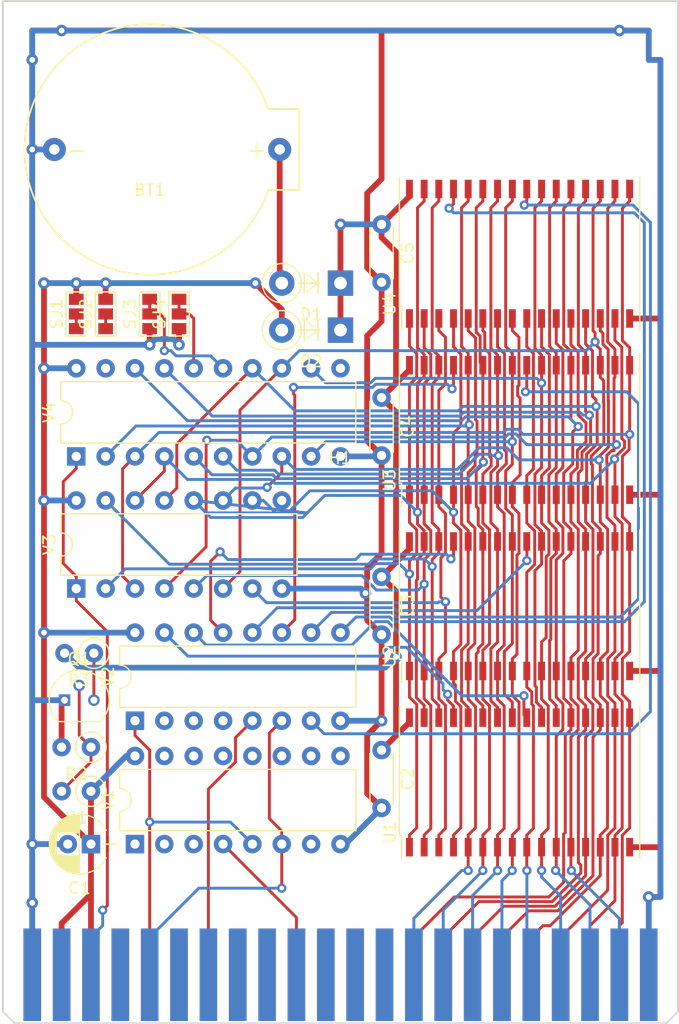
<source format=kicad_pcb>
(kicad_pcb (version 20171130) (host pcbnew "(5.0.2)-1")

  (general
    (thickness 1.6)
    (drawings 10)
    (tracks 1098)
    (zones 0)
    (modules 26)
    (nets 75)
  )

  (page A4)
  (layers
    (0 F.Cu signal)
    (31 B.Cu signal)
    (32 B.Adhes user)
    (33 F.Adhes user)
    (34 B.Paste user)
    (35 F.Paste user)
    (36 B.SilkS user)
    (37 F.SilkS user)
    (38 B.Mask user)
    (39 F.Mask user)
    (40 Dwgs.User user)
    (41 Cmts.User user)
    (42 Eco1.User user)
    (43 Eco2.User user)
    (44 Edge.Cuts user)
    (45 Margin user)
    (46 B.CrtYd user)
    (47 F.CrtYd user)
    (48 B.Fab user)
    (49 F.Fab user)
  )

  (setup
    (last_trace_width 0.25)
    (trace_clearance 0.15)
    (zone_clearance 0.508)
    (zone_45_only no)
    (trace_min 0.2)
    (segment_width 0.2)
    (edge_width 0.15)
    (via_size 0.8)
    (via_drill 0.4)
    (via_min_size 0.4)
    (via_min_drill 0.3)
    (uvia_size 0.3)
    (uvia_drill 0.1)
    (uvias_allowed no)
    (uvia_min_size 0.2)
    (uvia_min_drill 0.1)
    (pcb_text_width 0.3)
    (pcb_text_size 1.5 1.5)
    (mod_edge_width 0.15)
    (mod_text_size 1 1)
    (mod_text_width 0.15)
    (pad_size 5 5)
    (pad_drill 5)
    (pad_to_mask_clearance 0.051)
    (solder_mask_min_width 0.25)
    (aux_axis_origin 83.82 134.874)
    (visible_elements 7FFFFFFF)
    (pcbplotparams
      (layerselection 0x010fc_ffffffff)
      (usegerberextensions false)
      (usegerberattributes false)
      (usegerberadvancedattributes false)
      (creategerberjobfile false)
      (excludeedgelayer true)
      (linewidth 0.100000)
      (plotframeref false)
      (viasonmask false)
      (mode 1)
      (useauxorigin false)
      (hpglpennumber 1)
      (hpglpenspeed 20)
      (hpglpendiameter 15.000000)
      (psnegative false)
      (psa4output false)
      (plotreference true)
      (plotvalue true)
      (plotinvisibletext false)
      (padsonsilk false)
      (subtractmaskfromsilk false)
      (outputformat 1)
      (mirror false)
      (drillshape 1)
      (scaleselection 1)
      (outputdirectory ""))
  )

  (net 0 "")
  (net 1 GND)
  (net 2 "Net-(BT1-Pad1)")
  (net 3 +5V)
  (net 4 +BATT)
  (net 5 "Net-(P1-Pad5)")
  (net 6 "Net-(P1-Pad7)")
  (net 7 "Net-(P1-Pad10)")
  (net 8 /D7)
  (net 9 /D6)
  (net 10 /D0)
  (net 11 /D5)
  (net 12 /D1)
  (net 13 /D4)
  (net 14 /D2)
  (net 15 /D3)
  (net 16 "Net-(P1-PadC)")
  (net 17 "Net-(P1-PadE)")
  (net 18 /A4)
  (net 19 /A3)
  (net 20 /A2)
  (net 21 /A1)
  (net 22 /A0)
  (net 23 /A7)
  (net 24 /A6)
  (net 25 /A5)
  (net 26 "Net-(Q1-Pad2)")
  (net 27 "Net-(Q1-Pad3)")
  (net 28 "Net-(SJ3-Pad1)")
  (net 29 "Net-(SJ4-Pad1)")
  (net 30 /RA15)
  (net 31 /RA17)
  (net 32 "Net-(U1-Pad29)")
  (net 33 /RA13)
  (net 34 /RA8)
  (net 35 /RA9)
  (net 36 /RA11)
  (net 37 "Net-(U1-Pad24)")
  (net 38 /RA10)
  (net 39 /RA12)
  (net 40 /RA14)
  (net 41 /RA16)
  (net 42 /RA18)
  (net 43 "Net-(U2-Pad24)")
  (net 44 "Net-(U2-Pad29)")
  (net 45 "Net-(U3-Pad29)")
  (net 46 "Net-(U3-Pad24)")
  (net 47 "Net-(U4-Pad24)")
  (net 48 "Net-(U4-Pad29)")
  (net 49 "Net-(V1-Pad9)")
  (net 50 "Net-(V1-Pad7)")
  (net 51 "Net-(P1-Pad4)")
  (net 52 "Net-(P1-Pad6)")
  (net 53 "Net-(P1-Pad8)")
  (net 54 "Net-(P1-Pad9)")
  (net 55 "Net-(P1-Pad11)")
  (net 56 "Net-(P1-Pad13)")
  (net 57 "Net-(P1-Pad12)")
  (net 58 /A15)
  (net 59 /A14)
  (net 60 /A13)
  (net 61 /A12)
  (net 62 /A11)
  (net 63 /A10)
  (net 64 "Net-(P1-PadB)")
  (net 65 "Net-(P1-PadD)")
  (net 66 /A8)
  (net 67 /A9)
  (net 68 "Net-(V1-Pad15)")
  (net 69 "Net-(V1-Pad14)")
  (net 70 "Net-(V1-Pad13)")
  (net 71 "Net-(V1-Pad12)")
  (net 72 "Net-(V1-Pad11)")
  (net 73 "Net-(V1-Pad10)")
  (net 74 "Net-(V4-Pad19)")

  (net_class Default "This is the default net class."
    (clearance 0.15)
    (trace_width 0.25)
    (via_dia 0.8)
    (via_drill 0.4)
    (uvia_dia 0.3)
    (uvia_drill 0.1)
    (add_net /A0)
    (add_net /A1)
    (add_net /A10)
    (add_net /A11)
    (add_net /A12)
    (add_net /A13)
    (add_net /A14)
    (add_net /A15)
    (add_net /A2)
    (add_net /A3)
    (add_net /A4)
    (add_net /A5)
    (add_net /A6)
    (add_net /A7)
    (add_net /A8)
    (add_net /A9)
    (add_net /D0)
    (add_net /D1)
    (add_net /D2)
    (add_net /D3)
    (add_net /D4)
    (add_net /D5)
    (add_net /D6)
    (add_net /D7)
    (add_net /RA10)
    (add_net /RA11)
    (add_net /RA12)
    (add_net /RA13)
    (add_net /RA14)
    (add_net /RA15)
    (add_net /RA16)
    (add_net /RA17)
    (add_net /RA18)
    (add_net /RA8)
    (add_net /RA9)
    (add_net "Net-(P1-Pad10)")
    (add_net "Net-(P1-Pad11)")
    (add_net "Net-(P1-Pad12)")
    (add_net "Net-(P1-Pad13)")
    (add_net "Net-(P1-Pad4)")
    (add_net "Net-(P1-Pad5)")
    (add_net "Net-(P1-Pad6)")
    (add_net "Net-(P1-Pad7)")
    (add_net "Net-(P1-Pad8)")
    (add_net "Net-(P1-Pad9)")
    (add_net "Net-(P1-PadB)")
    (add_net "Net-(P1-PadC)")
    (add_net "Net-(P1-PadD)")
    (add_net "Net-(P1-PadE)")
    (add_net "Net-(Q1-Pad2)")
    (add_net "Net-(Q1-Pad3)")
    (add_net "Net-(SJ3-Pad1)")
    (add_net "Net-(SJ4-Pad1)")
    (add_net "Net-(U1-Pad24)")
    (add_net "Net-(U1-Pad29)")
    (add_net "Net-(U2-Pad24)")
    (add_net "Net-(U2-Pad29)")
    (add_net "Net-(U3-Pad24)")
    (add_net "Net-(U3-Pad29)")
    (add_net "Net-(U4-Pad24)")
    (add_net "Net-(U4-Pad29)")
    (add_net "Net-(V1-Pad10)")
    (add_net "Net-(V1-Pad11)")
    (add_net "Net-(V1-Pad12)")
    (add_net "Net-(V1-Pad13)")
    (add_net "Net-(V1-Pad14)")
    (add_net "Net-(V1-Pad15)")
    (add_net "Net-(V1-Pad7)")
    (add_net "Net-(V1-Pad9)")
    (add_net "Net-(V4-Pad19)")
  )

  (net_class Power ""
    (clearance 0.2)
    (trace_width 0.5)
    (via_dia 1)
    (via_drill 0.5)
    (uvia_dia 0.3)
    (uvia_drill 0.1)
    (add_net +5V)
    (add_net +BATT)
    (add_net GND)
    (add_net "Net-(BT1-Pad1)")
  )

  (module Housings_DIP:DIP-16_W7.62mm (layer F.Cu) (tedit 59C78D6B) (tstamp 5C3FAB01)
    (at 95.25 119.38 90)
    (descr "16-lead though-hole mounted DIP package, row spacing 7.62 mm (300 mils)")
    (tags "THT DIP DIL PDIP 2.54mm 7.62mm 300mil")
    (path /5C34E1FE)
    (fp_text reference V1 (at 3.81 -2.33 90) (layer F.SilkS)
      (effects (font (size 1 1) (thickness 0.15)))
    )
    (fp_text value 74HCT138 (at 3.81 20.11 90) (layer F.Fab)
      (effects (font (size 1 1) (thickness 0.15)))
    )
    (fp_text user %R (at 3.81 8.89 90) (layer F.Fab)
      (effects (font (size 1 1) (thickness 0.15)))
    )
    (fp_line (start 8.7 -1.55) (end -1.1 -1.55) (layer F.CrtYd) (width 0.05))
    (fp_line (start 8.7 19.3) (end 8.7 -1.55) (layer F.CrtYd) (width 0.05))
    (fp_line (start -1.1 19.3) (end 8.7 19.3) (layer F.CrtYd) (width 0.05))
    (fp_line (start -1.1 -1.55) (end -1.1 19.3) (layer F.CrtYd) (width 0.05))
    (fp_line (start 6.46 -1.33) (end 4.81 -1.33) (layer F.SilkS) (width 0.12))
    (fp_line (start 6.46 19.11) (end 6.46 -1.33) (layer F.SilkS) (width 0.12))
    (fp_line (start 1.16 19.11) (end 6.46 19.11) (layer F.SilkS) (width 0.12))
    (fp_line (start 1.16 -1.33) (end 1.16 19.11) (layer F.SilkS) (width 0.12))
    (fp_line (start 2.81 -1.33) (end 1.16 -1.33) (layer F.SilkS) (width 0.12))
    (fp_line (start 0.635 -0.27) (end 1.635 -1.27) (layer F.Fab) (width 0.1))
    (fp_line (start 0.635 19.05) (end 0.635 -0.27) (layer F.Fab) (width 0.1))
    (fp_line (start 6.985 19.05) (end 0.635 19.05) (layer F.Fab) (width 0.1))
    (fp_line (start 6.985 -1.27) (end 6.985 19.05) (layer F.Fab) (width 0.1))
    (fp_line (start 1.635 -1.27) (end 6.985 -1.27) (layer F.Fab) (width 0.1))
    (fp_arc (start 3.81 -1.33) (end 2.81 -1.33) (angle -180) (layer F.SilkS) (width 0.12))
    (pad 16 thru_hole oval (at 7.62 0 90) (size 1.6 1.6) (drill 0.8) (layers *.Cu *.Mask)
      (net 3 +5V))
    (pad 8 thru_hole oval (at 0 17.78 90) (size 1.6 1.6) (drill 0.8) (layers *.Cu *.Mask)
      (net 1 GND))
    (pad 15 thru_hole oval (at 7.62 2.54 90) (size 1.6 1.6) (drill 0.8) (layers *.Cu *.Mask)
      (net 68 "Net-(V1-Pad15)"))
    (pad 7 thru_hole oval (at 0 15.24 90) (size 1.6 1.6) (drill 0.8) (layers *.Cu *.Mask)
      (net 50 "Net-(V1-Pad7)"))
    (pad 14 thru_hole oval (at 7.62 5.08 90) (size 1.6 1.6) (drill 0.8) (layers *.Cu *.Mask)
      (net 69 "Net-(V1-Pad14)"))
    (pad 6 thru_hole oval (at 0 12.7 90) (size 1.6 1.6) (drill 0.8) (layers *.Cu *.Mask)
      (net 17 "Net-(P1-PadE)"))
    (pad 13 thru_hole oval (at 7.62 7.62 90) (size 1.6 1.6) (drill 0.8) (layers *.Cu *.Mask)
      (net 70 "Net-(V1-Pad13)"))
    (pad 5 thru_hole oval (at 0 10.16 90) (size 1.6 1.6) (drill 0.8) (layers *.Cu *.Mask)
      (net 5 "Net-(P1-Pad5)"))
    (pad 12 thru_hole oval (at 7.62 10.16 90) (size 1.6 1.6) (drill 0.8) (layers *.Cu *.Mask)
      (net 71 "Net-(V1-Pad12)"))
    (pad 4 thru_hole oval (at 0 7.62 90) (size 1.6 1.6) (drill 0.8) (layers *.Cu *.Mask)
      (net 7 "Net-(P1-Pad10)"))
    (pad 11 thru_hole oval (at 7.62 12.7 90) (size 1.6 1.6) (drill 0.8) (layers *.Cu *.Mask)
      (net 72 "Net-(V1-Pad11)"))
    (pad 3 thru_hole oval (at 0 5.08 90) (size 1.6 1.6) (drill 0.8) (layers *.Cu *.Mask)
      (net 23 /A7))
    (pad 10 thru_hole oval (at 7.62 15.24 90) (size 1.6 1.6) (drill 0.8) (layers *.Cu *.Mask)
      (net 73 "Net-(V1-Pad10)"))
    (pad 2 thru_hole oval (at 0 2.54 90) (size 1.6 1.6) (drill 0.8) (layers *.Cu *.Mask)
      (net 24 /A6))
    (pad 9 thru_hole oval (at 7.62 17.78 90) (size 1.6 1.6) (drill 0.8) (layers *.Cu *.Mask)
      (net 49 "Net-(V1-Pad9)"))
    (pad 1 thru_hole rect (at 0 0 90) (size 1.6 1.6) (drill 0.8) (layers *.Cu *.Mask)
      (net 22 /A0))
    (model ${KISYS3DMOD}/Housings_DIP.3dshapes/DIP-16_W7.62mm.wrl
      (at (xyz 0 0 0))
      (scale (xyz 1 1 1))
      (rotate (xyz 0 0 0))
    )
  )

  (module hackup:Battery-Holder-CR2032 locked (layer F.Cu) (tedit 5C370D5C) (tstamp 5C4005ED)
    (at 96.52 59.309)
    (path /5C4188A1)
    (fp_text reference BT1 (at 0 3.5) (layer F.SilkS)
      (effects (font (size 1 1) (thickness 0.15)))
    )
    (fp_text value CR2032 (at 0 -3.5) (layer F.Fab)
      (effects (font (size 1 1) (thickness 0.15)))
    )
    (fp_arc (start 0 0) (end 10.599999 -3.749999) (angle -321.0351315) (layer F.CrtYd) (width 0.15))
    (fp_line (start 13.25 -3.75) (end 10.6 -3.75) (layer F.CrtYd) (width 0.15))
    (fp_line (start 13.25 3.75) (end 10.6 3.75) (layer F.CrtYd) (width 0.15))
    (fp_line (start 13.25 -3.75) (end 13.25 3.75) (layer F.CrtYd) (width 0.15))
    (fp_arc (start 0 0) (end 10.249999 -3.499999) (angle -322.2936825) (layer F.SilkS) (width 0.15))
    (fp_text user + (at 9.25 0) (layer F.SilkS)
      (effects (font (size 1.5 1.5) (thickness 0.15)))
    )
    (fp_text user - (at -6.25 0) (layer F.SilkS)
      (effects (font (size 1.5 1.5) (thickness 0.15)))
    )
    (fp_line (start 12.9 3.5) (end 10.25 3.5) (layer F.SilkS) (width 0.15))
    (fp_line (start 12.9 -3.5) (end 12.9 3.5) (layer F.SilkS) (width 0.15))
    (fp_line (start 10.25 -3.5) (end 12.9 -3.5) (layer F.SilkS) (width 0.15))
    (pad 1 thru_hole circle (at 11.25 0) (size 2 2) (drill 0.9) (layers *.Cu *.Mask)
      (net 2 "Net-(BT1-Pad1)"))
    (pad 2 thru_hole circle (at -8.25 0) (size 2 2) (drill 0.9) (layers *.Cu *.Mask)
      (net 1 GND))
  )

  (module Housings_SSOP:TSOP-II-32_21.0x10.2mm_Pitch1.27mm (layer F.Cu) (tedit 587D4DDC) (tstamp 5C3ED18F)
    (at 128.524 83.566 90)
    (descr "32-lead plastic TSOP; Type II")
    (tags "TSOP-II 32")
    (path /5C376040)
    (attr smd)
    (fp_text reference U3 (at -4.35 -11.25 90) (layer F.SilkS)
      (effects (font (size 1 1) (thickness 0.15)))
    )
    (fp_text value HM628512BFP-5 (at 0.1 11.7 90) (layer F.Fab)
      (effects (font (size 1 1) (thickness 0.15)))
    )
    (fp_text user %R (at 0 0 90) (layer F.Fab)
      (effects (font (size 0.8 0.8) (thickness 0.15)))
    )
    (fp_line (start -4.6 -10.2) (end -6.6 -10.2) (layer F.SilkS) (width 0.12))
    (fp_line (start -6.6 10.4) (end 6.6 10.4) (layer F.SilkS) (width 0.12))
    (fp_line (start -4.6 -10.4) (end 6.6 -10.4) (layer F.SilkS) (width 0.12))
    (fp_line (start -4.6 -10.4) (end -4.6 -10.2) (layer F.SilkS) (width 0.12))
    (fp_line (start -6.7 10.5) (end 6.7 10.5) (layer F.CrtYd) (width 0.05))
    (fp_line (start -6.7 -10.5) (end 6.7 -10.5) (layer F.CrtYd) (width 0.05))
    (fp_line (start 6.7 -10.5) (end 6.7 10.5) (layer F.CrtYd) (width 0.05))
    (fp_line (start -6.7 -10.5) (end -6.7 10.5) (layer F.CrtYd) (width 0.05))
    (fp_line (start -5.05 -9.2) (end -4.05 -10.2) (layer F.Fab) (width 0.1))
    (fp_line (start -4.05 -10.2) (end 5.05 -10.2) (layer F.Fab) (width 0.1))
    (fp_line (start 5.05 -10.2) (end 5.05 10.2) (layer F.Fab) (width 0.1))
    (fp_line (start 5.05 10.2) (end -5.05 10.2) (layer F.Fab) (width 0.1))
    (fp_line (start -5.05 10.2) (end -5.05 -9.2) (layer F.Fab) (width 0.1))
    (pad 32 smd rect (at 5.6 -9.525 90) (size 1.6 0.6) (layers F.Cu F.Paste F.Mask)
      (net 4 +BATT))
    (pad 31 smd rect (at 5.6 -8.255 90) (size 1.6 0.6) (layers F.Cu F.Paste F.Mask)
      (net 30 /RA15))
    (pad 30 smd rect (at 5.6 -6.985 90) (size 1.6 0.6) (layers F.Cu F.Paste F.Mask)
      (net 31 /RA17))
    (pad 29 smd rect (at 5.6 -5.715 90) (size 1.6 0.6) (layers F.Cu F.Paste F.Mask)
      (net 45 "Net-(U3-Pad29)"))
    (pad 28 smd rect (at 5.6 -4.445 90) (size 1.6 0.6) (layers F.Cu F.Paste F.Mask)
      (net 33 /RA13))
    (pad 27 smd rect (at 5.6 -3.175 90) (size 1.6 0.6) (layers F.Cu F.Paste F.Mask)
      (net 34 /RA8))
    (pad 26 smd rect (at 5.6 -1.905 90) (size 1.6 0.6) (layers F.Cu F.Paste F.Mask)
      (net 35 /RA9))
    (pad 25 smd rect (at 5.6 -0.625 90) (size 1.6 0.6) (layers F.Cu F.Paste F.Mask)
      (net 36 /RA11))
    (pad 24 smd rect (at 5.6 0.625 90) (size 1.6 0.6) (layers F.Cu F.Paste F.Mask)
      (net 46 "Net-(U3-Pad24)"))
    (pad 23 smd rect (at 5.6 1.905 90) (size 1.6 0.6) (layers F.Cu F.Paste F.Mask)
      (net 38 /RA10))
    (pad 22 smd rect (at 5.6 3.175 90) (size 1.6 0.6) (layers F.Cu F.Paste F.Mask)
      (net 27 "Net-(Q1-Pad3)"))
    (pad 21 smd rect (at 5.6 4.445 90) (size 1.6 0.6) (layers F.Cu F.Paste F.Mask)
      (net 8 /D7))
    (pad 20 smd rect (at 5.6 5.715 90) (size 1.6 0.6) (layers F.Cu F.Paste F.Mask)
      (net 9 /D6))
    (pad 19 smd rect (at 5.6 6.985 90) (size 1.6 0.6) (layers F.Cu F.Paste F.Mask)
      (net 11 /D5))
    (pad 18 smd rect (at 5.6 8.255 90) (size 1.6 0.6) (layers F.Cu F.Paste F.Mask)
      (net 13 /D4))
    (pad 17 smd rect (at 5.6 9.525 90) (size 1.6 0.6) (layers F.Cu F.Paste F.Mask)
      (net 15 /D3))
    (pad 16 smd rect (at -5.6 9.525 90) (size 1.6 0.6) (layers F.Cu F.Paste F.Mask)
      (net 1 GND))
    (pad 15 smd rect (at -5.6 8.255 90) (size 1.6 0.6) (layers F.Cu F.Paste F.Mask)
      (net 14 /D2))
    (pad 14 smd rect (at -5.6 6.985 90) (size 1.6 0.6) (layers F.Cu F.Paste F.Mask)
      (net 12 /D1))
    (pad 13 smd rect (at -5.6 5.715 90) (size 1.6 0.6) (layers F.Cu F.Paste F.Mask)
      (net 10 /D0))
    (pad 12 smd rect (at -5.6 4.445 90) (size 1.6 0.6) (layers F.Cu F.Paste F.Mask)
      (net 22 /A0))
    (pad 11 smd rect (at -5.6 3.175 90) (size 1.6 0.6) (layers F.Cu F.Paste F.Mask)
      (net 21 /A1))
    (pad 10 smd rect (at -5.6 1.905 90) (size 1.6 0.6) (layers F.Cu F.Paste F.Mask)
      (net 20 /A2))
    (pad 9 smd rect (at -5.6 0.625 90) (size 1.6 0.6) (layers F.Cu F.Paste F.Mask)
      (net 19 /A3))
    (pad 8 smd rect (at -5.6 -0.625 90) (size 1.6 0.6) (layers F.Cu F.Paste F.Mask)
      (net 18 /A4))
    (pad 7 smd rect (at -5.6 -1.905 90) (size 1.6 0.6) (layers F.Cu F.Paste F.Mask)
      (net 25 /A5))
    (pad 6 smd rect (at -5.6 -3.175 90) (size 1.6 0.6) (layers F.Cu F.Paste F.Mask)
      (net 24 /A6))
    (pad 5 smd rect (at -5.6 -4.445 90) (size 1.6 0.6) (layers F.Cu F.Paste F.Mask)
      (net 23 /A7))
    (pad 4 smd rect (at -5.6 -5.715 90) (size 1.6 0.6) (layers F.Cu F.Paste F.Mask)
      (net 39 /RA12))
    (pad 3 smd rect (at -5.6 -6.985 90) (size 1.6 0.6) (layers F.Cu F.Paste F.Mask)
      (net 40 /RA14))
    (pad 2 smd rect (at -5.6 -8.255 90) (size 1.6 0.6) (layers F.Cu F.Paste F.Mask)
      (net 41 /RA16))
    (pad 1 smd rect (at -5.6 -9.525 90) (size 1.6 0.6) (layers F.Cu F.Paste F.Mask)
      (net 42 /RA18))
    (model ${KISYS3DMOD}/Housings_SSOP.3dshapes/TSOP-II-32_21.0x10.2mm_Pitch1.27mm.wrl
      (at (xyz 0 0 0))
      (scale (xyz 1 1 1))
      (rotate (xyz 0 0 0))
    )
  )

  (module Capacitors_THT:C_Disc_D4.3mm_W1.9mm_P5.00mm (layer F.Cu) (tedit 597BC7C2) (tstamp 5C3ECFCB)
    (at 116.586 111.252 270)
    (descr "C, Disc series, Radial, pin pitch=5.00mm, , diameter*width=4.3*1.9mm^2, Capacitor, http://www.vishay.com/docs/45233/krseries.pdf")
    (tags "C Disc series Radial pin pitch 5.00mm  diameter 4.3mm width 1.9mm Capacitor")
    (path /5C367F21)
    (fp_text reference C2 (at 2.5 -2.26 270) (layer F.SilkS)
      (effects (font (size 1 1) (thickness 0.15)))
    )
    (fp_text value 100n (at 2.5 2.26 270) (layer F.Fab)
      (effects (font (size 1 1) (thickness 0.15)))
    )
    (fp_line (start 0.35 -0.95) (end 0.35 0.95) (layer F.Fab) (width 0.1))
    (fp_line (start 0.35 0.95) (end 4.65 0.95) (layer F.Fab) (width 0.1))
    (fp_line (start 4.65 0.95) (end 4.65 -0.95) (layer F.Fab) (width 0.1))
    (fp_line (start 4.65 -0.95) (end 0.35 -0.95) (layer F.Fab) (width 0.1))
    (fp_line (start 0.29 -1.01) (end 4.71 -1.01) (layer F.SilkS) (width 0.12))
    (fp_line (start 0.29 1.01) (end 4.71 1.01) (layer F.SilkS) (width 0.12))
    (fp_line (start 0.29 -1.01) (end 0.29 -0.996) (layer F.SilkS) (width 0.12))
    (fp_line (start 0.29 0.996) (end 0.29 1.01) (layer F.SilkS) (width 0.12))
    (fp_line (start 4.71 -1.01) (end 4.71 -0.996) (layer F.SilkS) (width 0.12))
    (fp_line (start 4.71 0.996) (end 4.71 1.01) (layer F.SilkS) (width 0.12))
    (fp_line (start -1.05 -1.3) (end -1.05 1.3) (layer F.CrtYd) (width 0.05))
    (fp_line (start -1.05 1.3) (end 6.05 1.3) (layer F.CrtYd) (width 0.05))
    (fp_line (start 6.05 1.3) (end 6.05 -1.3) (layer F.CrtYd) (width 0.05))
    (fp_line (start 6.05 -1.3) (end -1.05 -1.3) (layer F.CrtYd) (width 0.05))
    (fp_text user %R (at 2.5 0 270) (layer F.Fab)
      (effects (font (size 1 1) (thickness 0.15)))
    )
    (pad 1 thru_hole circle (at 0 0 270) (size 1.6 1.6) (drill 0.8) (layers *.Cu *.Mask)
      (net 4 +BATT))
    (pad 2 thru_hole circle (at 5 0 270) (size 1.6 1.6) (drill 0.8) (layers *.Cu *.Mask)
      (net 1 GND))
    (model ${KISYS3DMOD}/Capacitors_THT.3dshapes/C_Disc_D4.3mm_W1.9mm_P5.00mm.wrl
      (at (xyz 0 0 0))
      (scale (xyz 1 1 1))
      (rotate (xyz 0 0 0))
    )
  )

  (module Capacitors_THT:C_Disc_D4.3mm_W1.9mm_P5.00mm (layer F.Cu) (tedit 597BC7C2) (tstamp 5C3ECFE0)
    (at 116.586 96.266 270)
    (descr "C, Disc series, Radial, pin pitch=5.00mm, , diameter*width=4.3*1.9mm^2, Capacitor, http://www.vishay.com/docs/45233/krseries.pdf")
    (tags "C Disc series Radial pin pitch 5.00mm  diameter 4.3mm width 1.9mm Capacitor")
    (path /5C3D77A6)
    (fp_text reference C3 (at 2.5 -2.26 270) (layer F.SilkS)
      (effects (font (size 1 1) (thickness 0.15)))
    )
    (fp_text value 100n (at 2.5 2.26 270) (layer F.Fab)
      (effects (font (size 1 1) (thickness 0.15)))
    )
    (fp_text user %R (at 2.5 0 270) (layer F.Fab)
      (effects (font (size 1 1) (thickness 0.15)))
    )
    (fp_line (start 6.05 -1.3) (end -1.05 -1.3) (layer F.CrtYd) (width 0.05))
    (fp_line (start 6.05 1.3) (end 6.05 -1.3) (layer F.CrtYd) (width 0.05))
    (fp_line (start -1.05 1.3) (end 6.05 1.3) (layer F.CrtYd) (width 0.05))
    (fp_line (start -1.05 -1.3) (end -1.05 1.3) (layer F.CrtYd) (width 0.05))
    (fp_line (start 4.71 0.996) (end 4.71 1.01) (layer F.SilkS) (width 0.12))
    (fp_line (start 4.71 -1.01) (end 4.71 -0.996) (layer F.SilkS) (width 0.12))
    (fp_line (start 0.29 0.996) (end 0.29 1.01) (layer F.SilkS) (width 0.12))
    (fp_line (start 0.29 -1.01) (end 0.29 -0.996) (layer F.SilkS) (width 0.12))
    (fp_line (start 0.29 1.01) (end 4.71 1.01) (layer F.SilkS) (width 0.12))
    (fp_line (start 0.29 -1.01) (end 4.71 -1.01) (layer F.SilkS) (width 0.12))
    (fp_line (start 4.65 -0.95) (end 0.35 -0.95) (layer F.Fab) (width 0.1))
    (fp_line (start 4.65 0.95) (end 4.65 -0.95) (layer F.Fab) (width 0.1))
    (fp_line (start 0.35 0.95) (end 4.65 0.95) (layer F.Fab) (width 0.1))
    (fp_line (start 0.35 -0.95) (end 0.35 0.95) (layer F.Fab) (width 0.1))
    (pad 2 thru_hole circle (at 5 0 270) (size 1.6 1.6) (drill 0.8) (layers *.Cu *.Mask)
      (net 1 GND))
    (pad 1 thru_hole circle (at 0 0 270) (size 1.6 1.6) (drill 0.8) (layers *.Cu *.Mask)
      (net 4 +BATT))
    (model ${KISYS3DMOD}/Capacitors_THT.3dshapes/C_Disc_D4.3mm_W1.9mm_P5.00mm.wrl
      (at (xyz 0 0 0))
      (scale (xyz 1 1 1))
      (rotate (xyz 0 0 0))
    )
  )

  (module Capacitors_THT:C_Disc_D4.3mm_W1.9mm_P5.00mm (layer F.Cu) (tedit 597BC7C2) (tstamp 5C3ECFF5)
    (at 116.586 80.772 270)
    (descr "C, Disc series, Radial, pin pitch=5.00mm, , diameter*width=4.3*1.9mm^2, Capacitor, http://www.vishay.com/docs/45233/krseries.pdf")
    (tags "C Disc series Radial pin pitch 5.00mm  diameter 4.3mm width 1.9mm Capacitor")
    (path /5C3EDAB9)
    (fp_text reference C4 (at 2.5 -2.26 270) (layer F.SilkS)
      (effects (font (size 1 1) (thickness 0.15)))
    )
    (fp_text value 100n (at 2.5 2.26 270) (layer F.Fab)
      (effects (font (size 1 1) (thickness 0.15)))
    )
    (fp_line (start 0.35 -0.95) (end 0.35 0.95) (layer F.Fab) (width 0.1))
    (fp_line (start 0.35 0.95) (end 4.65 0.95) (layer F.Fab) (width 0.1))
    (fp_line (start 4.65 0.95) (end 4.65 -0.95) (layer F.Fab) (width 0.1))
    (fp_line (start 4.65 -0.95) (end 0.35 -0.95) (layer F.Fab) (width 0.1))
    (fp_line (start 0.29 -1.01) (end 4.71 -1.01) (layer F.SilkS) (width 0.12))
    (fp_line (start 0.29 1.01) (end 4.71 1.01) (layer F.SilkS) (width 0.12))
    (fp_line (start 0.29 -1.01) (end 0.29 -0.996) (layer F.SilkS) (width 0.12))
    (fp_line (start 0.29 0.996) (end 0.29 1.01) (layer F.SilkS) (width 0.12))
    (fp_line (start 4.71 -1.01) (end 4.71 -0.996) (layer F.SilkS) (width 0.12))
    (fp_line (start 4.71 0.996) (end 4.71 1.01) (layer F.SilkS) (width 0.12))
    (fp_line (start -1.05 -1.3) (end -1.05 1.3) (layer F.CrtYd) (width 0.05))
    (fp_line (start -1.05 1.3) (end 6.05 1.3) (layer F.CrtYd) (width 0.05))
    (fp_line (start 6.05 1.3) (end 6.05 -1.3) (layer F.CrtYd) (width 0.05))
    (fp_line (start 6.05 -1.3) (end -1.05 -1.3) (layer F.CrtYd) (width 0.05))
    (fp_text user %R (at 2.5 0 270) (layer F.Fab)
      (effects (font (size 1 1) (thickness 0.15)))
    )
    (pad 1 thru_hole circle (at 0 0 270) (size 1.6 1.6) (drill 0.8) (layers *.Cu *.Mask)
      (net 4 +BATT))
    (pad 2 thru_hole circle (at 5 0 270) (size 1.6 1.6) (drill 0.8) (layers *.Cu *.Mask)
      (net 1 GND))
    (model ${KISYS3DMOD}/Capacitors_THT.3dshapes/C_Disc_D4.3mm_W1.9mm_P5.00mm.wrl
      (at (xyz 0 0 0))
      (scale (xyz 1 1 1))
      (rotate (xyz 0 0 0))
    )
  )

  (module Capacitors_THT:C_Disc_D4.3mm_W1.9mm_P5.00mm (layer F.Cu) (tedit 597BC7C2) (tstamp 5C3ED00A)
    (at 116.586 65.786 270)
    (descr "C, Disc series, Radial, pin pitch=5.00mm, , diameter*width=4.3*1.9mm^2, Capacitor, http://www.vishay.com/docs/45233/krseries.pdf")
    (tags "C Disc series Radial pin pitch 5.00mm  diameter 4.3mm width 1.9mm Capacitor")
    (path /5C403DD7)
    (fp_text reference C5 (at 2.5 -2.26 270) (layer F.SilkS)
      (effects (font (size 1 1) (thickness 0.15)))
    )
    (fp_text value 100n (at 2.5 2.26 270) (layer F.Fab)
      (effects (font (size 1 1) (thickness 0.15)))
    )
    (fp_text user %R (at 2.5 0 270) (layer F.Fab)
      (effects (font (size 1 1) (thickness 0.15)))
    )
    (fp_line (start 6.05 -1.3) (end -1.05 -1.3) (layer F.CrtYd) (width 0.05))
    (fp_line (start 6.05 1.3) (end 6.05 -1.3) (layer F.CrtYd) (width 0.05))
    (fp_line (start -1.05 1.3) (end 6.05 1.3) (layer F.CrtYd) (width 0.05))
    (fp_line (start -1.05 -1.3) (end -1.05 1.3) (layer F.CrtYd) (width 0.05))
    (fp_line (start 4.71 0.996) (end 4.71 1.01) (layer F.SilkS) (width 0.12))
    (fp_line (start 4.71 -1.01) (end 4.71 -0.996) (layer F.SilkS) (width 0.12))
    (fp_line (start 0.29 0.996) (end 0.29 1.01) (layer F.SilkS) (width 0.12))
    (fp_line (start 0.29 -1.01) (end 0.29 -0.996) (layer F.SilkS) (width 0.12))
    (fp_line (start 0.29 1.01) (end 4.71 1.01) (layer F.SilkS) (width 0.12))
    (fp_line (start 0.29 -1.01) (end 4.71 -1.01) (layer F.SilkS) (width 0.12))
    (fp_line (start 4.65 -0.95) (end 0.35 -0.95) (layer F.Fab) (width 0.1))
    (fp_line (start 4.65 0.95) (end 4.65 -0.95) (layer F.Fab) (width 0.1))
    (fp_line (start 0.35 0.95) (end 4.65 0.95) (layer F.Fab) (width 0.1))
    (fp_line (start 0.35 -0.95) (end 0.35 0.95) (layer F.Fab) (width 0.1))
    (pad 2 thru_hole circle (at 5 0 270) (size 1.6 1.6) (drill 0.8) (layers *.Cu *.Mask)
      (net 1 GND))
    (pad 1 thru_hole circle (at 0 0 270) (size 1.6 1.6) (drill 0.8) (layers *.Cu *.Mask)
      (net 4 +BATT))
    (model ${KISYS3DMOD}/Capacitors_THT.3dshapes/C_Disc_D4.3mm_W1.9mm_P5.00mm.wrl
      (at (xyz 0 0 0))
      (scale (xyz 1 1 1))
      (rotate (xyz 0 0 0))
    )
  )

  (module Diodes_THT:D_DO-41_SOD81_P5.08mm_Vertical_KathodeUp (layer F.Cu) (tedit 5921392F) (tstamp 5C3ED01E)
    (at 113.03 70.866 180)
    (descr "D, DO-41_SOD81 series, Axial, Vertical, pin pitch=5.08mm, , length*diameter=5.2*2.7mm^2, , http://www.diodes.com/_files/packages/DO-41%20(Plastic).pdf")
    (tags "D DO-41_SOD81 series Axial Vertical pin pitch 5.08mm  length 5.2mm diameter 2.7mm")
    (path /5C47A9CF)
    (fp_text reference D1 (at 2.54 -2.690635 180) (layer F.SilkS)
      (effects (font (size 1 1) (thickness 0.15)))
    )
    (fp_text value 1N5817 (at 2.54 2.690635 180) (layer F.Fab)
      (effects (font (size 1 1) (thickness 0.15)))
    )
    (fp_circle (center 5.08 0) (end 6.770635 0) (layer F.SilkS) (width 0.12))
    (fp_circle (center 5.08 0) (end 6.43 0) (layer F.Fab) (width 0.1))
    (fp_line (start 6.75 -1.95) (end -1.45 -1.95) (layer F.CrtYd) (width 0.05))
    (fp_line (start 6.75 1.95) (end 6.75 -1.95) (layer F.CrtYd) (width 0.05))
    (fp_line (start -1.45 1.95) (end 6.75 1.95) (layer F.CrtYd) (width 0.05))
    (fp_line (start -1.45 -1.95) (end -1.45 1.95) (layer F.CrtYd) (width 0.05))
    (fp_line (start 3.132667 0.889) (end 1.947333 0) (layer F.SilkS) (width 0.12))
    (fp_line (start 3.132667 -0.889) (end 3.132667 0.889) (layer F.SilkS) (width 0.12))
    (fp_line (start 1.947333 0) (end 3.132667 -0.889) (layer F.SilkS) (width 0.12))
    (fp_line (start 1.947333 -0.889) (end 1.947333 0.889) (layer F.SilkS) (width 0.12))
    (fp_line (start 1.690635 0) (end 3.68 0) (layer F.SilkS) (width 0.12))
    (fp_line (start 0 0) (end 5.08 0) (layer F.Fab) (width 0.1))
    (fp_text user %R (at 2.54 0 180) (layer F.Fab)
      (effects (font (size 1 1) (thickness 0.15)))
    )
    (fp_text user K (at -1.8 0 180) (layer F.Fab)
      (effects (font (size 1 1) (thickness 0.15)))
    )
    (pad 2 thru_hole oval (at 5.08 0 180) (size 2.2 2.2) (drill 1.1) (layers *.Cu *.Mask)
      (net 2 "Net-(BT1-Pad1)"))
    (pad 1 thru_hole rect (at 0 0 180) (size 2.2 2.2) (drill 1.1) (layers *.Cu *.Mask)
      (net 4 +BATT))
    (model ${KISYS3DMOD}/Diodes_THT.3dshapes/D_DO-41_SOD81_P5.08mm_Vertical_KathodeUp.wrl
      (at (xyz 0 0 0))
      (scale (xyz 0.393701 0.393701 0.393701))
      (rotate (xyz 0 0 0))
    )
  )

  (module Diodes_THT:D_DO-41_SOD81_P5.08mm_Vertical_KathodeUp (layer F.Cu) (tedit 5921392F) (tstamp 5C3ED032)
    (at 113.03 74.93 180)
    (descr "D, DO-41_SOD81 series, Axial, Vertical, pin pitch=5.08mm, , length*diameter=5.2*2.7mm^2, , http://www.diodes.com/_files/packages/DO-41%20(Plastic).pdf")
    (tags "D DO-41_SOD81 series Axial Vertical pin pitch 5.08mm  length 5.2mm diameter 2.7mm")
    (path /5C8633CD)
    (fp_text reference D2 (at 2.54 -2.690635 180) (layer F.SilkS)
      (effects (font (size 1 1) (thickness 0.15)))
    )
    (fp_text value 1N5817 (at 2.54 2.690635 180) (layer F.Fab)
      (effects (font (size 1 1) (thickness 0.15)))
    )
    (fp_text user K (at -1.8 0 180) (layer F.Fab)
      (effects (font (size 1 1) (thickness 0.15)))
    )
    (fp_text user %R (at 2.54 0 180) (layer F.Fab)
      (effects (font (size 1 1) (thickness 0.15)))
    )
    (fp_line (start 0 0) (end 5.08 0) (layer F.Fab) (width 0.1))
    (fp_line (start 1.690635 0) (end 3.68 0) (layer F.SilkS) (width 0.12))
    (fp_line (start 1.947333 -0.889) (end 1.947333 0.889) (layer F.SilkS) (width 0.12))
    (fp_line (start 1.947333 0) (end 3.132667 -0.889) (layer F.SilkS) (width 0.12))
    (fp_line (start 3.132667 -0.889) (end 3.132667 0.889) (layer F.SilkS) (width 0.12))
    (fp_line (start 3.132667 0.889) (end 1.947333 0) (layer F.SilkS) (width 0.12))
    (fp_line (start -1.45 -1.95) (end -1.45 1.95) (layer F.CrtYd) (width 0.05))
    (fp_line (start -1.45 1.95) (end 6.75 1.95) (layer F.CrtYd) (width 0.05))
    (fp_line (start 6.75 1.95) (end 6.75 -1.95) (layer F.CrtYd) (width 0.05))
    (fp_line (start 6.75 -1.95) (end -1.45 -1.95) (layer F.CrtYd) (width 0.05))
    (fp_circle (center 5.08 0) (end 6.43 0) (layer F.Fab) (width 0.1))
    (fp_circle (center 5.08 0) (end 6.770635 0) (layer F.SilkS) (width 0.12))
    (pad 1 thru_hole rect (at 0 0 180) (size 2.2 2.2) (drill 1.1) (layers *.Cu *.Mask)
      (net 4 +BATT))
    (pad 2 thru_hole oval (at 5.08 0 180) (size 2.2 2.2) (drill 1.1) (layers *.Cu *.Mask)
      (net 3 +5V))
    (model ${KISYS3DMOD}/Diodes_THT.3dshapes/D_DO-41_SOD81_P5.08mm_Vertical_KathodeUp.wrl
      (at (xyz 0 0 0))
      (scale (xyz 0.393701 0.393701 0.393701))
      (rotate (xyz 0 0 0))
    )
  )

  (module NeoRAMremix:C64-Cart-NoSilkS (layer F.Cu) (tedit 597260AC) (tstamp 5C3FAE1E)
    (at 83.82 134.62)
    (path /5C34B366)
    (fp_text reference P1 (at 3.81 -9.018274) (layer F.SilkS) hide
      (effects (font (size 1 1) (thickness 0.15)))
    )
    (fp_text value C64-Exp-Port (at 30.48 1.27) (layer F.Fab) hide
      (effects (font (size 1 1) (thickness 0.15)))
    )
    (fp_line (start 58.42 -35.56) (end 0 -35.56) (layer F.Fab) (width 0.15))
    (fp_text user "Card will be inside C64 up to this point" (at 29.21 -36.576) (layer F.Fab)
      (effects (font (size 1 1) (thickness 0.15)))
    )
    (fp_line (start 58.42 0) (end 58.42 -35.56) (layer F.Fab) (width 0.15))
    (fp_line (start 0 0) (end 58.42 0) (layer F.Fab) (width 0.15))
    (fp_line (start 0 -35.56) (end 0 0) (layer F.Fab) (width 0.15))
    (pad 1 smd rect (at 2.54 -3.938274 180) (size 1.524 8) (layers F.Cu F.Paste F.Mask)
      (net 1 GND))
    (pad 4 smd rect (at 10.16 -3.938274 180) (size 1.524 8) (layers F.Cu F.Paste F.Mask)
      (net 51 "Net-(P1-Pad4)"))
    (pad 5 smd rect (at 12.7 -3.938274 180) (size 1.524 8) (layers F.Cu F.Paste F.Mask)
      (net 5 "Net-(P1-Pad5)"))
    (pad 6 smd rect (at 15.24 -3.938274 180) (size 1.524 8) (layers F.Cu F.Paste F.Mask)
      (net 52 "Net-(P1-Pad6)"))
    (pad 7 smd rect (at 17.78 -3.938274 180) (size 1.524 8) (layers F.Cu F.Paste F.Mask)
      (net 6 "Net-(P1-Pad7)"))
    (pad 8 smd rect (at 20.32 -3.938274 180) (size 1.524 8) (layers F.Cu F.Paste F.Mask)
      (net 53 "Net-(P1-Pad8)"))
    (pad 9 smd rect (at 22.86 -3.938274 180) (size 1.524 8) (layers F.Cu F.Paste F.Mask)
      (net 54 "Net-(P1-Pad9)"))
    (pad 10 smd rect (at 25.4 -3.938274 180) (size 1.524 8) (layers F.Cu F.Paste F.Mask)
      (net 7 "Net-(P1-Pad10)"))
    (pad 11 smd rect (at 27.94 -3.938274 180) (size 1.524 8) (layers F.Cu F.Paste F.Mask)
      (net 55 "Net-(P1-Pad11)"))
    (pad 13 smd rect (at 33.02 -3.938274 180) (size 1.524 8) (layers F.Cu F.Paste F.Mask)
      (net 56 "Net-(P1-Pad13)"))
    (pad 14 smd rect (at 35.56 -3.938274 180) (size 1.524 8) (layers F.Cu F.Paste F.Mask)
      (net 8 /D7))
    (pad 12 smd rect (at 30.48 -3.938274 180) (size 1.524 8) (layers F.Cu F.Paste F.Mask)
      (net 57 "Net-(P1-Pad12)"))
    (pad 2 smd rect (at 5.08 -3.938274 180) (size 1.524 8) (layers F.Cu F.Paste F.Mask)
      (net 3 +5V))
    (pad 3 smd rect (at 7.62 -3.938274 180) (size 1.524 8) (layers F.Cu F.Paste F.Mask)
      (net 3 +5V))
    (pad 15 smd rect (at 38.1 -3.938274 180) (size 1.524 8) (layers F.Cu F.Paste F.Mask)
      (net 9 /D6))
    (pad 16 smd rect (at 40.64 -3.938274 180) (size 1.524 8) (layers F.Cu F.Paste F.Mask)
      (net 10 /D0))
    (pad 17 smd rect (at 43.18 -3.938274 180) (size 1.524 8) (layers F.Cu F.Paste F.Mask)
      (net 11 /D5))
    (pad 18 smd rect (at 45.72 -3.938274 180) (size 1.524 8) (layers F.Cu F.Paste F.Mask)
      (net 12 /D1))
    (pad 19 smd rect (at 48.26 -3.938274 180) (size 1.524 8) (layers F.Cu F.Paste F.Mask)
      (net 13 /D4))
    (pad 20 smd rect (at 50.8 -3.938274 180) (size 1.524 8) (layers F.Cu F.Paste F.Mask)
      (net 14 /D2))
    (pad 21 smd rect (at 53.34 -3.938274 180) (size 1.524 8) (layers F.Cu F.Paste F.Mask)
      (net 15 /D3))
    (pad 22 smd rect (at 55.88 -3.938274 180) (size 1.524 8) (layers F.Cu F.Paste F.Mask)
      (net 1 GND))
    (pad F smd rect (at 15.24 -3.938274) (size 1.524 8) (layers B.Cu B.Paste B.Mask)
      (net 58 /A15))
    (pad H smd rect (at 17.78 -3.938274) (size 1.524 8) (layers B.Cu B.Paste B.Mask)
      (net 59 /A14))
    (pad J smd rect (at 20.32 -3.938274) (size 1.524 8) (layers B.Cu B.Paste B.Mask)
      (net 60 /A13))
    (pad K smd rect (at 22.86 -3.938274) (size 1.524 8) (layers B.Cu B.Paste B.Mask)
      (net 61 /A12))
    (pad L smd rect (at 25.4 -3.938274) (size 1.524 8) (layers B.Cu B.Paste B.Mask)
      (net 62 /A11))
    (pad M smd rect (at 27.94 -3.938274) (size 1.524 8) (layers B.Cu B.Paste B.Mask)
      (net 63 /A10))
    (pad B smd rect (at 5.08 -3.938274) (size 1.524 8) (layers B.Cu B.Paste B.Mask)
      (net 64 "Net-(P1-PadB)"))
    (pad C smd rect (at 7.62 -3.938274) (size 1.524 8) (layers B.Cu B.Paste B.Mask)
      (net 16 "Net-(P1-PadC)"))
    (pad D smd rect (at 10.16 -3.938274) (size 1.524 8) (layers B.Cu B.Paste B.Mask)
      (net 65 "Net-(P1-PadD)"))
    (pad E smd rect (at 12.7 -3.938274) (size 1.524 8) (layers B.Cu B.Paste B.Mask)
      (net 17 "Net-(P1-PadE)"))
    (pad A smd rect (at 2.54 -3.938274) (size 1.524 8) (layers B.Cu B.Paste B.Mask)
      (net 1 GND))
    (pad U smd rect (at 43.18 -3.938274) (size 1.524 8) (layers B.Cu B.Paste B.Mask)
      (net 18 /A4))
    (pad V smd rect (at 45.72 -3.938274) (size 1.524 8) (layers B.Cu B.Paste B.Mask)
      (net 19 /A3))
    (pad W smd rect (at 48.26 -3.938274) (size 1.524 8) (layers B.Cu B.Paste B.Mask)
      (net 20 /A2))
    (pad X smd rect (at 50.8 -3.938274) (size 1.524 8) (layers B.Cu B.Paste B.Mask)
      (net 21 /A1))
    (pad Y smd rect (at 53.34 -3.938274) (size 1.524 8) (layers B.Cu B.Paste B.Mask)
      (net 22 /A0))
    (pad Z smd rect (at 55.88 -3.938274) (size 1.524 8) (layers B.Cu B.Paste B.Mask)
      (net 1 GND))
    (pad R smd rect (at 35.56 -3.938274) (size 1.524 8) (layers B.Cu B.Paste B.Mask)
      (net 23 /A7))
    (pad S smd rect (at 38.1 -3.938274) (size 1.524 8) (layers B.Cu B.Paste B.Mask)
      (net 24 /A6))
    (pad T smd rect (at 40.64 -3.938274) (size 1.524 8) (layers B.Cu B.Paste B.Mask)
      (net 25 /A5))
    (pad P smd rect (at 33.02 -3.938274) (size 1.524 8) (layers B.Cu B.Paste B.Mask)
      (net 66 /A8))
    (pad N smd rect (at 30.48 -3.938274) (size 1.524 8) (layers B.Cu B.Paste B.Mask)
      (net 67 /A9))
    (pad NoSo smd rect (at 29.21 -3.81 180) (size 58.42 8.3) (layers B.Mask))
    (pad NoSo smd rect (at 29.21 -3.81 180) (size 58.42 8.3) (layers F.Mask))
  )

  (module TO_SOT_Packages_THT:TO-92_Molded_Narrow (layer F.Cu) (tedit 58CE52AF) (tstamp 5C3FDA10)
    (at 89.154 106.934)
    (descr "TO-92 leads molded, narrow, drill 0.6mm (see NXP sot054_po.pdf)")
    (tags "to-92 sc-43 sc-43a sot54 PA33 transistor")
    (path /5C494A1C)
    (fp_text reference Q1 (at 1.27 -3.56) (layer F.SilkS)
      (effects (font (size 1 1) (thickness 0.15)))
    )
    (fp_text value 2N3904 (at 1.27 2.79) (layer F.Fab)
      (effects (font (size 1 1) (thickness 0.15)))
    )
    (fp_text user %R (at 1.27 -3.56) (layer F.Fab)
      (effects (font (size 1 1) (thickness 0.15)))
    )
    (fp_line (start -0.53 1.85) (end 3.07 1.85) (layer F.SilkS) (width 0.12))
    (fp_line (start -0.5 1.75) (end 3 1.75) (layer F.Fab) (width 0.1))
    (fp_line (start -1.46 -2.73) (end 4 -2.73) (layer F.CrtYd) (width 0.05))
    (fp_line (start -1.46 -2.73) (end -1.46 2.01) (layer F.CrtYd) (width 0.05))
    (fp_line (start 4 2.01) (end 4 -2.73) (layer F.CrtYd) (width 0.05))
    (fp_line (start 4 2.01) (end -1.46 2.01) (layer F.CrtYd) (width 0.05))
    (fp_arc (start 1.27 0) (end 1.27 -2.48) (angle 135) (layer F.Fab) (width 0.1))
    (fp_arc (start 1.27 0) (end 1.27 -2.6) (angle -135) (layer F.SilkS) (width 0.12))
    (fp_arc (start 1.27 0) (end 1.27 -2.48) (angle -135) (layer F.Fab) (width 0.1))
    (fp_arc (start 1.27 0) (end 1.27 -2.6) (angle 135) (layer F.SilkS) (width 0.12))
    (pad 2 thru_hole circle (at 1.27 -1.27 90) (size 1 1) (drill 0.6) (layers *.Cu *.Mask)
      (net 26 "Net-(Q1-Pad2)"))
    (pad 3 thru_hole circle (at 2.54 0 90) (size 1 1) (drill 0.6) (layers *.Cu *.Mask)
      (net 27 "Net-(Q1-Pad3)"))
    (pad 1 thru_hole rect (at 0 0 90) (size 1 1) (drill 0.6) (layers *.Cu *.Mask)
      (net 1 GND))
    (model ${KISYS3DMOD}/TO_SOT_Packages_THT.3dshapes/TO-92_Molded_Narrow.wrl
      (offset (xyz 1.269999980926514 0 0))
      (scale (xyz 1 1 1))
      (rotate (xyz 0 0 -90))
    )
  )

  (module Connectors:GS3 (layer F.Cu) (tedit 58613494) (tstamp 5C3ED0CC)
    (at 90.17 73.533)
    (descr "3-pin solder bridge")
    (tags "solder bridge")
    (path /5C7D2316)
    (attr smd)
    (fp_text reference SJ1 (at -1.7 0 90) (layer F.SilkS)
      (effects (font (size 1 1) (thickness 0.15)))
    )
    (fp_text value GS3 (at 1.8 0 90) (layer F.Fab)
      (effects (font (size 1 1) (thickness 0.15)))
    )
    (fp_line (start -1.15 -2.15) (end 1.15 -2.15) (layer F.CrtYd) (width 0.05))
    (fp_line (start 1.15 -2.15) (end 1.15 2.15) (layer F.CrtYd) (width 0.05))
    (fp_line (start 1.15 2.15) (end -1.15 2.15) (layer F.CrtYd) (width 0.05))
    (fp_line (start -1.15 2.15) (end -1.15 -2.15) (layer F.CrtYd) (width 0.05))
    (fp_line (start -0.89 -1.91) (end -0.89 1.91) (layer F.SilkS) (width 0.12))
    (fp_line (start -0.89 1.91) (end 0.89 1.91) (layer F.SilkS) (width 0.12))
    (fp_line (start 0.89 1.91) (end 0.89 -1.91) (layer F.SilkS) (width 0.12))
    (fp_line (start -0.89 -1.91) (end 0.89 -1.91) (layer F.SilkS) (width 0.12))
    (pad 1 smd rect (at 0 -1.27) (size 1.27 0.97) (layers F.Cu F.Paste F.Mask)
      (net 3 +5V))
    (pad 2 smd rect (at 0 0) (size 1.27 0.97) (layers F.Cu F.Paste F.Mask)
      (net 24 /A6))
    (pad 3 smd rect (at 0 1.27) (size 1.27 0.97) (layers F.Cu F.Paste F.Mask)
      (net 24 /A6))
  )

  (module Connectors:GS3 (layer F.Cu) (tedit 58613494) (tstamp 5C3ED0DB)
    (at 92.71 73.533)
    (descr "3-pin solder bridge")
    (tags "solder bridge")
    (path /5C7F2916)
    (attr smd)
    (fp_text reference SJ2 (at -1.7 0 90) (layer F.SilkS)
      (effects (font (size 1 1) (thickness 0.15)))
    )
    (fp_text value GS3 (at 1.8 0 90) (layer F.Fab)
      (effects (font (size 1 1) (thickness 0.15)))
    )
    (fp_line (start -0.89 -1.91) (end 0.89 -1.91) (layer F.SilkS) (width 0.12))
    (fp_line (start 0.89 1.91) (end 0.89 -1.91) (layer F.SilkS) (width 0.12))
    (fp_line (start -0.89 1.91) (end 0.89 1.91) (layer F.SilkS) (width 0.12))
    (fp_line (start -0.89 -1.91) (end -0.89 1.91) (layer F.SilkS) (width 0.12))
    (fp_line (start -1.15 2.15) (end -1.15 -2.15) (layer F.CrtYd) (width 0.05))
    (fp_line (start 1.15 2.15) (end -1.15 2.15) (layer F.CrtYd) (width 0.05))
    (fp_line (start 1.15 -2.15) (end 1.15 2.15) (layer F.CrtYd) (width 0.05))
    (fp_line (start -1.15 -2.15) (end 1.15 -2.15) (layer F.CrtYd) (width 0.05))
    (pad 3 smd rect (at 0 1.27) (size 1.27 0.97) (layers F.Cu F.Paste F.Mask)
      (net 23 /A7))
    (pad 2 smd rect (at 0 0) (size 1.27 0.97) (layers F.Cu F.Paste F.Mask)
      (net 23 /A7))
    (pad 1 smd rect (at 0 -1.27) (size 1.27 0.97) (layers F.Cu F.Paste F.Mask)
      (net 3 +5V))
  )

  (module Connectors:GS3 (layer F.Cu) (tedit 58613494) (tstamp 5C3ED0EA)
    (at 96.52 73.533)
    (descr "3-pin solder bridge")
    (tags "solder bridge")
    (path /5C6A02C1)
    (attr smd)
    (fp_text reference SJ3 (at -1.7 0 90) (layer F.SilkS)
      (effects (font (size 1 1) (thickness 0.15)))
    )
    (fp_text value GS3 (at 1.8 0 90) (layer F.Fab)
      (effects (font (size 1 1) (thickness 0.15)))
    )
    (fp_line (start -1.15 -2.15) (end 1.15 -2.15) (layer F.CrtYd) (width 0.05))
    (fp_line (start 1.15 -2.15) (end 1.15 2.15) (layer F.CrtYd) (width 0.05))
    (fp_line (start 1.15 2.15) (end -1.15 2.15) (layer F.CrtYd) (width 0.05))
    (fp_line (start -1.15 2.15) (end -1.15 -2.15) (layer F.CrtYd) (width 0.05))
    (fp_line (start -0.89 -1.91) (end -0.89 1.91) (layer F.SilkS) (width 0.12))
    (fp_line (start -0.89 1.91) (end 0.89 1.91) (layer F.SilkS) (width 0.12))
    (fp_line (start 0.89 1.91) (end 0.89 -1.91) (layer F.SilkS) (width 0.12))
    (fp_line (start -0.89 -1.91) (end 0.89 -1.91) (layer F.SilkS) (width 0.12))
    (pad 1 smd rect (at 0 -1.27) (size 1.27 0.97) (layers F.Cu F.Paste F.Mask)
      (net 28 "Net-(SJ3-Pad1)"))
    (pad 2 smd rect (at 0 0) (size 1.27 0.97) (layers F.Cu F.Paste F.Mask)
      (net 28 "Net-(SJ3-Pad1)"))
    (pad 3 smd rect (at 0 1.27) (size 1.27 0.97) (layers F.Cu F.Paste F.Mask)
      (net 1 GND))
  )

  (module Connectors:GS3 (layer F.Cu) (tedit 58613494) (tstamp 5C3ED0F9)
    (at 99.06 73.533)
    (descr "3-pin solder bridge")
    (tags "solder bridge")
    (path /5C6A0422)
    (attr smd)
    (fp_text reference SJ4 (at -1.7 0 90) (layer F.SilkS)
      (effects (font (size 1 1) (thickness 0.15)))
    )
    (fp_text value GS3 (at 1.8 0 90) (layer F.Fab)
      (effects (font (size 1 1) (thickness 0.15)))
    )
    (fp_line (start -0.89 -1.91) (end 0.89 -1.91) (layer F.SilkS) (width 0.12))
    (fp_line (start 0.89 1.91) (end 0.89 -1.91) (layer F.SilkS) (width 0.12))
    (fp_line (start -0.89 1.91) (end 0.89 1.91) (layer F.SilkS) (width 0.12))
    (fp_line (start -0.89 -1.91) (end -0.89 1.91) (layer F.SilkS) (width 0.12))
    (fp_line (start -1.15 2.15) (end -1.15 -2.15) (layer F.CrtYd) (width 0.05))
    (fp_line (start 1.15 2.15) (end -1.15 2.15) (layer F.CrtYd) (width 0.05))
    (fp_line (start 1.15 -2.15) (end 1.15 2.15) (layer F.CrtYd) (width 0.05))
    (fp_line (start -1.15 -2.15) (end 1.15 -2.15) (layer F.CrtYd) (width 0.05))
    (pad 3 smd rect (at 0 1.27) (size 1.27 0.97) (layers F.Cu F.Paste F.Mask)
      (net 1 GND))
    (pad 2 smd rect (at 0 0) (size 1.27 0.97) (layers F.Cu F.Paste F.Mask)
      (net 29 "Net-(SJ4-Pad1)"))
    (pad 1 smd rect (at 0 -1.27) (size 1.27 0.97) (layers F.Cu F.Paste F.Mask)
      (net 29 "Net-(SJ4-Pad1)"))
  )

  (module Housings_SSOP:TSOP-II-32_21.0x10.2mm_Pitch1.27mm (layer F.Cu) (tedit 587D4DDC) (tstamp 5C3ED12B)
    (at 128.524 114.046 90)
    (descr "32-lead plastic TSOP; Type II")
    (tags "TSOP-II 32")
    (path /5C34B2A8)
    (attr smd)
    (fp_text reference U1 (at -4.35 -11.25 90) (layer F.SilkS)
      (effects (font (size 1 1) (thickness 0.15)))
    )
    (fp_text value HM628512BFP-5 (at 0.1 11.7 90) (layer F.Fab)
      (effects (font (size 1 1) (thickness 0.15)))
    )
    (fp_text user %R (at 0 0 90) (layer F.Fab)
      (effects (font (size 0.8 0.8) (thickness 0.15)))
    )
    (fp_line (start -4.6 -10.2) (end -6.6 -10.2) (layer F.SilkS) (width 0.12))
    (fp_line (start -6.6 10.4) (end 6.6 10.4) (layer F.SilkS) (width 0.12))
    (fp_line (start -4.6 -10.4) (end 6.6 -10.4) (layer F.SilkS) (width 0.12))
    (fp_line (start -4.6 -10.4) (end -4.6 -10.2) (layer F.SilkS) (width 0.12))
    (fp_line (start -6.7 10.5) (end 6.7 10.5) (layer F.CrtYd) (width 0.05))
    (fp_line (start -6.7 -10.5) (end 6.7 -10.5) (layer F.CrtYd) (width 0.05))
    (fp_line (start 6.7 -10.5) (end 6.7 10.5) (layer F.CrtYd) (width 0.05))
    (fp_line (start -6.7 -10.5) (end -6.7 10.5) (layer F.CrtYd) (width 0.05))
    (fp_line (start -5.05 -9.2) (end -4.05 -10.2) (layer F.Fab) (width 0.1))
    (fp_line (start -4.05 -10.2) (end 5.05 -10.2) (layer F.Fab) (width 0.1))
    (fp_line (start 5.05 -10.2) (end 5.05 10.2) (layer F.Fab) (width 0.1))
    (fp_line (start 5.05 10.2) (end -5.05 10.2) (layer F.Fab) (width 0.1))
    (fp_line (start -5.05 10.2) (end -5.05 -9.2) (layer F.Fab) (width 0.1))
    (pad 32 smd rect (at 5.6 -9.525 90) (size 1.6 0.6) (layers F.Cu F.Paste F.Mask)
      (net 4 +BATT))
    (pad 31 smd rect (at 5.6 -8.255 90) (size 1.6 0.6) (layers F.Cu F.Paste F.Mask)
      (net 30 /RA15))
    (pad 30 smd rect (at 5.6 -6.985 90) (size 1.6 0.6) (layers F.Cu F.Paste F.Mask)
      (net 31 /RA17))
    (pad 29 smd rect (at 5.6 -5.715 90) (size 1.6 0.6) (layers F.Cu F.Paste F.Mask)
      (net 32 "Net-(U1-Pad29)"))
    (pad 28 smd rect (at 5.6 -4.445 90) (size 1.6 0.6) (layers F.Cu F.Paste F.Mask)
      (net 33 /RA13))
    (pad 27 smd rect (at 5.6 -3.175 90) (size 1.6 0.6) (layers F.Cu F.Paste F.Mask)
      (net 34 /RA8))
    (pad 26 smd rect (at 5.6 -1.905 90) (size 1.6 0.6) (layers F.Cu F.Paste F.Mask)
      (net 35 /RA9))
    (pad 25 smd rect (at 5.6 -0.625 90) (size 1.6 0.6) (layers F.Cu F.Paste F.Mask)
      (net 36 /RA11))
    (pad 24 smd rect (at 5.6 0.625 90) (size 1.6 0.6) (layers F.Cu F.Paste F.Mask)
      (net 37 "Net-(U1-Pad24)"))
    (pad 23 smd rect (at 5.6 1.905 90) (size 1.6 0.6) (layers F.Cu F.Paste F.Mask)
      (net 38 /RA10))
    (pad 22 smd rect (at 5.6 3.175 90) (size 1.6 0.6) (layers F.Cu F.Paste F.Mask)
      (net 27 "Net-(Q1-Pad3)"))
    (pad 21 smd rect (at 5.6 4.445 90) (size 1.6 0.6) (layers F.Cu F.Paste F.Mask)
      (net 8 /D7))
    (pad 20 smd rect (at 5.6 5.715 90) (size 1.6 0.6) (layers F.Cu F.Paste F.Mask)
      (net 9 /D6))
    (pad 19 smd rect (at 5.6 6.985 90) (size 1.6 0.6) (layers F.Cu F.Paste F.Mask)
      (net 11 /D5))
    (pad 18 smd rect (at 5.6 8.255 90) (size 1.6 0.6) (layers F.Cu F.Paste F.Mask)
      (net 13 /D4))
    (pad 17 smd rect (at 5.6 9.525 90) (size 1.6 0.6) (layers F.Cu F.Paste F.Mask)
      (net 15 /D3))
    (pad 16 smd rect (at -5.6 9.525 90) (size 1.6 0.6) (layers F.Cu F.Paste F.Mask)
      (net 1 GND))
    (pad 15 smd rect (at -5.6 8.255 90) (size 1.6 0.6) (layers F.Cu F.Paste F.Mask)
      (net 14 /D2))
    (pad 14 smd rect (at -5.6 6.985 90) (size 1.6 0.6) (layers F.Cu F.Paste F.Mask)
      (net 12 /D1))
    (pad 13 smd rect (at -5.6 5.715 90) (size 1.6 0.6) (layers F.Cu F.Paste F.Mask)
      (net 10 /D0))
    (pad 12 smd rect (at -5.6 4.445 90) (size 1.6 0.6) (layers F.Cu F.Paste F.Mask)
      (net 22 /A0))
    (pad 11 smd rect (at -5.6 3.175 90) (size 1.6 0.6) (layers F.Cu F.Paste F.Mask)
      (net 21 /A1))
    (pad 10 smd rect (at -5.6 1.905 90) (size 1.6 0.6) (layers F.Cu F.Paste F.Mask)
      (net 20 /A2))
    (pad 9 smd rect (at -5.6 0.625 90) (size 1.6 0.6) (layers F.Cu F.Paste F.Mask)
      (net 19 /A3))
    (pad 8 smd rect (at -5.6 -0.625 90) (size 1.6 0.6) (layers F.Cu F.Paste F.Mask)
      (net 18 /A4))
    (pad 7 smd rect (at -5.6 -1.905 90) (size 1.6 0.6) (layers F.Cu F.Paste F.Mask)
      (net 25 /A5))
    (pad 6 smd rect (at -5.6 -3.175 90) (size 1.6 0.6) (layers F.Cu F.Paste F.Mask)
      (net 24 /A6))
    (pad 5 smd rect (at -5.6 -4.445 90) (size 1.6 0.6) (layers F.Cu F.Paste F.Mask)
      (net 23 /A7))
    (pad 4 smd rect (at -5.6 -5.715 90) (size 1.6 0.6) (layers F.Cu F.Paste F.Mask)
      (net 39 /RA12))
    (pad 3 smd rect (at -5.6 -6.985 90) (size 1.6 0.6) (layers F.Cu F.Paste F.Mask)
      (net 40 /RA14))
    (pad 2 smd rect (at -5.6 -8.255 90) (size 1.6 0.6) (layers F.Cu F.Paste F.Mask)
      (net 41 /RA16))
    (pad 1 smd rect (at -5.6 -9.525 90) (size 1.6 0.6) (layers F.Cu F.Paste F.Mask)
      (net 42 /RA18))
    (model ${KISYS3DMOD}/Housings_SSOP.3dshapes/TSOP-II-32_21.0x10.2mm_Pitch1.27mm.wrl
      (at (xyz 0 0 0))
      (scale (xyz 1 1 1))
      (rotate (xyz 0 0 0))
    )
  )

  (module Housings_SSOP:TSOP-II-32_21.0x10.2mm_Pitch1.27mm (layer F.Cu) (tedit 587D4DDC) (tstamp 5C3ED15D)
    (at 128.524 98.806 90)
    (descr "32-lead plastic TSOP; Type II")
    (tags "TSOP-II 32")
    (path /5C371C92)
    (attr smd)
    (fp_text reference U2 (at -4.35 -11.25 90) (layer F.SilkS)
      (effects (font (size 1 1) (thickness 0.15)))
    )
    (fp_text value HM628512BFP-5 (at 0.1 11.7 90) (layer F.Fab)
      (effects (font (size 1 1) (thickness 0.15)))
    )
    (fp_line (start -5.05 10.2) (end -5.05 -9.2) (layer F.Fab) (width 0.1))
    (fp_line (start 5.05 10.2) (end -5.05 10.2) (layer F.Fab) (width 0.1))
    (fp_line (start 5.05 -10.2) (end 5.05 10.2) (layer F.Fab) (width 0.1))
    (fp_line (start -4.05 -10.2) (end 5.05 -10.2) (layer F.Fab) (width 0.1))
    (fp_line (start -5.05 -9.2) (end -4.05 -10.2) (layer F.Fab) (width 0.1))
    (fp_line (start -6.7 -10.5) (end -6.7 10.5) (layer F.CrtYd) (width 0.05))
    (fp_line (start 6.7 -10.5) (end 6.7 10.5) (layer F.CrtYd) (width 0.05))
    (fp_line (start -6.7 -10.5) (end 6.7 -10.5) (layer F.CrtYd) (width 0.05))
    (fp_line (start -6.7 10.5) (end 6.7 10.5) (layer F.CrtYd) (width 0.05))
    (fp_line (start -4.6 -10.4) (end -4.6 -10.2) (layer F.SilkS) (width 0.12))
    (fp_line (start -4.6 -10.4) (end 6.6 -10.4) (layer F.SilkS) (width 0.12))
    (fp_line (start -6.6 10.4) (end 6.6 10.4) (layer F.SilkS) (width 0.12))
    (fp_line (start -4.6 -10.2) (end -6.6 -10.2) (layer F.SilkS) (width 0.12))
    (fp_text user %R (at 0 0 90) (layer F.Fab)
      (effects (font (size 0.8 0.8) (thickness 0.15)))
    )
    (pad 1 smd rect (at -5.6 -9.525 90) (size 1.6 0.6) (layers F.Cu F.Paste F.Mask)
      (net 42 /RA18))
    (pad 2 smd rect (at -5.6 -8.255 90) (size 1.6 0.6) (layers F.Cu F.Paste F.Mask)
      (net 41 /RA16))
    (pad 3 smd rect (at -5.6 -6.985 90) (size 1.6 0.6) (layers F.Cu F.Paste F.Mask)
      (net 40 /RA14))
    (pad 4 smd rect (at -5.6 -5.715 90) (size 1.6 0.6) (layers F.Cu F.Paste F.Mask)
      (net 39 /RA12))
    (pad 5 smd rect (at -5.6 -4.445 90) (size 1.6 0.6) (layers F.Cu F.Paste F.Mask)
      (net 23 /A7))
    (pad 6 smd rect (at -5.6 -3.175 90) (size 1.6 0.6) (layers F.Cu F.Paste F.Mask)
      (net 24 /A6))
    (pad 7 smd rect (at -5.6 -1.905 90) (size 1.6 0.6) (layers F.Cu F.Paste F.Mask)
      (net 25 /A5))
    (pad 8 smd rect (at -5.6 -0.625 90) (size 1.6 0.6) (layers F.Cu F.Paste F.Mask)
      (net 18 /A4))
    (pad 9 smd rect (at -5.6 0.625 90) (size 1.6 0.6) (layers F.Cu F.Paste F.Mask)
      (net 19 /A3))
    (pad 10 smd rect (at -5.6 1.905 90) (size 1.6 0.6) (layers F.Cu F.Paste F.Mask)
      (net 20 /A2))
    (pad 11 smd rect (at -5.6 3.175 90) (size 1.6 0.6) (layers F.Cu F.Paste F.Mask)
      (net 21 /A1))
    (pad 12 smd rect (at -5.6 4.445 90) (size 1.6 0.6) (layers F.Cu F.Paste F.Mask)
      (net 22 /A0))
    (pad 13 smd rect (at -5.6 5.715 90) (size 1.6 0.6) (layers F.Cu F.Paste F.Mask)
      (net 10 /D0))
    (pad 14 smd rect (at -5.6 6.985 90) (size 1.6 0.6) (layers F.Cu F.Paste F.Mask)
      (net 12 /D1))
    (pad 15 smd rect (at -5.6 8.255 90) (size 1.6 0.6) (layers F.Cu F.Paste F.Mask)
      (net 14 /D2))
    (pad 16 smd rect (at -5.6 9.525 90) (size 1.6 0.6) (layers F.Cu F.Paste F.Mask)
      (net 1 GND))
    (pad 17 smd rect (at 5.6 9.525 90) (size 1.6 0.6) (layers F.Cu F.Paste F.Mask)
      (net 15 /D3))
    (pad 18 smd rect (at 5.6 8.255 90) (size 1.6 0.6) (layers F.Cu F.Paste F.Mask)
      (net 13 /D4))
    (pad 19 smd rect (at 5.6 6.985 90) (size 1.6 0.6) (layers F.Cu F.Paste F.Mask)
      (net 11 /D5))
    (pad 20 smd rect (at 5.6 5.715 90) (size 1.6 0.6) (layers F.Cu F.Paste F.Mask)
      (net 9 /D6))
    (pad 21 smd rect (at 5.6 4.445 90) (size 1.6 0.6) (layers F.Cu F.Paste F.Mask)
      (net 8 /D7))
    (pad 22 smd rect (at 5.6 3.175 90) (size 1.6 0.6) (layers F.Cu F.Paste F.Mask)
      (net 27 "Net-(Q1-Pad3)"))
    (pad 23 smd rect (at 5.6 1.905 90) (size 1.6 0.6) (layers F.Cu F.Paste F.Mask)
      (net 38 /RA10))
    (pad 24 smd rect (at 5.6 0.625 90) (size 1.6 0.6) (layers F.Cu F.Paste F.Mask)
      (net 43 "Net-(U2-Pad24)"))
    (pad 25 smd rect (at 5.6 -0.625 90) (size 1.6 0.6) (layers F.Cu F.Paste F.Mask)
      (net 36 /RA11))
    (pad 26 smd rect (at 5.6 -1.905 90) (size 1.6 0.6) (layers F.Cu F.Paste F.Mask)
      (net 35 /RA9))
    (pad 27 smd rect (at 5.6 -3.175 90) (size 1.6 0.6) (layers F.Cu F.Paste F.Mask)
      (net 34 /RA8))
    (pad 28 smd rect (at 5.6 -4.445 90) (size 1.6 0.6) (layers F.Cu F.Paste F.Mask)
      (net 33 /RA13))
    (pad 29 smd rect (at 5.6 -5.715 90) (size 1.6 0.6) (layers F.Cu F.Paste F.Mask)
      (net 44 "Net-(U2-Pad29)"))
    (pad 30 smd rect (at 5.6 -6.985 90) (size 1.6 0.6) (layers F.Cu F.Paste F.Mask)
      (net 31 /RA17))
    (pad 31 smd rect (at 5.6 -8.255 90) (size 1.6 0.6) (layers F.Cu F.Paste F.Mask)
      (net 30 /RA15))
    (pad 32 smd rect (at 5.6 -9.525 90) (size 1.6 0.6) (layers F.Cu F.Paste F.Mask)
      (net 4 +BATT))
    (model ${KISYS3DMOD}/Housings_SSOP.3dshapes/TSOP-II-32_21.0x10.2mm_Pitch1.27mm.wrl
      (at (xyz 0 0 0))
      (scale (xyz 1 1 1))
      (rotate (xyz 0 0 0))
    )
  )

  (module Housings_SSOP:TSOP-II-32_21.0x10.2mm_Pitch1.27mm (layer F.Cu) (tedit 587D4DDC) (tstamp 5C3ED1C1)
    (at 128.524 68.326 90)
    (descr "32-lead plastic TSOP; Type II")
    (tags "TSOP-II 32")
    (path /5C37C66D)
    (attr smd)
    (fp_text reference U4 (at -4.35 -11.25 90) (layer F.SilkS)
      (effects (font (size 1 1) (thickness 0.15)))
    )
    (fp_text value HM628512BFP-5 (at 0.1 11.7 90) (layer F.Fab)
      (effects (font (size 1 1) (thickness 0.15)))
    )
    (fp_line (start -5.05 10.2) (end -5.05 -9.2) (layer F.Fab) (width 0.1))
    (fp_line (start 5.05 10.2) (end -5.05 10.2) (layer F.Fab) (width 0.1))
    (fp_line (start 5.05 -10.2) (end 5.05 10.2) (layer F.Fab) (width 0.1))
    (fp_line (start -4.05 -10.2) (end 5.05 -10.2) (layer F.Fab) (width 0.1))
    (fp_line (start -5.05 -9.2) (end -4.05 -10.2) (layer F.Fab) (width 0.1))
    (fp_line (start -6.7 -10.5) (end -6.7 10.5) (layer F.CrtYd) (width 0.05))
    (fp_line (start 6.7 -10.5) (end 6.7 10.5) (layer F.CrtYd) (width 0.05))
    (fp_line (start -6.7 -10.5) (end 6.7 -10.5) (layer F.CrtYd) (width 0.05))
    (fp_line (start -6.7 10.5) (end 6.7 10.5) (layer F.CrtYd) (width 0.05))
    (fp_line (start -4.6 -10.4) (end -4.6 -10.2) (layer F.SilkS) (width 0.12))
    (fp_line (start -4.6 -10.4) (end 6.6 -10.4) (layer F.SilkS) (width 0.12))
    (fp_line (start -6.6 10.4) (end 6.6 10.4) (layer F.SilkS) (width 0.12))
    (fp_line (start -4.6 -10.2) (end -6.6 -10.2) (layer F.SilkS) (width 0.12))
    (fp_text user %R (at 0 0 90) (layer F.Fab)
      (effects (font (size 0.8 0.8) (thickness 0.15)))
    )
    (pad 1 smd rect (at -5.6 -9.525 90) (size 1.6 0.6) (layers F.Cu F.Paste F.Mask)
      (net 42 /RA18))
    (pad 2 smd rect (at -5.6 -8.255 90) (size 1.6 0.6) (layers F.Cu F.Paste F.Mask)
      (net 41 /RA16))
    (pad 3 smd rect (at -5.6 -6.985 90) (size 1.6 0.6) (layers F.Cu F.Paste F.Mask)
      (net 40 /RA14))
    (pad 4 smd rect (at -5.6 -5.715 90) (size 1.6 0.6) (layers F.Cu F.Paste F.Mask)
      (net 39 /RA12))
    (pad 5 smd rect (at -5.6 -4.445 90) (size 1.6 0.6) (layers F.Cu F.Paste F.Mask)
      (net 23 /A7))
    (pad 6 smd rect (at -5.6 -3.175 90) (size 1.6 0.6) (layers F.Cu F.Paste F.Mask)
      (net 24 /A6))
    (pad 7 smd rect (at -5.6 -1.905 90) (size 1.6 0.6) (layers F.Cu F.Paste F.Mask)
      (net 25 /A5))
    (pad 8 smd rect (at -5.6 -0.625 90) (size 1.6 0.6) (layers F.Cu F.Paste F.Mask)
      (net 18 /A4))
    (pad 9 smd rect (at -5.6 0.625 90) (size 1.6 0.6) (layers F.Cu F.Paste F.Mask)
      (net 19 /A3))
    (pad 10 smd rect (at -5.6 1.905 90) (size 1.6 0.6) (layers F.Cu F.Paste F.Mask)
      (net 20 /A2))
    (pad 11 smd rect (at -5.6 3.175 90) (size 1.6 0.6) (layers F.Cu F.Paste F.Mask)
      (net 21 /A1))
    (pad 12 smd rect (at -5.6 4.445 90) (size 1.6 0.6) (layers F.Cu F.Paste F.Mask)
      (net 22 /A0))
    (pad 13 smd rect (at -5.6 5.715 90) (size 1.6 0.6) (layers F.Cu F.Paste F.Mask)
      (net 10 /D0))
    (pad 14 smd rect (at -5.6 6.985 90) (size 1.6 0.6) (layers F.Cu F.Paste F.Mask)
      (net 12 /D1))
    (pad 15 smd rect (at -5.6 8.255 90) (size 1.6 0.6) (layers F.Cu F.Paste F.Mask)
      (net 14 /D2))
    (pad 16 smd rect (at -5.6 9.525 90) (size 1.6 0.6) (layers F.Cu F.Paste F.Mask)
      (net 1 GND))
    (pad 17 smd rect (at 5.6 9.525 90) (size 1.6 0.6) (layers F.Cu F.Paste F.Mask)
      (net 15 /D3))
    (pad 18 smd rect (at 5.6 8.255 90) (size 1.6 0.6) (layers F.Cu F.Paste F.Mask)
      (net 13 /D4))
    (pad 19 smd rect (at 5.6 6.985 90) (size 1.6 0.6) (layers F.Cu F.Paste F.Mask)
      (net 11 /D5))
    (pad 20 smd rect (at 5.6 5.715 90) (size 1.6 0.6) (layers F.Cu F.Paste F.Mask)
      (net 9 /D6))
    (pad 21 smd rect (at 5.6 4.445 90) (size 1.6 0.6) (layers F.Cu F.Paste F.Mask)
      (net 8 /D7))
    (pad 22 smd rect (at 5.6 3.175 90) (size 1.6 0.6) (layers F.Cu F.Paste F.Mask)
      (net 27 "Net-(Q1-Pad3)"))
    (pad 23 smd rect (at 5.6 1.905 90) (size 1.6 0.6) (layers F.Cu F.Paste F.Mask)
      (net 38 /RA10))
    (pad 24 smd rect (at 5.6 0.625 90) (size 1.6 0.6) (layers F.Cu F.Paste F.Mask)
      (net 47 "Net-(U4-Pad24)"))
    (pad 25 smd rect (at 5.6 -0.625 90) (size 1.6 0.6) (layers F.Cu F.Paste F.Mask)
      (net 36 /RA11))
    (pad 26 smd rect (at 5.6 -1.905 90) (size 1.6 0.6) (layers F.Cu F.Paste F.Mask)
      (net 35 /RA9))
    (pad 27 smd rect (at 5.6 -3.175 90) (size 1.6 0.6) (layers F.Cu F.Paste F.Mask)
      (net 34 /RA8))
    (pad 28 smd rect (at 5.6 -4.445 90) (size 1.6 0.6) (layers F.Cu F.Paste F.Mask)
      (net 33 /RA13))
    (pad 29 smd rect (at 5.6 -5.715 90) (size 1.6 0.6) (layers F.Cu F.Paste F.Mask)
      (net 48 "Net-(U4-Pad29)"))
    (pad 30 smd rect (at 5.6 -6.985 90) (size 1.6 0.6) (layers F.Cu F.Paste F.Mask)
      (net 31 /RA17))
    (pad 31 smd rect (at 5.6 -8.255 90) (size 1.6 0.6) (layers F.Cu F.Paste F.Mask)
      (net 30 /RA15))
    (pad 32 smd rect (at 5.6 -9.525 90) (size 1.6 0.6) (layers F.Cu F.Paste F.Mask)
      (net 4 +BATT))
    (model ${KISYS3DMOD}/Housings_SSOP.3dshapes/TSOP-II-32_21.0x10.2mm_Pitch1.27mm.wrl
      (at (xyz 0 0 0))
      (scale (xyz 1 1 1))
      (rotate (xyz 0 0 0))
    )
  )

  (module Mounting_Holes:MountingHole_5mm (layer F.Cu) (tedit 56D1B4CB) (tstamp 5C3FA8DE)
    (at 113 92)
    (descr "Mounting Hole 5mm, no annular")
    (tags "mounting hole 5mm no annular")
    (path /5C38DAA3)
    (attr virtual)
    (fp_text reference H1 (at 0 -6) (layer F.SilkS)
      (effects (font (size 1 1) (thickness 0.15)))
    )
    (fp_text value MountingHole (at 0 6) (layer F.Fab)
      (effects (font (size 1 1) (thickness 0.15)))
    )
    (fp_text user %R (at 0.3 0) (layer F.Fab)
      (effects (font (size 1 1) (thickness 0.15)))
    )
    (fp_circle (center 0 0) (end 5 0) (layer Cmts.User) (width 0.15))
    (fp_circle (center 0 0) (end 5.25 0) (layer F.CrtYd) (width 0.05))
    (pad 1 np_thru_hole circle (at 0 0) (size 5 5) (drill 5) (layers *.Cu *.Mask))
  )

  (module Housings_DIP:DIP-16_W7.62mm (layer F.Cu) (tedit 59C78D6B) (tstamp 5C3FAD6B)
    (at 95.25 108.712 90)
    (descr "16-lead though-hole mounted DIP package, row spacing 7.62 mm (300 mils)")
    (tags "THT DIP DIL PDIP 2.54mm 7.62mm 300mil")
    (path /5C353A20)
    (fp_text reference V2 (at 3.81 -2.33 90) (layer F.SilkS)
      (effects (font (size 1 1) (thickness 0.15)))
    )
    (fp_text value 74HCT138 (at 3.81 20.11 90) (layer F.Fab)
      (effects (font (size 1 1) (thickness 0.15)))
    )
    (fp_arc (start 3.81 -1.33) (end 2.81 -1.33) (angle -180) (layer F.SilkS) (width 0.12))
    (fp_line (start 1.635 -1.27) (end 6.985 -1.27) (layer F.Fab) (width 0.1))
    (fp_line (start 6.985 -1.27) (end 6.985 19.05) (layer F.Fab) (width 0.1))
    (fp_line (start 6.985 19.05) (end 0.635 19.05) (layer F.Fab) (width 0.1))
    (fp_line (start 0.635 19.05) (end 0.635 -0.27) (layer F.Fab) (width 0.1))
    (fp_line (start 0.635 -0.27) (end 1.635 -1.27) (layer F.Fab) (width 0.1))
    (fp_line (start 2.81 -1.33) (end 1.16 -1.33) (layer F.SilkS) (width 0.12))
    (fp_line (start 1.16 -1.33) (end 1.16 19.11) (layer F.SilkS) (width 0.12))
    (fp_line (start 1.16 19.11) (end 6.46 19.11) (layer F.SilkS) (width 0.12))
    (fp_line (start 6.46 19.11) (end 6.46 -1.33) (layer F.SilkS) (width 0.12))
    (fp_line (start 6.46 -1.33) (end 4.81 -1.33) (layer F.SilkS) (width 0.12))
    (fp_line (start -1.1 -1.55) (end -1.1 19.3) (layer F.CrtYd) (width 0.05))
    (fp_line (start -1.1 19.3) (end 8.7 19.3) (layer F.CrtYd) (width 0.05))
    (fp_line (start 8.7 19.3) (end 8.7 -1.55) (layer F.CrtYd) (width 0.05))
    (fp_line (start 8.7 -1.55) (end -1.1 -1.55) (layer F.CrtYd) (width 0.05))
    (fp_text user %R (at 3.81 8.89 90) (layer F.Fab)
      (effects (font (size 1 1) (thickness 0.15)))
    )
    (pad 1 thru_hole rect (at 0 0 90) (size 1.6 1.6) (drill 0.8) (layers *.Cu *.Mask)
      (net 5 "Net-(P1-Pad5)"))
    (pad 9 thru_hole oval (at 7.62 17.78 90) (size 1.6 1.6) (drill 0.8) (layers *.Cu *.Mask)
      (net 48 "Net-(U4-Pad29)"))
    (pad 2 thru_hole oval (at 0 2.54 90) (size 1.6 1.6) (drill 0.8) (layers *.Cu *.Mask)
      (net 28 "Net-(SJ3-Pad1)"))
    (pad 10 thru_hole oval (at 7.62 15.24 90) (size 1.6 1.6) (drill 0.8) (layers *.Cu *.Mask)
      (net 46 "Net-(U3-Pad24)"))
    (pad 3 thru_hole oval (at 0 5.08 90) (size 1.6 1.6) (drill 0.8) (layers *.Cu *.Mask)
      (net 29 "Net-(SJ4-Pad1)"))
    (pad 11 thru_hole oval (at 7.62 12.7 90) (size 1.6 1.6) (drill 0.8) (layers *.Cu *.Mask)
      (net 45 "Net-(U3-Pad29)"))
    (pad 4 thru_hole oval (at 0 7.62 90) (size 1.6 1.6) (drill 0.8) (layers *.Cu *.Mask)
      (net 1 GND))
    (pad 12 thru_hole oval (at 7.62 10.16 90) (size 1.6 1.6) (drill 0.8) (layers *.Cu *.Mask)
      (net 43 "Net-(U2-Pad24)"))
    (pad 5 thru_hole oval (at 0 10.16 90) (size 1.6 1.6) (drill 0.8) (layers *.Cu *.Mask)
      (net 6 "Net-(P1-Pad7)"))
    (pad 13 thru_hole oval (at 7.62 7.62 90) (size 1.6 1.6) (drill 0.8) (layers *.Cu *.Mask)
      (net 44 "Net-(U2-Pad29)"))
    (pad 6 thru_hole oval (at 0 12.7 90) (size 1.6 1.6) (drill 0.8) (layers *.Cu *.Mask)
      (net 17 "Net-(P1-PadE)"))
    (pad 14 thru_hole oval (at 7.62 5.08 90) (size 1.6 1.6) (drill 0.8) (layers *.Cu *.Mask)
      (net 37 "Net-(U1-Pad24)"))
    (pad 7 thru_hole oval (at 0 15.24 90) (size 1.6 1.6) (drill 0.8) (layers *.Cu *.Mask)
      (net 47 "Net-(U4-Pad24)"))
    (pad 15 thru_hole oval (at 7.62 2.54 90) (size 1.6 1.6) (drill 0.8) (layers *.Cu *.Mask)
      (net 32 "Net-(U1-Pad29)"))
    (pad 8 thru_hole oval (at 0 17.78 90) (size 1.6 1.6) (drill 0.8) (layers *.Cu *.Mask)
      (net 1 GND))
    (pad 16 thru_hole oval (at 7.62 0 90) (size 1.6 1.6) (drill 0.8) (layers *.Cu *.Mask)
      (net 3 +5V))
    (model ${KISYS3DMOD}/Housings_DIP.3dshapes/DIP-16_W7.62mm.wrl
      (at (xyz 0 0 0))
      (scale (xyz 1 1 1))
      (rotate (xyz 0 0 0))
    )
  )

  (module Housings_DIP:DIP-16_W7.62mm locked (layer F.Cu) (tedit 59C78D6B) (tstamp 5C3FAC21)
    (at 90.17 97.282 90)
    (descr "16-lead though-hole mounted DIP package, row spacing 7.62 mm (300 mils)")
    (tags "THT DIP DIL PDIP 2.54mm 7.62mm 300mil")
    (path /5C3537B7)
    (fp_text reference V3 (at 3.81 -2.33 90) (layer F.SilkS)
      (effects (font (size 1 1) (thickness 0.15)))
    )
    (fp_text value 74HCT174 (at 3.81 20.11 90) (layer F.Fab)
      (effects (font (size 1 1) (thickness 0.15)))
    )
    (fp_arc (start 3.81 -1.33) (end 2.81 -1.33) (angle -180) (layer F.SilkS) (width 0.12))
    (fp_line (start 1.635 -1.27) (end 6.985 -1.27) (layer F.Fab) (width 0.1))
    (fp_line (start 6.985 -1.27) (end 6.985 19.05) (layer F.Fab) (width 0.1))
    (fp_line (start 6.985 19.05) (end 0.635 19.05) (layer F.Fab) (width 0.1))
    (fp_line (start 0.635 19.05) (end 0.635 -0.27) (layer F.Fab) (width 0.1))
    (fp_line (start 0.635 -0.27) (end 1.635 -1.27) (layer F.Fab) (width 0.1))
    (fp_line (start 2.81 -1.33) (end 1.16 -1.33) (layer F.SilkS) (width 0.12))
    (fp_line (start 1.16 -1.33) (end 1.16 19.11) (layer F.SilkS) (width 0.12))
    (fp_line (start 1.16 19.11) (end 6.46 19.11) (layer F.SilkS) (width 0.12))
    (fp_line (start 6.46 19.11) (end 6.46 -1.33) (layer F.SilkS) (width 0.12))
    (fp_line (start 6.46 -1.33) (end 4.81 -1.33) (layer F.SilkS) (width 0.12))
    (fp_line (start -1.1 -1.55) (end -1.1 19.3) (layer F.CrtYd) (width 0.05))
    (fp_line (start -1.1 19.3) (end 8.7 19.3) (layer F.CrtYd) (width 0.05))
    (fp_line (start 8.7 19.3) (end 8.7 -1.55) (layer F.CrtYd) (width 0.05))
    (fp_line (start 8.7 -1.55) (end -1.1 -1.55) (layer F.CrtYd) (width 0.05))
    (fp_text user %R (at 3.81 8.89 90) (layer F.Fab)
      (effects (font (size 1 1) (thickness 0.15)))
    )
    (pad 1 thru_hole rect (at 0 0 90) (size 1.6 1.6) (drill 0.8) (layers *.Cu *.Mask)
      (net 16 "Net-(P1-PadC)"))
    (pad 9 thru_hole oval (at 7.62 17.78 90) (size 1.6 1.6) (drill 0.8) (layers *.Cu *.Mask)
      (net 49 "Net-(V1-Pad9)"))
    (pad 2 thru_hole oval (at 0 2.54 90) (size 1.6 1.6) (drill 0.8) (layers *.Cu *.Mask)
      (net 42 /RA18))
    (pad 10 thru_hole oval (at 7.62 15.24 90) (size 1.6 1.6) (drill 0.8) (layers *.Cu *.Mask)
      (net 39 /RA12))
    (pad 3 thru_hole oval (at 0 5.08 90) (size 1.6 1.6) (drill 0.8) (layers *.Cu *.Mask)
      (net 15 /D3))
    (pad 11 thru_hole oval (at 7.62 12.7 90) (size 1.6 1.6) (drill 0.8) (layers *.Cu *.Mask)
      (net 12 /D1))
    (pad 4 thru_hole oval (at 0 7.62 90) (size 1.6 1.6) (drill 0.8) (layers *.Cu *.Mask)
      (net 13 /D4))
    (pad 12 thru_hole oval (at 7.62 10.16 90) (size 1.6 1.6) (drill 0.8) (layers *.Cu *.Mask)
      (net 30 /RA15))
    (pad 5 thru_hole oval (at 0 10.16 90) (size 1.6 1.6) (drill 0.8) (layers *.Cu *.Mask)
      (net 41 /RA16))
    (pad 13 thru_hole oval (at 7.62 7.62 90) (size 1.6 1.6) (drill 0.8) (layers *.Cu *.Mask)
      (net 10 /D0))
    (pad 6 thru_hole oval (at 0 12.7 90) (size 1.6 1.6) (drill 0.8) (layers *.Cu *.Mask)
      (net 11 /D5))
    (pad 14 thru_hole oval (at 7.62 5.08 90) (size 1.6 1.6) (drill 0.8) (layers *.Cu *.Mask)
      (net 14 /D2))
    (pad 7 thru_hole oval (at 0 15.24 90) (size 1.6 1.6) (drill 0.8) (layers *.Cu *.Mask)
      (net 40 /RA14))
    (pad 15 thru_hole oval (at 7.62 2.54 90) (size 1.6 1.6) (drill 0.8) (layers *.Cu *.Mask)
      (net 31 /RA17))
    (pad 8 thru_hole oval (at 0 17.78 90) (size 1.6 1.6) (drill 0.8) (layers *.Cu *.Mask)
      (net 1 GND))
    (pad 16 thru_hole oval (at 7.62 0 90) (size 1.6 1.6) (drill 0.8) (layers *.Cu *.Mask)
      (net 3 +5V))
    (model ${KISYS3DMOD}/Housings_DIP.3dshapes/DIP-16_W7.62mm.wrl
      (at (xyz 0 0 0))
      (scale (xyz 1 1 1))
      (rotate (xyz 0 0 0))
    )
  )

  (module Housings_DIP:DIP-20_W7.62mm (layer F.Cu) (tedit 59C78D6B) (tstamp 5C3FAB6A)
    (at 90.17 85.852 90)
    (descr "20-lead though-hole mounted DIP package, row spacing 7.62 mm (300 mils)")
    (tags "THT DIP DIL PDIP 2.54mm 7.62mm 300mil")
    (path /5C353857)
    (fp_text reference V4 (at 3.81 -2.33 90) (layer F.SilkS)
      (effects (font (size 1 1) (thickness 0.15)))
    )
    (fp_text value 74HCT273 (at 3.81 25.19 90) (layer F.Fab)
      (effects (font (size 1 1) (thickness 0.15)))
    )
    (fp_arc (start 3.81 -1.33) (end 2.81 -1.33) (angle -180) (layer F.SilkS) (width 0.12))
    (fp_line (start 1.635 -1.27) (end 6.985 -1.27) (layer F.Fab) (width 0.1))
    (fp_line (start 6.985 -1.27) (end 6.985 24.13) (layer F.Fab) (width 0.1))
    (fp_line (start 6.985 24.13) (end 0.635 24.13) (layer F.Fab) (width 0.1))
    (fp_line (start 0.635 24.13) (end 0.635 -0.27) (layer F.Fab) (width 0.1))
    (fp_line (start 0.635 -0.27) (end 1.635 -1.27) (layer F.Fab) (width 0.1))
    (fp_line (start 2.81 -1.33) (end 1.16 -1.33) (layer F.SilkS) (width 0.12))
    (fp_line (start 1.16 -1.33) (end 1.16 24.19) (layer F.SilkS) (width 0.12))
    (fp_line (start 1.16 24.19) (end 6.46 24.19) (layer F.SilkS) (width 0.12))
    (fp_line (start 6.46 24.19) (end 6.46 -1.33) (layer F.SilkS) (width 0.12))
    (fp_line (start 6.46 -1.33) (end 4.81 -1.33) (layer F.SilkS) (width 0.12))
    (fp_line (start -1.1 -1.55) (end -1.1 24.4) (layer F.CrtYd) (width 0.05))
    (fp_line (start -1.1 24.4) (end 8.7 24.4) (layer F.CrtYd) (width 0.05))
    (fp_line (start 8.7 24.4) (end 8.7 -1.55) (layer F.CrtYd) (width 0.05))
    (fp_line (start 8.7 -1.55) (end -1.1 -1.55) (layer F.CrtYd) (width 0.05))
    (fp_text user %R (at 3.81 11.43 90) (layer F.Fab)
      (effects (font (size 1 1) (thickness 0.15)))
    )
    (pad 1 thru_hole rect (at 0 0 90) (size 1.6 1.6) (drill 0.8) (layers *.Cu *.Mask)
      (net 16 "Net-(P1-PadC)"))
    (pad 11 thru_hole oval (at 7.62 22.86 90) (size 1.6 1.6) (drill 0.8) (layers *.Cu *.Mask)
      (net 50 "Net-(V1-Pad7)"))
    (pad 2 thru_hole oval (at 0 2.54 90) (size 1.6 1.6) (drill 0.8) (layers *.Cu *.Mask)
      (net 33 /RA13))
    (pad 12 thru_hole oval (at 7.62 20.32 90) (size 1.6 1.6) (drill 0.8) (layers *.Cu *.Mask)
      (net 38 /RA10))
    (pad 3 thru_hole oval (at 0 5.08 90) (size 1.6 1.6) (drill 0.8) (layers *.Cu *.Mask)
      (net 15 /D3))
    (pad 13 thru_hole oval (at 7.62 17.78 90) (size 1.6 1.6) (drill 0.8) (layers *.Cu *.Mask)
      (net 11 /D5))
    (pad 4 thru_hole oval (at 0 7.62 90) (size 1.6 1.6) (drill 0.8) (layers *.Cu *.Mask)
      (net 14 /D2))
    (pad 14 thru_hole oval (at 7.62 15.24 90) (size 1.6 1.6) (drill 0.8) (layers *.Cu *.Mask)
      (net 10 /D0))
    (pad 5 thru_hole oval (at 0 10.16 90) (size 1.6 1.6) (drill 0.8) (layers *.Cu *.Mask)
      (net 34 /RA8))
    (pad 15 thru_hole oval (at 7.62 12.7 90) (size 1.6 1.6) (drill 0.8) (layers *.Cu *.Mask)
      (net 28 "Net-(SJ3-Pad1)"))
    (pad 6 thru_hole oval (at 0 12.7 90) (size 1.6 1.6) (drill 0.8) (layers *.Cu *.Mask)
      (net 35 /RA9))
    (pad 16 thru_hole oval (at 7.62 10.16 90) (size 1.6 1.6) (drill 0.8) (layers *.Cu *.Mask)
      (net 29 "Net-(SJ4-Pad1)"))
    (pad 7 thru_hole oval (at 0 15.24 90) (size 1.6 1.6) (drill 0.8) (layers *.Cu *.Mask)
      (net 13 /D4))
    (pad 17 thru_hole oval (at 7.62 7.62 90) (size 1.6 1.6) (drill 0.8) (layers *.Cu *.Mask)
      (net 9 /D6))
    (pad 8 thru_hole oval (at 0 17.78 90) (size 1.6 1.6) (drill 0.8) (layers *.Cu *.Mask)
      (net 12 /D1))
    (pad 18 thru_hole oval (at 7.62 5.08 90) (size 1.6 1.6) (drill 0.8) (layers *.Cu *.Mask)
      (net 8 /D7))
    (pad 9 thru_hole oval (at 0 20.32 90) (size 1.6 1.6) (drill 0.8) (layers *.Cu *.Mask)
      (net 36 /RA11))
    (pad 19 thru_hole oval (at 7.62 2.54 90) (size 1.6 1.6) (drill 0.8) (layers *.Cu *.Mask)
      (net 74 "Net-(V4-Pad19)"))
    (pad 10 thru_hole oval (at 0 22.86 90) (size 1.6 1.6) (drill 0.8) (layers *.Cu *.Mask)
      (net 1 GND))
    (pad 20 thru_hole oval (at 7.62 0 90) (size 1.6 1.6) (drill 0.8) (layers *.Cu *.Mask)
      (net 3 +5V))
    (model ${KISYS3DMOD}/Housings_DIP.3dshapes/DIP-20_W7.62mm.wrl
      (at (xyz 0 0 0))
      (scale (xyz 1 1 1))
      (rotate (xyz 0 0 0))
    )
  )

  (module Resistors_THT:R_Axial_DIN0207_L6.3mm_D2.5mm_P2.54mm_Vertical (layer F.Cu) (tedit 5874F706) (tstamp 5C3FBB9D)
    (at 91.44 114.808 180)
    (descr "Resistor, Axial_DIN0207 series, Axial, Vertical, pin pitch=2.54mm, 0.25W = 1/4W, length*diameter=6.3*2.5mm^2, http://cdn-reichelt.de/documents/datenblatt/B400/1_4W%23YAG.pdf")
    (tags "Resistor Axial_DIN0207 series Axial Vertical pin pitch 2.54mm 0.25W = 1/4W length 6.3mm diameter 2.5mm")
    (path /5C69B5F1)
    (fp_text reference R1 (at 1.27 -2.31 180) (layer F.SilkS)
      (effects (font (size 1 1) (thickness 0.15)))
    )
    (fp_text value 4k7 (at 1.27 2.31 180) (layer F.Fab)
      (effects (font (size 1 1) (thickness 0.15)))
    )
    (fp_line (start 3.65 -1.6) (end -1.6 -1.6) (layer F.CrtYd) (width 0.05))
    (fp_line (start 3.65 1.6) (end 3.65 -1.6) (layer F.CrtYd) (width 0.05))
    (fp_line (start -1.6 1.6) (end 3.65 1.6) (layer F.CrtYd) (width 0.05))
    (fp_line (start -1.6 -1.6) (end -1.6 1.6) (layer F.CrtYd) (width 0.05))
    (fp_line (start 1.31 0) (end 1.44 0) (layer F.SilkS) (width 0.12))
    (fp_line (start 0 0) (end 2.54 0) (layer F.Fab) (width 0.1))
    (fp_circle (center 0 0) (end 1.31 0) (layer F.SilkS) (width 0.12))
    (fp_circle (center 0 0) (end 1.25 0) (layer F.Fab) (width 0.1))
    (pad 2 thru_hole oval (at 2.54 0 180) (size 1.6 1.6) (drill 0.8) (layers *.Cu *.Mask)
      (net 26 "Net-(Q1-Pad2)"))
    (pad 1 thru_hole circle (at 0 0 180) (size 1.6 1.6) (drill 0.8) (layers *.Cu *.Mask)
      (net 3 +5V))
    (model ${KISYS3DMOD}/Resistors_THT.3dshapes/R_Axial_DIN0207_L6.3mm_D2.5mm_P2.54mm_Vertical.wrl
      (at (xyz 0 0 0))
      (scale (xyz 0.393701 0.393701 0.393701))
      (rotate (xyz 0 0 0))
    )
  )

  (module Resistors_THT:R_Axial_DIN0207_L6.3mm_D2.5mm_P2.54mm_Vertical (layer F.Cu) (tedit 5874F706) (tstamp 5C3FBBAA)
    (at 91.44 110.998 180)
    (descr "Resistor, Axial_DIN0207 series, Axial, Vertical, pin pitch=2.54mm, 0.25W = 1/4W, length*diameter=6.3*2.5mm^2, http://cdn-reichelt.de/documents/datenblatt/B400/1_4W%23YAG.pdf")
    (tags "Resistor Axial_DIN0207 series Axial Vertical pin pitch 2.54mm 0.25W = 1/4W length 6.3mm diameter 2.5mm")
    (path /5C69B625)
    (fp_text reference R2 (at 1.27 -2.31 180) (layer F.SilkS)
      (effects (font (size 1 1) (thickness 0.15)))
    )
    (fp_text value 1k (at 1.27 2.31 180) (layer F.Fab)
      (effects (font (size 1 1) (thickness 0.15)))
    )
    (fp_circle (center 0 0) (end 1.25 0) (layer F.Fab) (width 0.1))
    (fp_circle (center 0 0) (end 1.31 0) (layer F.SilkS) (width 0.12))
    (fp_line (start 0 0) (end 2.54 0) (layer F.Fab) (width 0.1))
    (fp_line (start 1.31 0) (end 1.44 0) (layer F.SilkS) (width 0.12))
    (fp_line (start -1.6 -1.6) (end -1.6 1.6) (layer F.CrtYd) (width 0.05))
    (fp_line (start -1.6 1.6) (end 3.65 1.6) (layer F.CrtYd) (width 0.05))
    (fp_line (start 3.65 1.6) (end 3.65 -1.6) (layer F.CrtYd) (width 0.05))
    (fp_line (start 3.65 -1.6) (end -1.6 -1.6) (layer F.CrtYd) (width 0.05))
    (pad 1 thru_hole circle (at 0 0 180) (size 1.6 1.6) (drill 0.8) (layers *.Cu *.Mask)
      (net 26 "Net-(Q1-Pad2)"))
    (pad 2 thru_hole oval (at 2.54 0 180) (size 1.6 1.6) (drill 0.8) (layers *.Cu *.Mask)
      (net 1 GND))
    (model ${KISYS3DMOD}/Resistors_THT.3dshapes/R_Axial_DIN0207_L6.3mm_D2.5mm_P2.54mm_Vertical.wrl
      (at (xyz 0 0 0))
      (scale (xyz 0.393701 0.393701 0.393701))
      (rotate (xyz 0 0 0))
    )
  )

  (module Resistors_THT:R_Axial_DIN0207_L6.3mm_D2.5mm_P2.54mm_Vertical (layer F.Cu) (tedit 5874F706) (tstamp 5C3FFDBC)
    (at 91.694 102.87 180)
    (descr "Resistor, Axial_DIN0207 series, Axial, Vertical, pin pitch=2.54mm, 0.25W = 1/4W, length*diameter=6.3*2.5mm^2, http://cdn-reichelt.de/documents/datenblatt/B400/1_4W%23YAG.pdf")
    (tags "Resistor Axial_DIN0207 series Axial Vertical pin pitch 2.54mm 0.25W = 1/4W length 6.3mm diameter 2.5mm")
    (path /5C4878F2)
    (fp_text reference R3 (at 1.27 -2.31 180) (layer F.SilkS)
      (effects (font (size 1 1) (thickness 0.15)))
    )
    (fp_text value 20k (at 1.27 2.31 180) (layer F.Fab)
      (effects (font (size 1 1) (thickness 0.15)))
    )
    (fp_circle (center 0 0) (end 1.25 0) (layer F.Fab) (width 0.1))
    (fp_circle (center 0 0) (end 1.31 0) (layer F.SilkS) (width 0.12))
    (fp_line (start 0 0) (end 2.54 0) (layer F.Fab) (width 0.1))
    (fp_line (start 1.31 0) (end 1.44 0) (layer F.SilkS) (width 0.12))
    (fp_line (start -1.6 -1.6) (end -1.6 1.6) (layer F.CrtYd) (width 0.05))
    (fp_line (start -1.6 1.6) (end 3.65 1.6) (layer F.CrtYd) (width 0.05))
    (fp_line (start 3.65 1.6) (end 3.65 -1.6) (layer F.CrtYd) (width 0.05))
    (fp_line (start 3.65 -1.6) (end -1.6 -1.6) (layer F.CrtYd) (width 0.05))
    (pad 1 thru_hole circle (at 0 0 180) (size 1.6 1.6) (drill 0.8) (layers *.Cu *.Mask)
      (net 27 "Net-(Q1-Pad3)"))
    (pad 2 thru_hole oval (at 2.54 0 180) (size 1.6 1.6) (drill 0.8) (layers *.Cu *.Mask)
      (net 4 +BATT))
    (model ${KISYS3DMOD}/Resistors_THT.3dshapes/R_Axial_DIN0207_L6.3mm_D2.5mm_P2.54mm_Vertical.wrl
      (at (xyz 0 0 0))
      (scale (xyz 0.393701 0.393701 0.393701))
      (rotate (xyz 0 0 0))
    )
  )

  (module Capacitors_THT:CP_Radial_D5.0mm_P2.00mm (layer F.Cu) (tedit 597BC7C2) (tstamp 5C491967)
    (at 91.44 119.38 180)
    (descr "CP, Radial series, Radial, pin pitch=2.00mm, , diameter=5mm, Electrolytic Capacitor")
    (tags "CP Radial series Radial pin pitch 2.00mm  diameter 5mm Electrolytic Capacitor")
    (path /5C8DF63B)
    (fp_text reference C1 (at 1 -3.81 180) (layer F.SilkS)
      (effects (font (size 1 1) (thickness 0.15)))
    )
    (fp_text value 10uF (at 1 3.81 180) (layer F.Fab)
      (effects (font (size 1 1) (thickness 0.15)))
    )
    (fp_arc (start 1 0) (end -1.30558 -1.18) (angle 125.8) (layer F.SilkS) (width 0.12))
    (fp_arc (start 1 0) (end -1.30558 1.18) (angle -125.8) (layer F.SilkS) (width 0.12))
    (fp_arc (start 1 0) (end 3.30558 -1.18) (angle 54.2) (layer F.SilkS) (width 0.12))
    (fp_circle (center 1 0) (end 3.5 0) (layer F.Fab) (width 0.1))
    (fp_line (start -2.2 0) (end -1 0) (layer F.Fab) (width 0.1))
    (fp_line (start -1.6 -0.65) (end -1.6 0.65) (layer F.Fab) (width 0.1))
    (fp_line (start 1 -2.55) (end 1 2.55) (layer F.SilkS) (width 0.12))
    (fp_line (start 1.04 -2.55) (end 1.04 -0.98) (layer F.SilkS) (width 0.12))
    (fp_line (start 1.04 0.98) (end 1.04 2.55) (layer F.SilkS) (width 0.12))
    (fp_line (start 1.08 -2.549) (end 1.08 -0.98) (layer F.SilkS) (width 0.12))
    (fp_line (start 1.08 0.98) (end 1.08 2.549) (layer F.SilkS) (width 0.12))
    (fp_line (start 1.12 -2.548) (end 1.12 -0.98) (layer F.SilkS) (width 0.12))
    (fp_line (start 1.12 0.98) (end 1.12 2.548) (layer F.SilkS) (width 0.12))
    (fp_line (start 1.16 -2.546) (end 1.16 -0.98) (layer F.SilkS) (width 0.12))
    (fp_line (start 1.16 0.98) (end 1.16 2.546) (layer F.SilkS) (width 0.12))
    (fp_line (start 1.2 -2.543) (end 1.2 -0.98) (layer F.SilkS) (width 0.12))
    (fp_line (start 1.2 0.98) (end 1.2 2.543) (layer F.SilkS) (width 0.12))
    (fp_line (start 1.24 -2.539) (end 1.24 -0.98) (layer F.SilkS) (width 0.12))
    (fp_line (start 1.24 0.98) (end 1.24 2.539) (layer F.SilkS) (width 0.12))
    (fp_line (start 1.28 -2.535) (end 1.28 -0.98) (layer F.SilkS) (width 0.12))
    (fp_line (start 1.28 0.98) (end 1.28 2.535) (layer F.SilkS) (width 0.12))
    (fp_line (start 1.32 -2.531) (end 1.32 -0.98) (layer F.SilkS) (width 0.12))
    (fp_line (start 1.32 0.98) (end 1.32 2.531) (layer F.SilkS) (width 0.12))
    (fp_line (start 1.36 -2.525) (end 1.36 -0.98) (layer F.SilkS) (width 0.12))
    (fp_line (start 1.36 0.98) (end 1.36 2.525) (layer F.SilkS) (width 0.12))
    (fp_line (start 1.4 -2.519) (end 1.4 -0.98) (layer F.SilkS) (width 0.12))
    (fp_line (start 1.4 0.98) (end 1.4 2.519) (layer F.SilkS) (width 0.12))
    (fp_line (start 1.44 -2.513) (end 1.44 -0.98) (layer F.SilkS) (width 0.12))
    (fp_line (start 1.44 0.98) (end 1.44 2.513) (layer F.SilkS) (width 0.12))
    (fp_line (start 1.48 -2.506) (end 1.48 -0.98) (layer F.SilkS) (width 0.12))
    (fp_line (start 1.48 0.98) (end 1.48 2.506) (layer F.SilkS) (width 0.12))
    (fp_line (start 1.52 -2.498) (end 1.52 -0.98) (layer F.SilkS) (width 0.12))
    (fp_line (start 1.52 0.98) (end 1.52 2.498) (layer F.SilkS) (width 0.12))
    (fp_line (start 1.56 -2.489) (end 1.56 -0.98) (layer F.SilkS) (width 0.12))
    (fp_line (start 1.56 0.98) (end 1.56 2.489) (layer F.SilkS) (width 0.12))
    (fp_line (start 1.6 -2.48) (end 1.6 -0.98) (layer F.SilkS) (width 0.12))
    (fp_line (start 1.6 0.98) (end 1.6 2.48) (layer F.SilkS) (width 0.12))
    (fp_line (start 1.64 -2.47) (end 1.64 -0.98) (layer F.SilkS) (width 0.12))
    (fp_line (start 1.64 0.98) (end 1.64 2.47) (layer F.SilkS) (width 0.12))
    (fp_line (start 1.68 -2.46) (end 1.68 -0.98) (layer F.SilkS) (width 0.12))
    (fp_line (start 1.68 0.98) (end 1.68 2.46) (layer F.SilkS) (width 0.12))
    (fp_line (start 1.721 -2.448) (end 1.721 -0.98) (layer F.SilkS) (width 0.12))
    (fp_line (start 1.721 0.98) (end 1.721 2.448) (layer F.SilkS) (width 0.12))
    (fp_line (start 1.761 -2.436) (end 1.761 -0.98) (layer F.SilkS) (width 0.12))
    (fp_line (start 1.761 0.98) (end 1.761 2.436) (layer F.SilkS) (width 0.12))
    (fp_line (start 1.801 -2.424) (end 1.801 -0.98) (layer F.SilkS) (width 0.12))
    (fp_line (start 1.801 0.98) (end 1.801 2.424) (layer F.SilkS) (width 0.12))
    (fp_line (start 1.841 -2.41) (end 1.841 -0.98) (layer F.SilkS) (width 0.12))
    (fp_line (start 1.841 0.98) (end 1.841 2.41) (layer F.SilkS) (width 0.12))
    (fp_line (start 1.881 -2.396) (end 1.881 -0.98) (layer F.SilkS) (width 0.12))
    (fp_line (start 1.881 0.98) (end 1.881 2.396) (layer F.SilkS) (width 0.12))
    (fp_line (start 1.921 -2.382) (end 1.921 -0.98) (layer F.SilkS) (width 0.12))
    (fp_line (start 1.921 0.98) (end 1.921 2.382) (layer F.SilkS) (width 0.12))
    (fp_line (start 1.961 -2.366) (end 1.961 -0.98) (layer F.SilkS) (width 0.12))
    (fp_line (start 1.961 0.98) (end 1.961 2.366) (layer F.SilkS) (width 0.12))
    (fp_line (start 2.001 -2.35) (end 2.001 -0.98) (layer F.SilkS) (width 0.12))
    (fp_line (start 2.001 0.98) (end 2.001 2.35) (layer F.SilkS) (width 0.12))
    (fp_line (start 2.041 -2.333) (end 2.041 -0.98) (layer F.SilkS) (width 0.12))
    (fp_line (start 2.041 0.98) (end 2.041 2.333) (layer F.SilkS) (width 0.12))
    (fp_line (start 2.081 -2.315) (end 2.081 -0.98) (layer F.SilkS) (width 0.12))
    (fp_line (start 2.081 0.98) (end 2.081 2.315) (layer F.SilkS) (width 0.12))
    (fp_line (start 2.121 -2.296) (end 2.121 -0.98) (layer F.SilkS) (width 0.12))
    (fp_line (start 2.121 0.98) (end 2.121 2.296) (layer F.SilkS) (width 0.12))
    (fp_line (start 2.161 -2.276) (end 2.161 -0.98) (layer F.SilkS) (width 0.12))
    (fp_line (start 2.161 0.98) (end 2.161 2.276) (layer F.SilkS) (width 0.12))
    (fp_line (start 2.201 -2.256) (end 2.201 -0.98) (layer F.SilkS) (width 0.12))
    (fp_line (start 2.201 0.98) (end 2.201 2.256) (layer F.SilkS) (width 0.12))
    (fp_line (start 2.241 -2.234) (end 2.241 -0.98) (layer F.SilkS) (width 0.12))
    (fp_line (start 2.241 0.98) (end 2.241 2.234) (layer F.SilkS) (width 0.12))
    (fp_line (start 2.281 -2.212) (end 2.281 -0.98) (layer F.SilkS) (width 0.12))
    (fp_line (start 2.281 0.98) (end 2.281 2.212) (layer F.SilkS) (width 0.12))
    (fp_line (start 2.321 -2.189) (end 2.321 -0.98) (layer F.SilkS) (width 0.12))
    (fp_line (start 2.321 0.98) (end 2.321 2.189) (layer F.SilkS) (width 0.12))
    (fp_line (start 2.361 -2.165) (end 2.361 -0.98) (layer F.SilkS) (width 0.12))
    (fp_line (start 2.361 0.98) (end 2.361 2.165) (layer F.SilkS) (width 0.12))
    (fp_line (start 2.401 -2.14) (end 2.401 -0.98) (layer F.SilkS) (width 0.12))
    (fp_line (start 2.401 0.98) (end 2.401 2.14) (layer F.SilkS) (width 0.12))
    (fp_line (start 2.441 -2.113) (end 2.441 -0.98) (layer F.SilkS) (width 0.12))
    (fp_line (start 2.441 0.98) (end 2.441 2.113) (layer F.SilkS) (width 0.12))
    (fp_line (start 2.481 -2.086) (end 2.481 -0.98) (layer F.SilkS) (width 0.12))
    (fp_line (start 2.481 0.98) (end 2.481 2.086) (layer F.SilkS) (width 0.12))
    (fp_line (start 2.521 -2.058) (end 2.521 -0.98) (layer F.SilkS) (width 0.12))
    (fp_line (start 2.521 0.98) (end 2.521 2.058) (layer F.SilkS) (width 0.12))
    (fp_line (start 2.561 -2.028) (end 2.561 -0.98) (layer F.SilkS) (width 0.12))
    (fp_line (start 2.561 0.98) (end 2.561 2.028) (layer F.SilkS) (width 0.12))
    (fp_line (start 2.601 -1.997) (end 2.601 -0.98) (layer F.SilkS) (width 0.12))
    (fp_line (start 2.601 0.98) (end 2.601 1.997) (layer F.SilkS) (width 0.12))
    (fp_line (start 2.641 -1.965) (end 2.641 -0.98) (layer F.SilkS) (width 0.12))
    (fp_line (start 2.641 0.98) (end 2.641 1.965) (layer F.SilkS) (width 0.12))
    (fp_line (start 2.681 -1.932) (end 2.681 -0.98) (layer F.SilkS) (width 0.12))
    (fp_line (start 2.681 0.98) (end 2.681 1.932) (layer F.SilkS) (width 0.12))
    (fp_line (start 2.721 -1.897) (end 2.721 -0.98) (layer F.SilkS) (width 0.12))
    (fp_line (start 2.721 0.98) (end 2.721 1.897) (layer F.SilkS) (width 0.12))
    (fp_line (start 2.761 -1.861) (end 2.761 -0.98) (layer F.SilkS) (width 0.12))
    (fp_line (start 2.761 0.98) (end 2.761 1.861) (layer F.SilkS) (width 0.12))
    (fp_line (start 2.801 -1.823) (end 2.801 -0.98) (layer F.SilkS) (width 0.12))
    (fp_line (start 2.801 0.98) (end 2.801 1.823) (layer F.SilkS) (width 0.12))
    (fp_line (start 2.841 -1.783) (end 2.841 -0.98) (layer F.SilkS) (width 0.12))
    (fp_line (start 2.841 0.98) (end 2.841 1.783) (layer F.SilkS) (width 0.12))
    (fp_line (start 2.881 -1.742) (end 2.881 -0.98) (layer F.SilkS) (width 0.12))
    (fp_line (start 2.881 0.98) (end 2.881 1.742) (layer F.SilkS) (width 0.12))
    (fp_line (start 2.921 -1.699) (end 2.921 -0.98) (layer F.SilkS) (width 0.12))
    (fp_line (start 2.921 0.98) (end 2.921 1.699) (layer F.SilkS) (width 0.12))
    (fp_line (start 2.961 -1.654) (end 2.961 -0.98) (layer F.SilkS) (width 0.12))
    (fp_line (start 2.961 0.98) (end 2.961 1.654) (layer F.SilkS) (width 0.12))
    (fp_line (start 3.001 -1.606) (end 3.001 1.606) (layer F.SilkS) (width 0.12))
    (fp_line (start 3.041 -1.556) (end 3.041 1.556) (layer F.SilkS) (width 0.12))
    (fp_line (start 3.081 -1.504) (end 3.081 1.504) (layer F.SilkS) (width 0.12))
    (fp_line (start 3.121 -1.448) (end 3.121 1.448) (layer F.SilkS) (width 0.12))
    (fp_line (start 3.161 -1.39) (end 3.161 1.39) (layer F.SilkS) (width 0.12))
    (fp_line (start 3.201 -1.327) (end 3.201 1.327) (layer F.SilkS) (width 0.12))
    (fp_line (start 3.241 -1.261) (end 3.241 1.261) (layer F.SilkS) (width 0.12))
    (fp_line (start 3.281 -1.189) (end 3.281 1.189) (layer F.SilkS) (width 0.12))
    (fp_line (start 3.321 -1.112) (end 3.321 1.112) (layer F.SilkS) (width 0.12))
    (fp_line (start 3.361 -1.028) (end 3.361 1.028) (layer F.SilkS) (width 0.12))
    (fp_line (start 3.401 -0.934) (end 3.401 0.934) (layer F.SilkS) (width 0.12))
    (fp_line (start 3.441 -0.829) (end 3.441 0.829) (layer F.SilkS) (width 0.12))
    (fp_line (start 3.481 -0.707) (end 3.481 0.707) (layer F.SilkS) (width 0.12))
    (fp_line (start 3.521 -0.559) (end 3.521 0.559) (layer F.SilkS) (width 0.12))
    (fp_line (start 3.561 -0.354) (end 3.561 0.354) (layer F.SilkS) (width 0.12))
    (fp_line (start -2.2 0) (end -1 0) (layer F.SilkS) (width 0.12))
    (fp_line (start -1.6 -0.65) (end -1.6 0.65) (layer F.SilkS) (width 0.12))
    (fp_line (start -1.85 -2.85) (end -1.85 2.85) (layer F.CrtYd) (width 0.05))
    (fp_line (start -1.85 2.85) (end 3.85 2.85) (layer F.CrtYd) (width 0.05))
    (fp_line (start 3.85 2.85) (end 3.85 -2.85) (layer F.CrtYd) (width 0.05))
    (fp_line (start 3.85 -2.85) (end -1.85 -2.85) (layer F.CrtYd) (width 0.05))
    (fp_text user %R (at 1 0 180) (layer F.Fab)
      (effects (font (size 1 1) (thickness 0.15)))
    )
    (pad 1 thru_hole rect (at 0 0 180) (size 1.6 1.6) (drill 0.8) (layers *.Cu *.Mask)
      (net 3 +5V))
    (pad 2 thru_hole circle (at 2 0 180) (size 1.6 1.6) (drill 0.8) (layers *.Cu *.Mask)
      (net 1 GND))
    (model ${KISYS3DMOD}/Capacitors_THT.3dshapes/CP_Radial_D5.0mm_P2.00mm.wrl
      (at (xyz 0 0 0))
      (scale (xyz 1 1 1))
      (rotate (xyz 0 0 0))
    )
  )

  (gr_line (start 83.82 46.482) (end 83.82 133.858) (layer Edge.Cuts) (width 0.15))
  (gr_line (start 142.24 46.482) (end 83.82 46.482) (layer Edge.Cuts) (width 0.15))
  (gr_line (start 142.24 133.858) (end 142.24 46.482) (layer Edge.Cuts) (width 0.15))
  (gr_line (start 141.224 134.874) (end 142.24 133.858) (layer Edge.Cuts) (width 0.15))
  (gr_line (start 84.836 134.874) (end 141.224 134.874) (layer Edge.Cuts) (width 0.15))
  (gr_line (start 83.82 133.858) (end 84.836 134.874) (layer Edge.Cuts) (width 0.15))
  (gr_line (start 142.24 134.874) (end 83.82 134.874) (layer Eco1.User) (width 0.2))
  (gr_line (start 142.24 46.482) (end 142.24 134.874) (layer Eco1.User) (width 0.2))
  (gr_line (start 83.82 46.482) (end 142.24 46.482) (layer Eco1.User) (width 0.2))
  (gr_line (start 83.82 134.874) (end 83.82 46.482) (layer Eco1.User) (width 0.2))

  (segment (start 86.36 130.681726) (end 86.36 124.46) (width 0.5) (layer F.Cu) (net 1))
  (segment (start 139.7 49.022) (end 139.7 51.562) (width 0.5) (layer F.Cu) (net 1) (tstamp 5C401F96))
  (segment (start 86.36 49.022) (end 88.9 49.022) (width 0.5) (layer F.Cu) (net 1))
  (segment (start 86.36 49.022) (end 139.7 49.022) (width 0.5) (layer B.Cu) (net 1))
  (via (at 86.36 124.46) (size 1) (drill 0.5) (layers F.Cu B.Cu) (net 1))
  (segment (start 139.7 123.952) (end 139.7 130.681726) (width 0.5) (layer F.Cu) (net 1) (tstamp 5C3FD083))
  (via (at 139.7 123.952) (size 1) (drill 0.5) (layers F.Cu B.Cu) (net 1))
  (segment (start 137.16 49.022) (end 139.7 49.022) (width 0.5) (layer F.Cu) (net 1) (tstamp 5C3FD333))
  (via (at 137.16 49.022) (size 1) (drill 0.5) (layers F.Cu B.Cu) (net 1))
  (via (at 88.9 49.022) (size 1) (drill 0.5) (layers F.Cu B.Cu) (net 1))
  (segment (start 86.36 51.562) (end 86.36 49.022) (width 0.5) (layer F.Cu) (net 1) (tstamp 5C3FD894))
  (via (at 86.36 51.562) (size 1) (drill 0.5) (layers F.Cu B.Cu) (net 1))
  (segment (start 88.9 107.188) (end 89.154 106.934) (width 0.5) (layer F.Cu) (net 1))
  (segment (start 88.9 110.998) (end 88.9 107.188) (width 0.5) (layer F.Cu) (net 1))
  (segment (start 88.154 106.934) (end 86.36 106.934) (width 0.5) (layer B.Cu) (net 1))
  (segment (start 89.154 106.934) (end 88.154 106.934) (width 0.5) (layer B.Cu) (net 1))
  (segment (start 86.36 107.95) (end 86.36 106.934) (width 0.5) (layer B.Cu) (net 1))
  (segment (start 86.36 124.46) (end 86.36 119.38) (width 0.5) (layer F.Cu) (net 1))
  (segment (start 89.44 119.38) (end 86.36 119.38) (width 0.5) (layer B.Cu) (net 1))
  (segment (start 86.36 130.681726) (end 86.36 119.38) (width 0.5) (layer B.Cu) (net 1))
  (segment (start 86.36 119.38) (end 86.36 107.95) (width 0.5) (layer B.Cu) (net 1))
  (segment (start 86.36 119.38) (end 86.36 51.562) (width 0.5) (layer F.Cu) (net 1) (tstamp 5C493B86))
  (via (at 86.36 119.38) (size 1) (drill 0.5) (layers F.Cu B.Cu) (net 1))
  (segment (start 116.586 49.022) (end 116.586 61.849) (width 0.5) (layer F.Cu) (net 1))
  (segment (start 88.9 49.022) (end 116.586 49.022) (width 0.5) (layer F.Cu) (net 1))
  (segment (start 116.586 49.022) (end 137.16 49.022) (width 0.5) (layer F.Cu) (net 1))
  (segment (start 115.786001 69.986001) (end 116.586 70.786) (width 0.5) (layer F.Cu) (net 1))
  (segment (start 115.335999 69.535999) (end 115.786001 69.986001) (width 0.5) (layer F.Cu) (net 1))
  (segment (start 115.335999 63.099001) (end 115.335999 69.535999) (width 0.5) (layer F.Cu) (net 1))
  (segment (start 116.586 61.849) (end 115.335999 63.099001) (width 0.5) (layer F.Cu) (net 1))
  (segment (start 116.586 70.786) (end 116.586 74.168) (width 0.5) (layer F.Cu) (net 1))
  (segment (start 115.786001 84.972001) (end 116.586 85.772) (width 0.5) (layer F.Cu) (net 1))
  (segment (start 115.335999 84.521999) (end 115.786001 84.972001) (width 0.5) (layer F.Cu) (net 1))
  (segment (start 115.335999 75.418001) (end 115.335999 84.521999) (width 0.5) (layer F.Cu) (net 1))
  (segment (start 116.586 74.168) (end 115.335999 75.418001) (width 0.5) (layer F.Cu) (net 1))
  (segment (start 116.586 85.772) (end 116.586 94.234) (width 0.5) (layer F.Cu) (net 1))
  (segment (start 115.786001 100.466001) (end 116.586 101.266) (width 0.5) (layer F.Cu) (net 1))
  (segment (start 115.335999 100.015999) (end 115.786001 100.466001) (width 0.5) (layer F.Cu) (net 1))
  (segment (start 115.335999 95.484001) (end 115.335999 100.015999) (width 0.5) (layer F.Cu) (net 1))
  (segment (start 116.586 94.234) (end 115.335999 95.484001) (width 0.5) (layer F.Cu) (net 1))
  (segment (start 116.586 101.266) (end 116.586 108.712) (width 0.5) (layer F.Cu) (net 1))
  (segment (start 115.786001 115.452001) (end 116.586 116.252) (width 0.5) (layer F.Cu) (net 1))
  (segment (start 115.335999 115.001999) (end 115.786001 115.452001) (width 0.5) (layer F.Cu) (net 1))
  (segment (start 115.335999 109.962001) (end 115.335999 115.001999) (width 0.5) (layer F.Cu) (net 1))
  (segment (start 116.586 108.712) (end 115.335999 109.962001) (width 0.5) (layer F.Cu) (net 1))
  (segment (start 113.458 119.38) (end 116.586 116.252) (width 0.5) (layer B.Cu) (net 1))
  (segment (start 113.03 119.38) (end 113.458 119.38) (width 0.5) (layer B.Cu) (net 1))
  (via (at 86.36 59.309) (size 1) (drill 0.5) (layers F.Cu B.Cu) (net 1))
  (segment (start 88.27 59.309) (end 86.36 59.309) (width 0.5) (layer B.Cu) (net 1))
  (segment (start 86.36 59.309) (end 86.36 49.022) (width 0.5) (layer B.Cu) (net 1))
  (via (at 96.52 76.2) (size 1) (drill 0.5) (layers F.Cu B.Cu) (net 1))
  (segment (start 86.36 76.2) (end 96.52 76.2) (width 0.5) (layer B.Cu) (net 1))
  (segment (start 86.36 106.934) (end 86.36 76.2) (width 0.5) (layer B.Cu) (net 1))
  (segment (start 86.36 76.2) (end 86.36 59.309) (width 0.5) (layer B.Cu) (net 1))
  (segment (start 96.52 76.2) (end 96.52 74.803) (width 0.5) (layer F.Cu) (net 1))
  (via (at 99.06 76.2) (size 1) (drill 0.5) (layers F.Cu B.Cu) (net 1))
  (segment (start 99.06 76.2) (end 99.06 74.803) (width 0.5) (layer F.Cu) (net 1))
  (segment (start 96.52 76.2) (end 97.019999 75.700001) (width 0.5) (layer B.Cu) (net 1))
  (segment (start 98.560001 75.700001) (end 99.06 76.2) (width 0.5) (layer B.Cu) (net 1))
  (segment (start 97.019999 75.700001) (end 98.560001 75.700001) (width 0.5) (layer B.Cu) (net 1))
  (segment (start 116.506 85.852) (end 116.586 85.772) (width 0.5) (layer B.Cu) (net 1))
  (segment (start 113.03 85.852) (end 116.506 85.852) (width 0.5) (layer B.Cu) (net 1))
  (via (at 116.586 108.712) (size 1) (drill 0.5) (layers F.Cu B.Cu) (net 1))
  (segment (start 113.03 108.712) (end 116.586 108.712) (width 0.5) (layer B.Cu) (net 1))
  (via (at 115.185828 97.678305) (size 1) (drill 0.5) (layers F.Cu B.Cu) (net 1))
  (segment (start 114.789523 97.282) (end 115.185828 97.678305) (width 0.5) (layer B.Cu) (net 1))
  (segment (start 107.95 97.282) (end 114.789523 97.282) (width 0.5) (layer B.Cu) (net 1))
  (segment (start 140.716 123.952) (end 139.7 123.952) (width 0.5) (layer F.Cu) (net 1))
  (segment (start 139.7 51.562) (end 140.716 51.562) (width 0.5) (layer F.Cu) (net 1))
  (segment (start 139.7 126.181726) (end 139.7 123.952) (width 0.5) (layer B.Cu) (net 1))
  (segment (start 139.7 130.681726) (end 139.7 126.181726) (width 0.5) (layer B.Cu) (net 1))
  (segment (start 139.7 123.952) (end 140.716 123.952) (width 0.5) (layer B.Cu) (net 1))
  (segment (start 140.716 123.952) (end 140.716 51.562) (width 0.5) (layer B.Cu) (net 1))
  (segment (start 140.716 51.562) (end 139.7 51.562) (width 0.5) (layer B.Cu) (net 1))
  (segment (start 139.7 51.562) (end 139.7 49.022) (width 0.5) (layer B.Cu) (net 1))
  (segment (start 140.704 119.646) (end 140.716 119.634) (width 0.5) (layer F.Cu) (net 1))
  (segment (start 138.049 119.646) (end 140.704 119.646) (width 0.5) (layer F.Cu) (net 1))
  (segment (start 140.716 119.634) (end 140.716 123.952) (width 0.5) (layer F.Cu) (net 1))
  (segment (start 140.704 104.406) (end 140.716 104.394) (width 0.5) (layer F.Cu) (net 1))
  (segment (start 138.049 104.406) (end 140.704 104.406) (width 0.5) (layer F.Cu) (net 1))
  (segment (start 140.716 104.394) (end 140.716 119.634) (width 0.5) (layer F.Cu) (net 1))
  (segment (start 140.704 89.166) (end 138.049 89.166) (width 0.5) (layer F.Cu) (net 1))
  (segment (start 140.716 89.154) (end 140.704 89.166) (width 0.5) (layer F.Cu) (net 1))
  (segment (start 140.716 89.154) (end 140.716 104.394) (width 0.5) (layer F.Cu) (net 1))
  (segment (start 140.704 73.926) (end 138.049 73.926) (width 0.5) (layer F.Cu) (net 1))
  (segment (start 140.716 73.914) (end 140.704 73.926) (width 0.5) (layer F.Cu) (net 1))
  (segment (start 140.716 51.562) (end 140.716 73.914) (width 0.5) (layer F.Cu) (net 1))
  (segment (start 140.716 73.914) (end 140.716 89.154) (width 0.5) (layer F.Cu) (net 1))
  (segment (start 107.77 70.686) (end 107.95 70.866) (width 0.5) (layer F.Cu) (net 2))
  (segment (start 107.77 59.309) (end 107.77 70.686) (width 0.5) (layer F.Cu) (net 2))
  (segment (start 88.9 126.238) (end 91.44 123.698) (width 0.5) (layer F.Cu) (net 3))
  (segment (start 88.9 130.681726) (end 88.9 126.238) (width 0.5) (layer F.Cu) (net 3))
  (segment (start 91.44 130.681726) (end 91.44 123.698) (width 0.5) (layer F.Cu) (net 3))
  (via (at 87.376 101.092) (size 1) (drill 0.5) (layers F.Cu B.Cu) (net 3))
  (segment (start 87.376 101.092) (end 95.25 101.092) (width 0.5) (layer B.Cu) (net 3))
  (segment (start 91.44 123.698) (end 91.44 119.38) (width 0.5) (layer F.Cu) (net 3))
  (segment (start 91.44 119.38) (end 91.44 114.808) (width 0.5) (layer F.Cu) (net 3))
  (segment (start 94.488 111.76) (end 95.25 111.76) (width 0.5) (layer B.Cu) (net 3))
  (segment (start 91.44 114.808) (end 94.488 111.76) (width 0.5) (layer B.Cu) (net 3))
  (segment (start 87.376 115.316) (end 87.376 101.092) (width 0.5) (layer F.Cu) (net 3))
  (segment (start 91.44 119.38) (end 87.376 115.316) (width 0.5) (layer F.Cu) (net 3))
  (via (at 105.664 70.866) (size 1) (drill 0.5) (layers F.Cu B.Cu) (net 3))
  (segment (start 107.95 74.93) (end 107.95 73.152) (width 0.5) (layer F.Cu) (net 3))
  (segment (start 107.95 73.152) (end 105.664 70.866) (width 0.5) (layer F.Cu) (net 3))
  (via (at 92.71 70.866) (size 1) (drill 0.5) (layers F.Cu B.Cu) (net 3))
  (segment (start 105.664 70.866) (end 92.71 70.866) (width 0.5) (layer B.Cu) (net 3))
  (segment (start 92.71 70.866) (end 92.71 72.263) (width 0.5) (layer F.Cu) (net 3))
  (via (at 90.17 70.866) (size 1) (drill 0.5) (layers F.Cu B.Cu) (net 3))
  (segment (start 92.71 70.866) (end 90.17 70.866) (width 0.5) (layer B.Cu) (net 3))
  (segment (start 90.17 70.866) (end 90.17 72.263) (width 0.5) (layer F.Cu) (net 3))
  (via (at 87.376 89.662) (size 1) (drill 0.5) (layers F.Cu B.Cu) (net 3))
  (segment (start 87.376 101.092) (end 87.376 89.662) (width 0.5) (layer F.Cu) (net 3))
  (segment (start 87.376 89.662) (end 90.17 89.662) (width 0.5) (layer B.Cu) (net 3))
  (via (at 87.376 78.232) (size 1) (drill 0.5) (layers F.Cu B.Cu) (net 3))
  (segment (start 87.376 89.662) (end 87.376 78.232) (width 0.5) (layer F.Cu) (net 3))
  (segment (start 87.376 78.232) (end 90.17 78.232) (width 0.5) (layer B.Cu) (net 3))
  (via (at 87.376 70.866) (size 1) (drill 0.5) (layers F.Cu B.Cu) (net 3))
  (segment (start 87.376 78.232) (end 87.376 70.866) (width 0.5) (layer F.Cu) (net 3))
  (segment (start 87.376 70.866) (end 90.17 70.866) (width 0.5) (layer B.Cu) (net 3))
  (segment (start 113.03 74.93) (end 113.03 70.866) (width 0.5) (layer F.Cu) (net 4))
  (segment (start 117.385999 79.972001) (end 116.586 80.772) (width 0.5) (layer F.Cu) (net 4))
  (segment (start 117.836001 79.521999) (end 117.385999 79.972001) (width 0.5) (layer F.Cu) (net 4))
  (segment (start 117.836001 68.167371) (end 117.836001 79.521999) (width 0.5) (layer F.Cu) (net 4))
  (segment (start 116.586 66.91737) (end 117.836001 68.167371) (width 0.5) (layer F.Cu) (net 4))
  (segment (start 116.586 65.786) (end 116.586 66.91737) (width 0.5) (layer F.Cu) (net 4))
  (segment (start 117.385999 95.466001) (end 116.586 96.266) (width 0.5) (layer F.Cu) (net 4))
  (segment (start 117.836001 95.015999) (end 117.385999 95.466001) (width 0.5) (layer F.Cu) (net 4))
  (segment (start 117.836001 82.022001) (end 117.836001 95.015999) (width 0.5) (layer F.Cu) (net 4))
  (segment (start 116.586 80.772) (end 117.836001 82.022001) (width 0.5) (layer F.Cu) (net 4))
  (via (at 113.03 65.786) (size 1) (drill 0.5) (layers F.Cu B.Cu) (net 4))
  (segment (start 113.03 70.866) (end 113.03 65.786) (width 0.5) (layer F.Cu) (net 4))
  (segment (start 113.03 65.786) (end 116.586 65.786) (width 0.5) (layer B.Cu) (net 4))
  (segment (start 118.999 108.839) (end 116.586 111.252) (width 0.5) (layer F.Cu) (net 4))
  (segment (start 118.999 108.446) (end 118.999 108.839) (width 0.5) (layer F.Cu) (net 4))
  (segment (start 118.999 93.853) (end 116.586 96.266) (width 0.5) (layer F.Cu) (net 4))
  (segment (start 118.999 93.206) (end 118.999 93.853) (width 0.5) (layer F.Cu) (net 4))
  (segment (start 118.999 78.359) (end 116.586 80.772) (width 0.5) (layer F.Cu) (net 4))
  (segment (start 118.999 77.966) (end 118.999 78.359) (width 0.5) (layer F.Cu) (net 4))
  (segment (start 118.999 63.373) (end 116.586 65.786) (width 0.5) (layer F.Cu) (net 4))
  (segment (start 118.999 62.726) (end 118.999 63.373) (width 0.5) (layer F.Cu) (net 4))
  (via (at 117.836001 103.18701) (size 1) (drill 0.5) (layers F.Cu B.Cu) (net 4))
  (segment (start 116.90301 104.120001) (end 117.336002 103.687009) (width 0.5) (layer B.Cu) (net 4))
  (segment (start 116.586 96.266) (end 117.836001 97.516001) (width 0.5) (layer F.Cu) (net 4))
  (segment (start 117.336002 103.687009) (end 117.836001 103.18701) (width 0.5) (layer B.Cu) (net 4))
  (segment (start 90.404001 104.120001) (end 116.90301 104.120001) (width 0.5) (layer B.Cu) (net 4))
  (segment (start 117.836001 103.894116) (end 117.836001 103.18701) (width 0.5) (layer F.Cu) (net 4))
  (segment (start 117.836001 110.001999) (end 117.836001 103.894116) (width 0.5) (layer F.Cu) (net 4))
  (segment (start 116.586 111.252) (end 117.836001 110.001999) (width 0.5) (layer F.Cu) (net 4))
  (segment (start 117.836001 102.479904) (end 117.836001 103.18701) (width 0.5) (layer F.Cu) (net 4))
  (segment (start 89.154 102.87) (end 90.404001 104.120001) (width 0.5) (layer B.Cu) (net 4))
  (segment (start 117.836001 97.516001) (end 117.836001 102.479904) (width 0.5) (layer F.Cu) (net 4))
  (segment (start 96.52 130.681726) (end 96.52 111.252) (width 0.25) (layer F.Cu) (net 5))
  (segment (start 95.25 109.982) (end 95.25 108.712) (width 0.25) (layer F.Cu) (net 5))
  (segment (start 96.52 111.252) (end 95.25 109.982) (width 0.25) (layer F.Cu) (net 5))
  (via (at 96.52 117.475) (size 0.8) (drill 0.4) (layers F.Cu B.Cu) (net 5))
  (segment (start 105.41 119.38) (end 103.505 117.475) (width 0.25) (layer B.Cu) (net 5))
  (segment (start 103.505 117.475) (end 96.52 117.475) (width 0.25) (layer B.Cu) (net 5))
  (segment (start 104.610001 109.511999) (end 105.41 108.712) (width 0.25) (layer F.Cu) (net 6))
  (segment (start 103.945001 110.176999) (end 104.610001 109.511999) (width 0.25) (layer F.Cu) (net 6))
  (segment (start 103.945001 112.276001) (end 103.945001 110.176999) (width 0.25) (layer F.Cu) (net 6))
  (segment (start 101.6 114.621002) (end 103.945001 112.276001) (width 0.25) (layer F.Cu) (net 6))
  (segment (start 101.6 130.681726) (end 101.6 114.621002) (width 0.25) (layer F.Cu) (net 6))
  (segment (start 109.22 125.73) (end 102.87 119.38) (width 0.25) (layer F.Cu) (net 7))
  (segment (start 109.22 130.681726) (end 109.22 125.73) (width 0.25) (layer F.Cu) (net 7))
  (segment (start 132.334 118.5267) (end 132.334 122.682) (width 0.25) (layer F.Cu) (net 8))
  (segment (start 132.334 122.682) (end 131.064 123.952) (width 0.25) (layer F.Cu) (net 8))
  (segment (start 122.871726 123.952) (end 119.38 127.443726) (width 0.25) (layer F.Cu) (net 8))
  (segment (start 132.48001 118.38069) (end 132.334 118.5267) (width 0.25) (layer F.Cu) (net 8))
  (segment (start 131.064 123.952) (end 122.871726 123.952) (width 0.25) (layer F.Cu) (net 8))
  (segment (start 119.38 127.443726) (end 119.38 130.681726) (width 0.25) (layer F.Cu) (net 8))
  (segment (start 132.48001 109.98499) (end 132.48001 118.38069) (width 0.25) (layer F.Cu) (net 8))
  (segment (start 132.969 109.496) (end 132.48001 109.98499) (width 0.25) (layer F.Cu) (net 8))
  (segment (start 132.969 108.446) (end 132.969 109.496) (width 0.25) (layer F.Cu) (net 8))
  (segment (start 132.969 94.256) (end 132.969 93.206) (width 0.25) (layer F.Cu) (net 8))
  (segment (start 132.353011 94.871989) (end 132.969 94.256) (width 0.25) (layer F.Cu) (net 8))
  (segment (start 132.353011 106.768311) (end 132.353011 94.871989) (width 0.25) (layer F.Cu) (net 8))
  (segment (start 132.969 108.446) (end 132.969 107.3843) (width 0.25) (layer F.Cu) (net 8))
  (segment (start 132.969 107.3843) (end 132.353011 106.768311) (width 0.25) (layer F.Cu) (net 8))
  (segment (start 132.343999 64.401001) (end 132.969 63.776) (width 0.25) (layer F.Cu) (net 8))
  (segment (start 132.969 63.776) (end 132.969 62.726) (width 0.25) (layer F.Cu) (net 8))
  (segment (start 132.343999 76.152299) (end 132.343999 64.401001) (width 0.25) (layer F.Cu) (net 8))
  (segment (start 132.969 76.7773) (end 132.343999 76.152299) (width 0.25) (layer F.Cu) (net 8))
  (segment (start 132.969 77.966) (end 132.969 76.7773) (width 0.25) (layer F.Cu) (net 8))
  (segment (start 133.198048 82.871991) (end 133.598047 83.27199) (width 0.25) (layer F.Cu) (net 8))
  (segment (start 132.969 77.966) (end 132.969 82.642943) (width 0.25) (layer F.Cu) (net 8))
  (via (at 133.598047 83.27199) (size 0.8) (drill 0.4) (layers F.Cu B.Cu) (net 8))
  (segment (start 132.969 82.642943) (end 133.198048 82.871991) (width 0.25) (layer F.Cu) (net 8))
  (segment (start 123.5152 82.763998) (end 123.847232 82.431966) (width 0.25) (layer B.Cu) (net 8))
  (segment (start 132.758023 82.431966) (end 133.198048 82.871991) (width 0.25) (layer B.Cu) (net 8))
  (segment (start 99.781998 82.763998) (end 123.5152 82.763998) (width 0.25) (layer B.Cu) (net 8))
  (segment (start 123.847232 82.431966) (end 132.758023 82.431966) (width 0.25) (layer B.Cu) (net 8))
  (segment (start 133.198048 82.871991) (end 133.598047 83.27199) (width 0.25) (layer B.Cu) (net 8))
  (segment (start 95.25 78.232) (end 99.781998 82.763998) (width 0.25) (layer B.Cu) (net 8))
  (segment (start 132.343999 91.519299) (end 132.343999 87.296701) (width 0.25) (layer F.Cu) (net 8))
  (segment (start 132.969 93.206) (end 132.969 92.1443) (width 0.25) (layer F.Cu) (net 8))
  (segment (start 132.343999 87.296701) (end 133.123932 86.516768) (width 0.25) (layer F.Cu) (net 8))
  (segment (start 132.969 92.1443) (end 132.343999 91.519299) (width 0.25) (layer F.Cu) (net 8))
  (segment (start 133.123932 83.746105) (end 133.198048 83.671989) (width 0.25) (layer F.Cu) (net 8))
  (segment (start 133.123932 86.516768) (end 133.123932 83.746105) (width 0.25) (layer F.Cu) (net 8))
  (segment (start 133.198048 83.671989) (end 133.598047 83.27199) (width 0.25) (layer F.Cu) (net 8))
  (segment (start 134.239 107.396) (end 134.239 108.446) (width 0.25) (layer F.Cu) (net 9))
  (segment (start 133.604 106.761) (end 134.239 107.396) (width 0.25) (layer F.Cu) (net 9))
  (segment (start 134.239 93.206) (end 134.239 102.71959) (width 0.25) (layer F.Cu) (net 9))
  (segment (start 133.604 103.35459) (end 133.604 106.761) (width 0.25) (layer F.Cu) (net 9))
  (segment (start 134.239 102.71959) (end 133.604 103.35459) (width 0.25) (layer F.Cu) (net 9))
  (segment (start 133.613999 64.401001) (end 133.613999 76.208589) (width 0.25) (layer F.Cu) (net 9))
  (segment (start 134.239 76.83359) (end 134.239 76.916) (width 0.25) (layer F.Cu) (net 9))
  (segment (start 134.239 63.776) (end 133.613999 64.401001) (width 0.25) (layer F.Cu) (net 9))
  (segment (start 134.239 76.916) (end 134.239 77.966) (width 0.25) (layer F.Cu) (net 9))
  (segment (start 134.239 62.726) (end 134.239 63.776) (width 0.25) (layer F.Cu) (net 9))
  (segment (start 133.613999 76.208589) (end 134.239 76.83359) (width 0.25) (layer F.Cu) (net 9))
  (segment (start 131.355993 124.352011) (end 133.821002 121.887002) (width 0.25) (layer F.Cu) (net 9))
  (segment (start 121.92 130.681726) (end 121.92 127.443726) (width 0.25) (layer F.Cu) (net 9))
  (segment (start 133.613999 120.983995) (end 133.613999 110.122413) (width 0.25) (layer F.Cu) (net 9))
  (segment (start 121.92 127.443726) (end 125.011715 124.352011) (width 0.25) (layer F.Cu) (net 9))
  (segment (start 125.011715 124.352011) (end 131.355993 124.352011) (width 0.25) (layer F.Cu) (net 9))
  (segment (start 133.821002 121.887002) (end 133.821002 121.190998) (width 0.25) (layer F.Cu) (net 9))
  (segment (start 133.613999 110.122413) (end 134.239 109.497412) (width 0.25) (layer F.Cu) (net 9))
  (segment (start 134.239 109.496) (end 134.239 108.446) (width 0.25) (layer F.Cu) (net 9))
  (segment (start 134.239 109.497412) (end 134.239 109.496) (width 0.25) (layer F.Cu) (net 9))
  (segment (start 133.821002 121.190998) (end 133.613999 120.983995) (width 0.25) (layer F.Cu) (net 9))
  (segment (start 134.239 81.959332) (end 134.561479 82.281811) (width 0.25) (layer F.Cu) (net 9))
  (via (at 134.561479 82.281811) (size 0.8) (drill 0.4) (layers F.Cu B.Cu) (net 9))
  (segment (start 134.239 77.966) (end 134.239 81.959332) (width 0.25) (layer F.Cu) (net 9))
  (segment (start 97.79 78.232) (end 101.921987 82.363987) (width 0.25) (layer B.Cu) (net 9))
  (segment (start 123.681543 82.031955) (end 133.745938 82.031955) (width 0.25) (layer B.Cu) (net 9))
  (segment (start 101.921987 82.363987) (end 123.349511 82.363987) (width 0.25) (layer B.Cu) (net 9))
  (segment (start 133.745938 82.031955) (end 133.995794 82.281811) (width 0.25) (layer B.Cu) (net 9))
  (segment (start 123.349511 82.363987) (end 123.681543 82.031955) (width 0.25) (layer B.Cu) (net 9))
  (segment (start 133.995794 82.281811) (end 134.561479 82.281811) (width 0.25) (layer B.Cu) (net 9))
  (segment (start 134.673059 84.750931) (end 134.673059 82.393391) (width 0.25) (layer F.Cu) (net 9))
  (segment (start 133.923954 85.500036) (end 134.673059 84.750931) (width 0.25) (layer F.Cu) (net 9))
  (segment (start 133.923954 86.987372) (end 133.923954 85.500036) (width 0.25) (layer F.Cu) (net 9))
  (segment (start 133.604 87.307326) (end 133.923954 86.987372) (width 0.25) (layer F.Cu) (net 9))
  (segment (start 134.239 92.154588) (end 133.604 91.519588) (width 0.25) (layer F.Cu) (net 9))
  (segment (start 134.239 93.206) (end 134.239 92.154588) (width 0.25) (layer F.Cu) (net 9))
  (segment (start 133.604 91.519588) (end 133.604 87.307326) (width 0.25) (layer F.Cu) (net 9))
  (segment (start 134.673059 82.393391) (end 134.561479 82.281811) (width 0.25) (layer F.Cu) (net 9))
  (segment (start 134.239 119.646) (end 134.239 110.133824) (width 0.25) (layer F.Cu) (net 10))
  (segment (start 134.239 110.133824) (end 134.494023 109.878801) (width 0.25) (layer F.Cu) (net 10))
  (segment (start 134.494023 109.878801) (end 134.494023 109.875979) (width 0.25) (layer F.Cu) (net 10))
  (segment (start 134.494023 109.875979) (end 134.864001 109.506001) (width 0.25) (layer F.Cu) (net 10))
  (segment (start 134.239 105.456) (end 134.239 104.406) (width 0.25) (layer F.Cu) (net 10))
  (segment (start 134.864001 109.506001) (end 134.864001 107.305001) (width 0.25) (layer F.Cu) (net 10))
  (segment (start 134.864001 107.305001) (end 134.239 106.68) (width 0.25) (layer F.Cu) (net 10))
  (segment (start 134.239 106.68) (end 134.239 105.456) (width 0.25) (layer F.Cu) (net 10))
  (segment (start 134.239 103.356) (end 134.874 102.721) (width 0.25) (layer F.Cu) (net 10))
  (segment (start 134.874 92.158818) (end 134.504022 91.78884) (width 0.25) (layer F.Cu) (net 10))
  (segment (start 134.874 102.721) (end 134.874 92.158818) (width 0.25) (layer F.Cu) (net 10))
  (segment (start 134.504022 91.78884) (end 134.504022 91.783198) (width 0.25) (layer F.Cu) (net 10))
  (segment (start 134.504022 91.783198) (end 134.239 91.518176) (width 0.25) (layer F.Cu) (net 10))
  (segment (start 134.239 90.216) (end 134.239 89.166) (width 0.25) (layer F.Cu) (net 10))
  (segment (start 134.239 91.518176) (end 134.239 90.216) (width 0.25) (layer F.Cu) (net 10))
  (segment (start 134.239 104.406) (end 134.239 103.356) (width 0.25) (layer F.Cu) (net 10))
  (segment (start 127.151704 124.752022) (end 124.46 127.443726) (width 0.25) (layer F.Cu) (net 10))
  (segment (start 124.46 127.443726) (end 124.46 130.681726) (width 0.25) (layer F.Cu) (net 10))
  (segment (start 134.239 122.105415) (end 131.592393 124.752022) (width 0.25) (layer F.Cu) (net 10))
  (segment (start 134.239 119.646) (end 134.239 122.105415) (width 0.25) (layer F.Cu) (net 10))
  (segment (start 131.592393 124.752022) (end 127.151704 124.752022) (width 0.25) (layer F.Cu) (net 10))
  (via (at 135.141598 81.529492) (size 0.8) (drill 0.4) (layers F.Cu B.Cu) (net 10))
  (segment (start 134.833999 76.720011) (end 134.833999 80.656208) (width 0.25) (layer F.Cu) (net 10))
  (segment (start 134.239 73.926) (end 134.239 76.125012) (width 0.25) (layer F.Cu) (net 10))
  (segment (start 134.833999 80.656208) (end 135.141598 80.963807) (width 0.25) (layer F.Cu) (net 10))
  (segment (start 135.141598 80.963807) (end 135.141598 81.529492) (width 0.25) (layer F.Cu) (net 10))
  (segment (start 134.239 76.125012) (end 134.833999 76.720011) (width 0.25) (layer F.Cu) (net 10))
  (segment (start 134.575913 81.529492) (end 135.141598 81.529492) (width 0.25) (layer B.Cu) (net 10))
  (segment (start 123.232798 81.915) (end 123.618306 81.529492) (width 0.25) (layer B.Cu) (net 10))
  (segment (start 123.618306 81.529492) (end 134.575913 81.529492) (width 0.25) (layer B.Cu) (net 10))
  (segment (start 105.41 78.232) (end 109.093 81.915) (width 0.25) (layer B.Cu) (net 10))
  (segment (start 109.093 81.915) (end 123.232798 81.915) (width 0.25) (layer B.Cu) (net 10))
  (segment (start 104.610001 79.031999) (end 105.41 78.232) (width 0.25) (layer F.Cu) (net 10))
  (segment (start 98.865001 84.776999) (end 104.610001 79.031999) (width 0.25) (layer F.Cu) (net 10))
  (segment (start 98.865001 88.586999) (end 98.865001 84.776999) (width 0.25) (layer F.Cu) (net 10))
  (segment (start 97.79 89.662) (end 98.865001 88.586999) (width 0.25) (layer F.Cu) (net 10))
  (segment (start 134.323965 85.665725) (end 135.236481 84.753209) (width 0.25) (layer F.Cu) (net 10))
  (segment (start 135.236481 81.624375) (end 135.141598 81.529492) (width 0.25) (layer F.Cu) (net 10))
  (segment (start 135.236481 84.753209) (end 135.236481 81.624375) (width 0.25) (layer F.Cu) (net 10))
  (segment (start 134.323965 88.031035) (end 134.323965 85.665725) (width 0.25) (layer F.Cu) (net 10))
  (segment (start 134.239 88.116) (end 134.323965 88.031035) (width 0.25) (layer F.Cu) (net 10))
  (segment (start 134.239 89.166) (end 134.239 88.116) (width 0.25) (layer F.Cu) (net 10))
  (segment (start 134.883999 106.688589) (end 134.883999 103.347411) (width 0.25) (layer F.Cu) (net 11))
  (segment (start 135.324011 102.9074) (end 135.324011 94.440989) (width 0.25) (layer F.Cu) (net 11))
  (segment (start 135.509 94.256) (end 135.509 93.206) (width 0.25) (layer F.Cu) (net 11))
  (segment (start 134.883999 103.347411) (end 135.324011 102.9074) (width 0.25) (layer F.Cu) (net 11))
  (segment (start 135.509 108.446) (end 135.509 107.31359) (width 0.25) (layer F.Cu) (net 11))
  (segment (start 135.324011 94.440989) (end 135.509 94.256) (width 0.25) (layer F.Cu) (net 11))
  (segment (start 135.509 107.31359) (end 134.883999 106.688589) (width 0.25) (layer F.Cu) (net 11))
  (segment (start 135.05899 76.1324) (end 135.05899 75.160992) (width 0.25) (layer F.Cu) (net 11))
  (segment (start 135.05899 75.160992) (end 134.883999 74.986001) (width 0.25) (layer F.Cu) (net 11))
  (segment (start 135.509 63.776) (end 135.509 62.726) (width 0.25) (layer F.Cu) (net 11))
  (segment (start 135.509 76.58241) (end 135.05899 76.1324) (width 0.25) (layer F.Cu) (net 11))
  (segment (start 134.883999 74.986001) (end 134.883999 64.401001) (width 0.25) (layer F.Cu) (net 11))
  (segment (start 134.883999 64.401001) (end 135.509 63.776) (width 0.25) (layer F.Cu) (net 11))
  (segment (start 135.509 77.966) (end 135.509 76.58241) (width 0.25) (layer F.Cu) (net 11))
  (segment (start 135.509 108.446) (end 135.509 109.497412) (width 0.25) (layer F.Cu) (net 11))
  (segment (start 127 127.443726) (end 127 130.681726) (width 0.25) (layer F.Cu) (net 11))
  (segment (start 134.874 110.132412) (end 134.874 122.106826) (width 0.25) (layer F.Cu) (net 11))
  (segment (start 134.874 122.106826) (end 131.828793 125.152033) (width 0.25) (layer F.Cu) (net 11))
  (segment (start 131.828793 125.152033) (end 129.291693 125.152033) (width 0.25) (layer F.Cu) (net 11))
  (segment (start 129.291693 125.152033) (end 127 127.443726) (width 0.25) (layer F.Cu) (net 11))
  (segment (start 135.509 109.497412) (end 134.874 110.132412) (width 0.25) (layer F.Cu) (net 11))
  (segment (start 107.95 78.232) (end 109.474 76.708) (width 0.25) (layer B.Cu) (net 11))
  (via (at 135.05899 75.946) (size 0.8) (drill 0.4) (layers F.Cu B.Cu) (net 11))
  (segment (start 134.29699 76.708) (end 135.05899 75.946) (width 0.25) (layer B.Cu) (net 11))
  (segment (start 109.474 76.708) (end 134.29699 76.708) (width 0.25) (layer B.Cu) (net 11))
  (segment (start 103.669999 96.482001) (end 102.87 97.282) (width 0.25) (layer F.Cu) (net 11))
  (segment (start 104.334999 95.817001) (end 103.669999 96.482001) (width 0.25) (layer F.Cu) (net 11))
  (segment (start 104.334999 81.847001) (end 104.334999 95.817001) (width 0.25) (layer F.Cu) (net 11))
  (segment (start 107.95 78.232) (end 104.334999 81.847001) (width 0.25) (layer F.Cu) (net 11))
  (segment (start 135.509 93.206) (end 135.509 92.156) (width 0.25) (layer F.Cu) (net 11))
  (segment (start 135.794731 79.301731) (end 135.509 79.016) (width 0.25) (layer F.Cu) (net 11))
  (segment (start 134.723976 86.479416) (end 134.723976 85.83161) (width 0.25) (layer F.Cu) (net 11))
  (segment (start 135.794731 81.183623) (end 135.794731 79.301731) (width 0.25) (layer F.Cu) (net 11))
  (segment (start 135.816599 81.205491) (end 135.794731 81.183623) (width 0.25) (layer F.Cu) (net 11))
  (segment (start 135.509 79.016) (end 135.509 77.966) (width 0.25) (layer F.Cu) (net 11))
  (segment (start 135.816599 84.738987) (end 135.816599 81.205491) (width 0.25) (layer F.Cu) (net 11))
  (segment (start 134.831645 91.478645) (end 134.831645 86.587085) (width 0.25) (layer F.Cu) (net 11))
  (segment (start 134.723976 85.83161) (end 135.816599 84.738987) (width 0.25) (layer F.Cu) (net 11))
  (segment (start 134.831645 86.587085) (end 134.723976 86.479416) (width 0.25) (layer F.Cu) (net 11))
  (segment (start 135.509 92.156) (end 134.831645 91.478645) (width 0.25) (layer F.Cu) (net 11))
  (segment (start 135.509 118.596) (end 136.134001 117.970999) (width 0.25) (layer F.Cu) (net 12))
  (segment (start 136.134001 117.970999) (end 136.134001 107.178001) (width 0.25) (layer F.Cu) (net 12))
  (segment (start 135.509 119.646) (end 135.509 118.596) (width 0.25) (layer F.Cu) (net 12))
  (segment (start 135.509 106.553) (end 135.509 104.406) (width 0.25) (layer F.Cu) (net 12))
  (segment (start 136.134001 107.178001) (end 135.509 106.553) (width 0.25) (layer F.Cu) (net 12))
  (segment (start 135.509 103.358822) (end 135.774022 103.0938) (width 0.25) (layer F.Cu) (net 12))
  (segment (start 135.774022 103.0938) (end 135.774022 103.090978) (width 0.25) (layer F.Cu) (net 12))
  (segment (start 136.144 102.721) (end 136.144 92.155998) (width 0.25) (layer F.Cu) (net 12))
  (segment (start 136.144 92.155998) (end 135.509 91.520998) (width 0.25) (layer F.Cu) (net 12))
  (segment (start 135.509 90.216) (end 135.509 89.166) (width 0.25) (layer F.Cu) (net 12))
  (segment (start 135.509 91.520998) (end 135.509 90.216) (width 0.25) (layer F.Cu) (net 12))
  (segment (start 135.509 104.406) (end 135.509 103.358822) (width 0.25) (layer F.Cu) (net 12))
  (segment (start 135.774022 103.090978) (end 136.144 102.721) (width 0.25) (layer F.Cu) (net 12))
  (segment (start 129.54 127.443726) (end 130.552 126.431726) (width 0.25) (layer F.Cu) (net 12))
  (segment (start 130.552 126.431726) (end 131.185511 126.431726) (width 0.25) (layer F.Cu) (net 12))
  (segment (start 129.54 130.681726) (end 129.54 127.443726) (width 0.25) (layer F.Cu) (net 12))
  (segment (start 131.185511 126.431726) (end 135.509 122.108237) (width 0.25) (layer F.Cu) (net 12))
  (segment (start 135.509 120.696) (end 135.509 119.646) (width 0.25) (layer F.Cu) (net 12))
  (segment (start 135.509 122.108237) (end 135.509 120.696) (width 0.25) (layer F.Cu) (net 12))
  (via (at 106.68 88.519) (size 0.8) (drill 0.4) (layers F.Cu B.Cu) (net 12))
  (segment (start 106.612001 88.586999) (end 106.68 88.519) (width 0.25) (layer B.Cu) (net 12))
  (segment (start 102.87 89.662) (end 103.945001 88.586999) (width 0.25) (layer B.Cu) (net 12))
  (segment (start 103.945001 88.586999) (end 106.612001 88.586999) (width 0.25) (layer B.Cu) (net 12))
  (segment (start 107.95 87.249) (end 107.95 85.852) (width 0.25) (layer F.Cu) (net 12))
  (segment (start 106.68 88.519) (end 107.95 87.249) (width 0.25) (layer F.Cu) (net 12))
  (segment (start 109.075001 86.977001) (end 123.138699 86.977001) (width 0.25) (layer B.Cu) (net 12))
  (segment (start 125.006691 85.109009) (end 127.427005 85.109009) (width 0.25) (layer B.Cu) (net 12))
  (segment (start 127.427005 85.109009) (end 128.473411 86.155415) (width 0.25) (layer B.Cu) (net 12))
  (segment (start 135.733991 76.143001) (end 136.194742 76.603752) (width 0.25) (layer F.Cu) (net 12))
  (segment (start 107.95 85.852) (end 109.075001 86.977001) (width 0.25) (layer B.Cu) (net 12))
  (segment (start 135.509 89.166) (end 135.509 86.265438) (width 0.25) (layer F.Cu) (net 12))
  (via (at 135.398977 86.155415) (size 0.8) (drill 0.4) (layers F.Cu B.Cu) (net 12))
  (segment (start 135.398977 85.865004) (end 135.398977 86.155415) (width 0.25) (layer F.Cu) (net 12))
  (segment (start 136.21661 85.047371) (end 135.398977 85.865004) (width 0.25) (layer F.Cu) (net 12))
  (segment (start 136.21661 81.039802) (end 136.21661 85.047371) (width 0.25) (layer F.Cu) (net 12))
  (segment (start 136.194742 81.017934) (end 136.21661 81.039802) (width 0.25) (layer F.Cu) (net 12))
  (segment (start 136.194742 76.603752) (end 136.194742 81.017934) (width 0.25) (layer F.Cu) (net 12))
  (segment (start 135.733991 75.200991) (end 135.733991 76.143001) (width 0.25) (layer F.Cu) (net 12))
  (segment (start 135.509 74.976) (end 135.733991 75.200991) (width 0.25) (layer F.Cu) (net 12))
  (segment (start 135.509 73.926) (end 135.509 74.976) (width 0.25) (layer F.Cu) (net 12))
  (segment (start 134.833292 86.155415) (end 135.398977 86.155415) (width 0.25) (layer B.Cu) (net 12))
  (segment (start 128.473411 86.155415) (end 134.833292 86.155415) (width 0.25) (layer B.Cu) (net 12))
  (segment (start 123.138699 86.977001) (end 125.006691 85.109009) (width 0.25) (layer B.Cu) (net 12))
  (segment (start 135.509 86.265438) (end 135.398977 86.155415) (width 0.25) (layer F.Cu) (net 12))
  (segment (start 136.153999 123.369727) (end 136.153999 118.608001) (width 0.25) (layer F.Cu) (net 13))
  (segment (start 132.08 130.681726) (end 132.08 127.443726) (width 0.25) (layer F.Cu) (net 13))
  (segment (start 132.08 127.443726) (end 136.153999 123.369727) (width 0.25) (layer F.Cu) (net 13))
  (segment (start 136.779 117.983) (end 136.779 108.446) (width 0.25) (layer F.Cu) (net 13))
  (segment (start 136.153999 118.608001) (end 136.779 117.983) (width 0.25) (layer F.Cu) (net 13))
  (segment (start 136.779 108.446) (end 136.779 107.18659) (width 0.25) (layer F.Cu) (net 13))
  (segment (start 136.779 102.722411) (end 136.779 94.256) (width 0.25) (layer F.Cu) (net 13))
  (segment (start 136.779 94.256) (end 136.779 93.206) (width 0.25) (layer F.Cu) (net 13))
  (segment (start 136.153999 103.347412) (end 136.779 102.722411) (width 0.25) (layer F.Cu) (net 13))
  (segment (start 136.153999 106.561589) (end 136.153999 103.347412) (width 0.25) (layer F.Cu) (net 13))
  (segment (start 136.779 107.18659) (end 136.153999 106.561589) (width 0.25) (layer F.Cu) (net 13))
  (segment (start 136.153999 64.401001) (end 136.779 63.776) (width 0.25) (layer F.Cu) (net 13))
  (segment (start 136.779 63.776) (end 136.779 62.726) (width 0.25) (layer F.Cu) (net 13))
  (segment (start 136.153999 75.954589) (end 136.153999 64.401001) (width 0.25) (layer F.Cu) (net 13))
  (segment (start 136.779 76.57959) (end 136.153999 75.954589) (width 0.25) (layer F.Cu) (net 13))
  (segment (start 136.779 77.966) (end 136.779 76.57959) (width 0.25) (layer F.Cu) (net 13))
  (segment (start 136.698998 79.096002) (end 136.779 79.016) (width 0.25) (layer F.Cu) (net 13))
  (segment (start 136.779 79.016) (end 136.779 77.966) (width 0.25) (layer F.Cu) (net 13))
  (via (at 136.906 84.836) (size 0.8) (drill 0.4) (layers F.Cu B.Cu) (net 13))
  (segment (start 136.698998 85.043002) (end 136.906 84.836) (width 0.25) (layer F.Cu) (net 13))
  (segment (start 136.698998 85.344) (end 136.698998 85.043002) (width 0.25) (layer F.Cu) (net 13))
  (segment (start 136.698998 85.344) (end 136.698998 79.096002) (width 0.25) (layer F.Cu) (net 13))
  (segment (start 129.152004 84.836) (end 128.223002 83.906998) (width 0.25) (layer B.Cu) (net 13))
  (segment (start 128.223002 83.906998) (end 127.574998 83.906998) (width 0.25) (layer B.Cu) (net 13))
  (segment (start 127.300007 84.181989) (end 107.080011 84.181989) (width 0.25) (layer B.Cu) (net 13))
  (segment (start 106.209999 85.052001) (end 105.41 85.852) (width 0.25) (layer B.Cu) (net 13))
  (segment (start 107.080011 84.181989) (end 106.209999 85.052001) (width 0.25) (layer B.Cu) (net 13))
  (segment (start 127.574998 83.906998) (end 127.300007 84.181989) (width 0.25) (layer B.Cu) (net 13))
  (segment (start 136.906 84.836) (end 129.152004 84.836) (width 0.25) (layer B.Cu) (net 13))
  (via (at 101.473 84.455) (size 0.8) (drill 0.4) (layers F.Cu B.Cu) (net 13))
  (segment (start 101.405001 84.522999) (end 101.473 84.455) (width 0.25) (layer F.Cu) (net 13))
  (segment (start 101.405001 93.666999) (end 101.405001 84.522999) (width 0.25) (layer F.Cu) (net 13))
  (segment (start 97.79 97.282) (end 101.405001 93.666999) (width 0.25) (layer F.Cu) (net 13))
  (segment (start 104.013 84.455) (end 105.41 85.852) (width 0.25) (layer B.Cu) (net 13))
  (segment (start 101.473 84.455) (end 104.013 84.455) (width 0.25) (layer B.Cu) (net 13))
  (segment (start 136.089295 91.129885) (end 136.089295 86.419006) (width 0.25) (layer F.Cu) (net 13))
  (segment (start 136.501354 85.344) (end 136.698998 85.344) (width 0.25) (layer F.Cu) (net 13))
  (segment (start 136.073987 86.403698) (end 136.073987 85.771367) (width 0.25) (layer F.Cu) (net 13))
  (segment (start 136.779 93.206) (end 136.779 91.81959) (width 0.25) (layer F.Cu) (net 13))
  (segment (start 136.073987 85.771367) (end 136.501354 85.344) (width 0.25) (layer F.Cu) (net 13))
  (segment (start 136.089295 86.419006) (end 136.073987 86.403698) (width 0.25) (layer F.Cu) (net 13))
  (segment (start 136.779 91.81959) (end 136.089295 91.129885) (width 0.25) (layer F.Cu) (net 13))
  (segment (start 136.779 120.696) (end 136.779 119.646) (width 0.25) (layer F.Cu) (net 14))
  (segment (start 136.779 124.272726) (end 136.779 120.696) (width 0.25) (layer F.Cu) (net 14))
  (segment (start 134.62 126.431726) (end 136.779 124.272726) (width 0.25) (layer F.Cu) (net 14))
  (segment (start 134.62 130.681726) (end 134.62 126.431726) (width 0.25) (layer F.Cu) (net 14))
  (segment (start 136.779 118.61941) (end 137.404001 117.994409) (width 0.25) (layer F.Cu) (net 14))
  (segment (start 136.779 119.646) (end 136.779 118.61941) (width 0.25) (layer F.Cu) (net 14))
  (segment (start 137.404001 117.994409) (end 137.404001 107.051001) (width 0.25) (layer F.Cu) (net 14))
  (segment (start 136.779 106.426) (end 136.779 105.456) (width 0.25) (layer F.Cu) (net 14))
  (segment (start 137.404001 107.051001) (end 136.779 106.426) (width 0.25) (layer F.Cu) (net 14))
  (segment (start 136.779 105.456) (end 136.779 104.406) (width 0.25) (layer F.Cu) (net 14))
  (segment (start 137.404001 91.684001) (end 136.779 91.059) (width 0.25) (layer F.Cu) (net 14))
  (segment (start 136.779 104.406) (end 136.779 103.358822) (width 0.25) (layer F.Cu) (net 14))
  (segment (start 136.779 91.059) (end 136.779 90.216) (width 0.25) (layer F.Cu) (net 14))
  (segment (start 137.404001 102.733821) (end 137.404001 91.684001) (width 0.25) (layer F.Cu) (net 14))
  (segment (start 136.779 103.358822) (end 137.404001 102.733821) (width 0.25) (layer F.Cu) (net 14))
  (segment (start 136.779 90.216) (end 136.779 89.166) (width 0.25) (layer F.Cu) (net 14))
  (segment (start 97.79 87.122) (end 97.79 85.852) (width 0.25) (layer F.Cu) (net 14))
  (segment (start 95.25 89.662) (end 97.79 87.122) (width 0.25) (layer F.Cu) (net 14))
  (segment (start 107.004002 87.843998) (end 107.337038 88.177034) (width 0.25) (layer B.Cu) (net 14))
  (segment (start 136.779 73.926) (end 136.779 75.819) (width 0.25) (layer F.Cu) (net 14))
  (segment (start 137.373999 76.413999) (end 137.373999 84.304995) (width 0.25) (layer F.Cu) (net 14))
  (segment (start 137.373999 84.304995) (end 137.603505 84.534501) (width 0.25) (layer F.Cu) (net 14))
  (segment (start 137.603505 84.534501) (end 137.603505 85.096795) (width 0.25) (layer F.Cu) (net 14))
  (segment (start 136.34899 86.479695) (end 136.748989 86.079696) (width 0.25) (layer B.Cu) (net 14))
  (via (at 136.748989 86.079696) (size 0.8) (drill 0.4) (layers F.Cu B.Cu) (net 14))
  (segment (start 136.748989 85.951311) (end 136.748989 86.079696) (width 0.25) (layer F.Cu) (net 14))
  (segment (start 137.603505 85.096795) (end 136.748989 85.951311) (width 0.25) (layer F.Cu) (net 14))
  (segment (start 136.779 75.819) (end 137.373999 76.413999) (width 0.25) (layer F.Cu) (net 14))
  (segment (start 99.781998 87.843998) (end 107.004002 87.843998) (width 0.25) (layer B.Cu) (net 14))
  (segment (start 97.79 85.852) (end 99.781998 87.843998) (width 0.25) (layer B.Cu) (net 14))
  (segment (start 136.779 86.109707) (end 136.748989 86.079696) (width 0.25) (layer F.Cu) (net 14))
  (segment (start 136.779 89.166) (end 136.779 86.109707) (width 0.25) (layer F.Cu) (net 14))
  (segment (start 134.651651 88.177034) (end 136.34899 86.479695) (width 0.25) (layer B.Cu) (net 14))
  (segment (start 107.337038 88.177034) (end 134.651651 88.177034) (width 0.25) (layer B.Cu) (net 14))
  (segment (start 137.423999 75.827589) (end 137.423999 64.401001) (width 0.25) (layer F.Cu) (net 15))
  (segment (start 138.049 76.45259) (end 137.423999 75.827589) (width 0.25) (layer F.Cu) (net 15))
  (segment (start 138.049 77.966) (end 138.049 76.45259) (width 0.25) (layer F.Cu) (net 15))
  (segment (start 137.423999 64.401001) (end 138.049 63.776) (width 0.25) (layer F.Cu) (net 15))
  (segment (start 138.049 63.776) (end 138.049 62.726) (width 0.25) (layer F.Cu) (net 15))
  (segment (start 137.414 118.62082) (end 138.049 117.98582) (width 0.25) (layer F.Cu) (net 15))
  (segment (start 138.049 117.98582) (end 138.049 109.496) (width 0.25) (layer F.Cu) (net 15))
  (segment (start 138.049 109.496) (end 138.049 108.446) (width 0.25) (layer F.Cu) (net 15))
  (segment (start 137.414 126.177726) (end 137.414 118.62082) (width 0.25) (layer F.Cu) (net 15))
  (segment (start 137.16 126.431726) (end 137.414 126.177726) (width 0.25) (layer F.Cu) (net 15))
  (segment (start 137.16 130.681726) (end 137.16 126.431726) (width 0.25) (layer F.Cu) (net 15))
  (segment (start 138.049 108.446) (end 138.049 107.05959) (width 0.25) (layer F.Cu) (net 15))
  (segment (start 138.049 107.05959) (end 137.423999 106.434589) (width 0.25) (layer F.Cu) (net 15))
  (segment (start 137.423999 106.434589) (end 137.423999 103.350234) (width 0.25) (layer F.Cu) (net 15))
  (segment (start 138.049 102.725233) (end 138.049 94.256) (width 0.25) (layer F.Cu) (net 15))
  (segment (start 137.423999 103.350234) (end 138.049 102.725233) (width 0.25) (layer F.Cu) (net 15))
  (segment (start 138.049 94.256) (end 138.049 93.206) (width 0.25) (layer F.Cu) (net 15))
  (via (at 138.049 83.947) (size 0.8) (drill 0.4) (layers F.Cu B.Cu) (net 15))
  (segment (start 138.049 78.466) (end 138.049 77.966) (width 0.25) (layer F.Cu) (net 15))
  (segment (start 94.450001 96.482001) (end 95.25 97.282) (width 0.25) (layer F.Cu) (net 15))
  (segment (start 94.174999 96.206999) (end 94.450001 96.482001) (width 0.25) (layer F.Cu) (net 15))
  (segment (start 94.174999 86.927001) (end 94.174999 96.206999) (width 0.25) (layer F.Cu) (net 15))
  (segment (start 95.25 85.852) (end 94.174999 86.927001) (width 0.25) (layer F.Cu) (net 15))
  (segment (start 95.25 85.852) (end 97.322001 83.779999) (width 0.25) (layer B.Cu) (net 15))
  (segment (start 127.134318 83.781978) (end 127.409309 83.506987) (width 0.25) (layer B.Cu) (net 15))
  (segment (start 128.828704 83.947) (end 137.483315 83.947) (width 0.25) (layer B.Cu) (net 15))
  (segment (start 137.483315 83.947) (end 138.049 83.947) (width 0.25) (layer B.Cu) (net 15))
  (segment (start 128.388691 83.506987) (end 128.828704 83.947) (width 0.25) (layer B.Cu) (net 15))
  (segment (start 127.409309 83.506987) (end 128.388691 83.506987) (width 0.25) (layer B.Cu) (net 15))
  (segment (start 101.797001 83.779999) (end 101.79898 83.781978) (width 0.25) (layer B.Cu) (net 15))
  (segment (start 97.322001 83.779999) (end 101.797001 83.779999) (width 0.25) (layer B.Cu) (net 15))
  (segment (start 101.79898 83.781978) (end 127.134318 83.781978) (width 0.25) (layer B.Cu) (net 15))
  (segment (start 138.003515 85.262484) (end 138.003515 83.992485) (width 0.25) (layer F.Cu) (net 15))
  (segment (start 137.423999 85.841999) (end 138.003515 85.262484) (width 0.25) (layer F.Cu) (net 15))
  (segment (start 138.049 91.69259) (end 137.423999 91.067589) (width 0.25) (layer F.Cu) (net 15))
  (segment (start 138.049 93.206) (end 138.049 91.69259) (width 0.25) (layer F.Cu) (net 15))
  (segment (start 138.003515 83.992485) (end 138.049 83.947) (width 0.25) (layer F.Cu) (net 15))
  (segment (start 137.423999 91.067589) (end 137.423999 85.841999) (width 0.25) (layer F.Cu) (net 15))
  (segment (start 138.049 83.947) (end 138.049 77.966) (width 0.25) (layer F.Cu) (net 15))
  (segment (start 90.17 96.232) (end 90.17 97.282) (width 0.25) (layer F.Cu) (net 16))
  (segment (start 89.044999 95.106999) (end 90.17 96.232) (width 0.25) (layer F.Cu) (net 16))
  (segment (start 89.044999 88.027001) (end 89.044999 95.106999) (width 0.25) (layer F.Cu) (net 16))
  (segment (start 90.17 86.902) (end 89.044999 88.027001) (width 0.25) (layer F.Cu) (net 16))
  (segment (start 90.17 85.852) (end 90.17 86.902) (width 0.25) (layer F.Cu) (net 16))
  (via (at 92.456 125.095) (size 0.8) (drill 0.4) (layers F.Cu B.Cu) (net 16))
  (segment (start 92.456 126.427726) (end 92.456 125.095) (width 0.25) (layer B.Cu) (net 16))
  (segment (start 91.44 130.681726) (end 91.44 127.443726) (width 0.25) (layer B.Cu) (net 16))
  (segment (start 91.44 127.443726) (end 92.456 126.427726) (width 0.25) (layer B.Cu) (net 16))
  (segment (start 90.17 98.332) (end 90.17 97.282) (width 0.25) (layer F.Cu) (net 16))
  (segment (start 92.855999 101.017999) (end 90.17 98.332) (width 0.25) (layer F.Cu) (net 16))
  (segment (start 92.855999 124.695001) (end 92.855999 101.017999) (width 0.25) (layer F.Cu) (net 16))
  (segment (start 92.456 125.095) (end 92.855999 124.695001) (width 0.25) (layer F.Cu) (net 16))
  (via (at 107.95 123.19) (size 0.8) (drill 0.4) (layers F.Cu B.Cu) (net 17))
  (segment (start 101.294724 123.19) (end 107.95 123.19) (width 0.25) (layer B.Cu) (net 17))
  (segment (start 100.773726 123.19) (end 101.294724 123.19) (width 0.25) (layer B.Cu) (net 17))
  (segment (start 96.52 130.681726) (end 96.52 127.443726) (width 0.25) (layer B.Cu) (net 17))
  (segment (start 96.52 127.443726) (end 100.773726 123.19) (width 0.25) (layer B.Cu) (net 17))
  (segment (start 107.95 123.19) (end 107.95 119.38) (width 0.25) (layer F.Cu) (net 17))
  (segment (start 107.150001 109.511999) (end 107.95 108.712) (width 0.25) (layer F.Cu) (net 17))
  (segment (start 106.874999 109.787001) (end 107.150001 109.511999) (width 0.25) (layer F.Cu) (net 17))
  (segment (start 106.874999 117.173629) (end 106.874999 109.787001) (width 0.25) (layer F.Cu) (net 17))
  (segment (start 107.95 118.24863) (end 106.874999 117.173629) (width 0.25) (layer F.Cu) (net 17))
  (segment (start 107.95 119.38) (end 107.95 118.24863) (width 0.25) (layer F.Cu) (net 17))
  (via (at 127.889 121.666) (size 0.8) (drill 0.4) (layers F.Cu B.Cu) (net 18))
  (segment (start 127.899 119.646) (end 127.899 121.656) (width 0.25) (layer F.Cu) (net 18))
  (segment (start 127.899 121.656) (end 127.889 121.666) (width 0.25) (layer F.Cu) (net 18))
  (segment (start 127 122.555) (end 127 130.681726) (width 0.25) (layer B.Cu) (net 18))
  (segment (start 127.889 121.666) (end 127 122.555) (width 0.25) (layer B.Cu) (net 18))
  (segment (start 128.474001 79.695995) (end 128.474001 75.551001) (width 0.25) (layer F.Cu) (net 18))
  (segment (start 127.899 74.976) (end 127.899 73.926) (width 0.25) (layer F.Cu) (net 18))
  (segment (start 127.899 89.166) (end 127.899 88.116) (width 0.25) (layer F.Cu) (net 18))
  (segment (start 128.356998 79.812998) (end 128.474001 79.695995) (width 0.25) (layer F.Cu) (net 18))
  (segment (start 128.474001 75.551001) (end 127.899 74.976) (width 0.25) (layer F.Cu) (net 18))
  (segment (start 128.356998 80.588002) (end 128.356998 79.812998) (width 0.25) (layer F.Cu) (net 18))
  (segment (start 128.574001 80.805005) (end 128.356998 80.588002) (width 0.25) (layer F.Cu) (net 18))
  (segment (start 128.574001 87.440999) (end 128.574001 80.805005) (width 0.25) (layer F.Cu) (net 18))
  (segment (start 127.899 88.116) (end 128.574001 87.440999) (width 0.25) (layer F.Cu) (net 18))
  (segment (start 127.899 90.216) (end 127.899 89.166) (width 0.25) (layer F.Cu) (net 18))
  (segment (start 128.474001 94.226001) (end 128.474001 90.791001) (width 0.25) (layer F.Cu) (net 18))
  (segment (start 128.29901 102.95599) (end 128.29901 94.400992) (width 0.25) (layer F.Cu) (net 18))
  (segment (start 128.29901 94.400992) (end 128.474001 94.226001) (width 0.25) (layer F.Cu) (net 18))
  (segment (start 127.899 103.356) (end 128.29901 102.95599) (width 0.25) (layer F.Cu) (net 18))
  (segment (start 128.474001 90.791001) (end 127.899 90.216) (width 0.25) (layer F.Cu) (net 18))
  (segment (start 127.899 104.406) (end 127.899 103.356) (width 0.25) (layer F.Cu) (net 18))
  (segment (start 128.474001 107.101001) (end 127.899 106.526) (width 0.25) (layer F.Cu) (net 18))
  (segment (start 127.899 106.526) (end 127.899 105.456) (width 0.25) (layer F.Cu) (net 18))
  (segment (start 128.474001 118.020999) (end 128.474001 107.101001) (width 0.25) (layer F.Cu) (net 18))
  (segment (start 127.899 119.646) (end 127.899 118.596) (width 0.25) (layer F.Cu) (net 18))
  (segment (start 127.899 118.596) (end 128.474001 118.020999) (width 0.25) (layer F.Cu) (net 18))
  (segment (start 127.899 105.456) (end 127.899 104.406) (width 0.25) (layer F.Cu) (net 18))
  (via (at 129.159 121.666) (size 0.8) (drill 0.4) (layers F.Cu B.Cu) (net 19))
  (segment (start 129.149 119.646) (end 129.149 121.656) (width 0.25) (layer F.Cu) (net 19))
  (segment (start 129.149 121.656) (end 129.159 121.666) (width 0.25) (layer F.Cu) (net 19))
  (segment (start 129.159 130.300726) (end 129.54 130.681726) (width 0.25) (layer B.Cu) (net 19))
  (segment (start 129.159 121.666) (end 129.159 130.300726) (width 0.25) (layer B.Cu) (net 19))
  (segment (start 129.149 89.166) (end 129.149 87.513) (width 0.25) (layer F.Cu) (net 19))
  (segment (start 129.149 74.976) (end 129.149 73.926) (width 0.25) (layer F.Cu) (net 19))
  (segment (start 129.724001 86.937999) (end 129.724001 76.945999) (width 0.25) (layer F.Cu) (net 19))
  (segment (start 129.724001 76.945999) (end 129.149 76.370998) (width 0.25) (layer F.Cu) (net 19))
  (segment (start 129.149 87.513) (end 129.724001 86.937999) (width 0.25) (layer F.Cu) (net 19))
  (segment (start 129.149 76.370998) (end 129.149 74.976) (width 0.25) (layer F.Cu) (net 19))
  (segment (start 129.149 104.406) (end 129.149 95.878002) (width 0.25) (layer F.Cu) (net 19))
  (segment (start 129.834001 92.295999) (end 129.149 91.610998) (width 0.25) (layer F.Cu) (net 19))
  (segment (start 129.149 95.878002) (end 129.834001 95.193001) (width 0.25) (layer F.Cu) (net 19))
  (segment (start 129.834001 95.193001) (end 129.834001 92.295999) (width 0.25) (layer F.Cu) (net 19))
  (segment (start 129.149 90.216) (end 129.149 89.166) (width 0.25) (layer F.Cu) (net 19))
  (segment (start 129.149 91.610998) (end 129.149 90.216) (width 0.25) (layer F.Cu) (net 19))
  (segment (start 129.580001 107.281999) (end 129.580001 106.228999) (width 0.25) (layer F.Cu) (net 19))
  (segment (start 129.149 105.797998) (end 129.149 105.456) (width 0.25) (layer F.Cu) (net 19))
  (segment (start 129.724001 107.425999) (end 129.580001 107.281999) (width 0.25) (layer F.Cu) (net 19))
  (segment (start 129.149 105.456) (end 129.149 104.406) (width 0.25) (layer F.Cu) (net 19))
  (segment (start 129.580001 106.228999) (end 129.149 105.797998) (width 0.25) (layer F.Cu) (net 19))
  (segment (start 129.724001 118.020999) (end 129.724001 107.425999) (width 0.25) (layer F.Cu) (net 19))
  (segment (start 129.149 118.596) (end 129.724001 118.020999) (width 0.25) (layer F.Cu) (net 19))
  (segment (start 129.149 119.646) (end 129.149 118.596) (width 0.25) (layer F.Cu) (net 19))
  (via (at 130.429 121.666) (size 0.8) (drill 0.4) (layers F.Cu B.Cu) (net 20))
  (segment (start 130.429 119.646) (end 130.429 121.666) (width 0.25) (layer F.Cu) (net 20))
  (segment (start 132.08 126.431726) (end 132.08 130.681726) (width 0.25) (layer B.Cu) (net 20))
  (segment (start 132.08 123.882685) (end 132.08 126.431726) (width 0.25) (layer B.Cu) (net 20))
  (segment (start 130.429 122.231685) (end 132.08 123.882685) (width 0.25) (layer B.Cu) (net 20))
  (segment (start 130.429 121.666) (end 130.429 122.231685) (width 0.25) (layer B.Cu) (net 20))
  (segment (start 130.429 118.596) (end 130.429 119.646) (width 0.25) (layer F.Cu) (net 20))
  (segment (start 131.004001 118.020999) (end 130.429 118.596) (width 0.25) (layer F.Cu) (net 20))
  (segment (start 131.004001 107.425999) (end 131.004001 118.020999) (width 0.25) (layer F.Cu) (net 20))
  (segment (start 130.429 106.850998) (end 131.004001 107.425999) (width 0.25) (layer F.Cu) (net 20))
  (segment (start 130.429 104.406) (end 130.429 106.850998) (width 0.25) (layer F.Cu) (net 20))
  (segment (start 130.829009 94.539594) (end 130.829009 101.511691) (width 0.25) (layer F.Cu) (net 20))
  (segment (start 130.429 103.356) (end 130.429 104.406) (width 0.25) (layer F.Cu) (net 20))
  (segment (start 130.829009 101.511691) (end 130.429 101.9117) (width 0.25) (layer F.Cu) (net 20))
  (segment (start 130.429 101.9117) (end 130.429 103.356) (width 0.25) (layer F.Cu) (net 20))
  (segment (start 130.429 91.610998) (end 131.064 92.245998) (width 0.25) (layer F.Cu) (net 20))
  (segment (start 131.064 94.304603) (end 130.829009 94.539594) (width 0.25) (layer F.Cu) (net 20))
  (segment (start 131.064 92.245998) (end 131.064 94.304603) (width 0.25) (layer F.Cu) (net 20))
  (segment (start 130.429 89.166) (end 130.429 91.610998) (width 0.25) (layer F.Cu) (net 20))
  (segment (start 130.429 87.514601) (end 130.429 88.116) (width 0.25) (layer F.Cu) (net 20))
  (segment (start 130.429 88.116) (end 130.429 89.166) (width 0.25) (layer F.Cu) (net 20))
  (segment (start 131.104001 86.8396) (end 130.429 87.514601) (width 0.25) (layer F.Cu) (net 20))
  (segment (start 131.104001 77.045999) (end 131.104001 86.8396) (width 0.25) (layer F.Cu) (net 20))
  (segment (start 130.429 76.370998) (end 131.104001 77.045999) (width 0.25) (layer F.Cu) (net 20))
  (segment (start 130.429 73.926) (end 130.429 76.370998) (width 0.25) (layer F.Cu) (net 20))
  (segment (start 134.62 130.681726) (end 134.62 124.632496) (width 0.25) (layer B.Cu) (net 21))
  (via (at 131.643447 121.655943) (size 0.8) (drill 0.4) (layers F.Cu B.Cu) (net 21))
  (segment (start 132.043446 122.055942) (end 131.643447 121.655943) (width 0.25) (layer B.Cu) (net 21))
  (segment (start 134.62 124.632496) (end 132.043446 122.055942) (width 0.25) (layer B.Cu) (net 21))
  (segment (start 131.699 119.646) (end 131.699 121.60039) (width 0.25) (layer F.Cu) (net 21))
  (segment (start 131.699 121.60039) (end 131.643447 121.655943) (width 0.25) (layer F.Cu) (net 21))
  (segment (start 131.699 119.646) (end 131.699 110.041002) (width 0.25) (layer F.Cu) (net 21))
  (segment (start 132.274001 109.466001) (end 132.274001 107.255001) (width 0.25) (layer F.Cu) (net 21))
  (segment (start 131.699 110.041002) (end 132.274001 109.466001) (width 0.25) (layer F.Cu) (net 21))
  (segment (start 131.699 106.68) (end 131.699 104.406) (width 0.25) (layer F.Cu) (net 21))
  (segment (start 132.274001 107.255001) (end 131.699 106.68) (width 0.25) (layer F.Cu) (net 21))
  (segment (start 131.699 94.801002) (end 132.274001 94.226001) (width 0.25) (layer F.Cu) (net 21))
  (segment (start 132.274001 94.226001) (end 132.274001 92.015001) (width 0.25) (layer F.Cu) (net 21))
  (segment (start 131.699 104.406) (end 131.699 94.801002) (width 0.25) (layer F.Cu) (net 21))
  (segment (start 131.699 91.44) (end 131.699 89.166) (width 0.25) (layer F.Cu) (net 21))
  (segment (start 132.274001 92.015001) (end 131.699 91.44) (width 0.25) (layer F.Cu) (net 21))
  (segment (start 131.699 76.073) (end 131.699 73.926) (width 0.25) (layer F.Cu) (net 21))
  (segment (start 132.274001 76.648001) (end 131.699 76.073) (width 0.25) (layer F.Cu) (net 21))
  (segment (start 132.274001 86.800999) (end 132.274001 76.648001) (width 0.25) (layer F.Cu) (net 21))
  (segment (start 131.699 89.166) (end 131.699 87.376) (width 0.25) (layer F.Cu) (net 21))
  (segment (start 131.699 87.376) (end 132.274001 86.800999) (width 0.25) (layer F.Cu) (net 21))
  (segment (start 133.594001 109.506001) (end 133.594001 107.432001) (width 0.25) (layer F.Cu) (net 22))
  (segment (start 132.969 110.131002) (end 133.594001 109.506001) (width 0.25) (layer F.Cu) (net 22))
  (segment (start 132.969 119.646) (end 132.969 110.131002) (width 0.25) (layer F.Cu) (net 22))
  (segment (start 132.969 106.807) (end 132.969 104.406) (width 0.25) (layer F.Cu) (net 22))
  (segment (start 133.594001 107.432001) (end 132.969 106.807) (width 0.25) (layer F.Cu) (net 22))
  (segment (start 132.969 104.406) (end 132.969 103.251) (width 0.25) (layer F.Cu) (net 22))
  (segment (start 132.969 103.251) (end 133.604 102.616) (width 0.25) (layer F.Cu) (net 22))
  (segment (start 132.969 90.216) (end 132.969 89.166) (width 0.25) (layer F.Cu) (net 22))
  (segment (start 132.969 91.520998) (end 132.969 90.216) (width 0.25) (layer F.Cu) (net 22))
  (segment (start 133.604 92.155998) (end 132.969 91.520998) (width 0.25) (layer F.Cu) (net 22))
  (segment (start 133.604 102.616) (end 133.604 92.155998) (width 0.25) (layer F.Cu) (net 22))
  (segment (start 137.16 125.822476) (end 133.409009 122.071485) (width 0.25) (layer B.Cu) (net 22))
  (segment (start 133.409009 122.071485) (end 133.00901 121.671486) (width 0.25) (layer B.Cu) (net 22))
  (via (at 133.00901 121.671486) (size 0.8) (drill 0.4) (layers F.Cu B.Cu) (net 22))
  (segment (start 132.969 119.646) (end 132.969 121.631476) (width 0.25) (layer F.Cu) (net 22))
  (segment (start 137.16 130.681726) (end 137.16 125.822476) (width 0.25) (layer B.Cu) (net 22))
  (segment (start 132.969 121.631476) (end 133.00901 121.671486) (width 0.25) (layer F.Cu) (net 22))
  (segment (start 134.273048 82.947989) (end 133.594001 82.268942) (width 0.25) (layer F.Cu) (net 22))
  (segment (start 133.523943 85.334347) (end 134.273048 84.585242) (width 0.25) (layer F.Cu) (net 22))
  (segment (start 132.969 74.976) (end 132.969 73.926) (width 0.25) (layer F.Cu) (net 22))
  (segment (start 132.969 76.2) (end 132.969 74.976) (width 0.25) (layer F.Cu) (net 22))
  (segment (start 133.594001 76.825001) (end 132.969 76.2) (width 0.25) (layer F.Cu) (net 22))
  (segment (start 134.273048 84.585242) (end 134.273048 82.947989) (width 0.25) (layer F.Cu) (net 22))
  (segment (start 133.594001 82.268942) (end 133.594001 76.825001) (width 0.25) (layer F.Cu) (net 22))
  (segment (start 132.969 87.376) (end 133.523943 86.821057) (width 0.25) (layer F.Cu) (net 22))
  (segment (start 132.969 89.166) (end 132.969 87.376) (width 0.25) (layer F.Cu) (net 22))
  (segment (start 133.523943 86.821057) (end 133.523943 85.334347) (width 0.25) (layer F.Cu) (net 22))
  (via (at 124.079 121.666) (size 0.8) (drill 0.4) (layers F.Cu B.Cu) (net 23))
  (segment (start 124.079 119.646) (end 124.079 121.666) (width 0.25) (layer F.Cu) (net 23))
  (segment (start 119.38 126.431726) (end 119.38 130.681726) (width 0.25) (layer B.Cu) (net 23))
  (segment (start 119.38 125.799315) (end 119.38 126.431726) (width 0.25) (layer B.Cu) (net 23))
  (segment (start 123.513315 121.666) (end 119.38 125.799315) (width 0.25) (layer B.Cu) (net 23))
  (segment (start 124.079 121.666) (end 123.513315 121.666) (width 0.25) (layer B.Cu) (net 23))
  (segment (start 92.71 74.803) (end 92.71 73.533) (width 0.25) (layer F.Cu) (net 23))
  (segment (start 124.079 106.850998) (end 124.714 107.485998) (width 0.25) (layer F.Cu) (net 23))
  (segment (start 124.079 104.406) (end 124.079 106.850998) (width 0.25) (layer F.Cu) (net 23))
  (segment (start 124.079 118.596) (end 124.079 119.646) (width 0.25) (layer F.Cu) (net 23))
  (segment (start 124.714 117.961) (end 124.079 118.596) (width 0.25) (layer F.Cu) (net 23))
  (segment (start 124.714 107.485998) (end 124.714 117.961) (width 0.25) (layer F.Cu) (net 23))
  (segment (start 124.714 75.611) (end 124.714 82.665806) (width 0.25) (layer F.Cu) (net 23))
  (segment (start 124.714 82.665806) (end 124.846235 82.798041) (width 0.25) (layer F.Cu) (net 23))
  (segment (start 124.846235 85.609763) (end 124.673999 85.781999) (width 0.25) (layer F.Cu) (net 23))
  (segment (start 124.079 73.926) (end 124.079 74.976) (width 0.25) (layer F.Cu) (net 23))
  (segment (start 124.673999 85.781999) (end 124.673999 86.654001) (width 0.25) (layer F.Cu) (net 23))
  (segment (start 124.079 88.116) (end 124.079 89.166) (width 0.25) (layer F.Cu) (net 23))
  (segment (start 124.673999 86.654001) (end 124.079 87.249) (width 0.25) (layer F.Cu) (net 23))
  (segment (start 124.846235 82.798041) (end 124.846235 85.609763) (width 0.25) (layer F.Cu) (net 23))
  (segment (start 124.079 87.249) (end 124.079 88.116) (width 0.25) (layer F.Cu) (net 23))
  (segment (start 124.079 74.976) (end 124.714 75.611) (width 0.25) (layer F.Cu) (net 23))
  (segment (start 124.079 90.216) (end 124.079 89.166) (width 0.25) (layer F.Cu) (net 23))
  (segment (start 124.654001 92.047398) (end 124.079 91.472397) (width 0.25) (layer F.Cu) (net 23))
  (segment (start 124.654001 102.029398) (end 124.654001 92.047398) (width 0.25) (layer F.Cu) (net 23))
  (segment (start 124.079 102.604398) (end 124.654001 102.029398) (width 0.25) (layer F.Cu) (net 23))
  (segment (start 124.079 91.472397) (end 124.079 90.216) (width 0.25) (layer F.Cu) (net 23))
  (segment (start 124.079 104.406) (end 124.079 102.604398) (width 0.25) (layer F.Cu) (net 23))
  (via (at 125.349 121.666) (size 0.8) (drill 0.4) (layers F.Cu B.Cu) (net 24))
  (segment (start 125.349 119.646) (end 125.349 121.666) (width 0.25) (layer F.Cu) (net 24))
  (segment (start 121.92 125.095) (end 121.92 130.681726) (width 0.25) (layer B.Cu) (net 24))
  (segment (start 125.349 121.666) (end 121.92 125.095) (width 0.25) (layer B.Cu) (net 24))
  (segment (start 90.17 74.803) (end 90.17 73.533) (width 0.25) (layer F.Cu) (net 24))
  (segment (start 125.349 118.596) (end 125.349 119.646) (width 0.25) (layer F.Cu) (net 24))
  (segment (start 125.924001 107.425999) (end 125.924001 118.020999) (width 0.25) (layer F.Cu) (net 24))
  (segment (start 125.349 104.406) (end 125.349 106.850998) (width 0.25) (layer F.Cu) (net 24))
  (segment (start 125.349 106.850998) (end 125.924001 107.425999) (width 0.25) (layer F.Cu) (net 24))
  (segment (start 125.924001 118.020999) (end 125.349 118.596) (width 0.25) (layer F.Cu) (net 24))
  (segment (start 125.924001 92.185999) (end 125.924001 102.040999) (width 0.25) (layer F.Cu) (net 24))
  (segment (start 125.349 91.610998) (end 125.924001 92.185999) (width 0.25) (layer F.Cu) (net 24))
  (segment (start 125.349 89.166) (end 125.349 91.610998) (width 0.25) (layer F.Cu) (net 24))
  (segment (start 125.349 102.616) (end 125.349 104.406) (width 0.25) (layer F.Cu) (net 24))
  (segment (start 125.924001 102.040999) (end 125.349 102.616) (width 0.25) (layer F.Cu) (net 24))
  (segment (start 125.349 88.116) (end 125.349 89.166) (width 0.25) (layer F.Cu) (net 24))
  (segment (start 125.349 87.38465) (end 125.349 88.116) (width 0.25) (layer F.Cu) (net 24))
  (segment (start 125.943999 85.893603) (end 126.068022 86.017626) (width 0.25) (layer F.Cu) (net 24))
  (segment (start 125.349 73.926) (end 125.349 74.976) (width 0.25) (layer F.Cu) (net 24))
  (segment (start 125.943999 76.965997) (end 125.943999 85.893603) (width 0.25) (layer F.Cu) (net 24))
  (segment (start 126.068022 86.017626) (end 126.068022 86.665628) (width 0.25) (layer F.Cu) (net 24))
  (segment (start 125.514022 75.141022) (end 125.514022 76.53602) (width 0.25) (layer F.Cu) (net 24))
  (segment (start 126.068022 86.665628) (end 125.349 87.38465) (width 0.25) (layer F.Cu) (net 24))
  (segment (start 125.514022 76.53602) (end 125.943999 76.965997) (width 0.25) (layer F.Cu) (net 24))
  (segment (start 125.349 74.976) (end 125.514022 75.141022) (width 0.25) (layer F.Cu) (net 24))
  (via (at 126.619 121.666) (size 0.8) (drill 0.4) (layers F.Cu B.Cu) (net 25))
  (segment (start 126.619 119.646) (end 126.619 121.666) (width 0.25) (layer F.Cu) (net 25))
  (segment (start 124.46 123.825) (end 124.46 130.681726) (width 0.25) (layer B.Cu) (net 25))
  (segment (start 126.619 121.666) (end 124.46 123.825) (width 0.25) (layer B.Cu) (net 25))
  (segment (start 126.619 118.596) (end 126.619 119.646) (width 0.25) (layer F.Cu) (net 25))
  (segment (start 127.194001 118.020999) (end 126.619 118.596) (width 0.25) (layer F.Cu) (net 25))
  (segment (start 127.194001 107.425999) (end 127.194001 118.020999) (width 0.25) (layer F.Cu) (net 25))
  (segment (start 126.619 106.850998) (end 127.194001 107.425999) (width 0.25) (layer F.Cu) (net 25))
  (segment (start 126.619 104.406) (end 126.619 106.850998) (width 0.25) (layer F.Cu) (net 25))
  (segment (start 127.194001 90.791001) (end 127.194001 102.167999) (width 0.25) (layer F.Cu) (net 25))
  (segment (start 126.619 89.166) (end 126.619 90.216) (width 0.25) (layer F.Cu) (net 25))
  (segment (start 126.619 90.216) (end 127.194001 90.791001) (width 0.25) (layer F.Cu) (net 25))
  (segment (start 126.619 102.743) (end 126.619 104.406) (width 0.25) (layer F.Cu) (net 25))
  (segment (start 127.194001 102.167999) (end 126.619 102.743) (width 0.25) (layer F.Cu) (net 25))
  (segment (start 126.619 88.116) (end 126.619 89.166) (width 0.25) (layer F.Cu) (net 25))
  (segment (start 126.619 87.249) (end 126.619 88.116) (width 0.25) (layer F.Cu) (net 25))
  (segment (start 127.37844 85.458466) (end 127.37844 86.48956) (width 0.25) (layer F.Cu) (net 25))
  (segment (start 127.223999 85.304025) (end 127.37844 85.458466) (width 0.25) (layer F.Cu) (net 25))
  (segment (start 127.223999 76.975997) (end 127.223999 85.304025) (width 0.25) (layer F.Cu) (net 25))
  (segment (start 126.619 76.370998) (end 127.223999 76.975997) (width 0.25) (layer F.Cu) (net 25))
  (segment (start 127.37844 86.48956) (end 126.619 87.249) (width 0.25) (layer F.Cu) (net 25))
  (segment (start 126.619 73.926) (end 126.619 76.370998) (width 0.25) (layer F.Cu) (net 25))
  (segment (start 90.424 109.982) (end 91.44 110.998) (width 0.25) (layer F.Cu) (net 26))
  (segment (start 90.424 105.664) (end 90.424 109.982) (width 0.25) (layer F.Cu) (net 26))
  (segment (start 91.44 112.268) (end 91.44 110.998) (width 0.25) (layer F.Cu) (net 26))
  (segment (start 88.9 114.808) (end 91.44 112.268) (width 0.25) (layer F.Cu) (net 26))
  (segment (start 131.699 63.776) (end 131.699 62.726) (width 0.25) (layer F.Cu) (net 27))
  (segment (start 131.123999 64.351001) (end 131.699 63.776) (width 0.25) (layer F.Cu) (net 27))
  (segment (start 131.123999 76.340999) (end 131.123999 64.351001) (width 0.25) (layer F.Cu) (net 27))
  (segment (start 131.699 76.916) (end 131.123999 76.340999) (width 0.25) (layer F.Cu) (net 27))
  (segment (start 131.699 77.966) (end 131.699 76.916) (width 0.25) (layer F.Cu) (net 27))
  (segment (start 131.064 87.445301) (end 131.064 91.521) (width 0.25) (layer F.Cu) (net 27))
  (segment (start 131.699 92.156) (end 131.699 93.206) (width 0.25) (layer F.Cu) (net 27))
  (segment (start 131.699 86.810301) (end 131.064 87.445301) (width 0.25) (layer F.Cu) (net 27))
  (segment (start 131.064 91.521) (end 131.699 92.156) (width 0.25) (layer F.Cu) (net 27))
  (segment (start 131.699 77.966) (end 131.699 86.810301) (width 0.25) (layer F.Cu) (net 27))
  (segment (start 131.699 94.235303) (end 131.22902 94.705283) (width 0.25) (layer F.Cu) (net 27))
  (segment (start 131.22902 94.705283) (end 131.22902 101.67738) (width 0.25) (layer F.Cu) (net 27))
  (segment (start 131.22902 101.67738) (end 131.123999 101.782401) (width 0.25) (layer F.Cu) (net 27))
  (segment (start 131.123999 101.782401) (end 131.123999 106.820999) (width 0.25) (layer F.Cu) (net 27))
  (segment (start 131.699 107.396) (end 131.699 108.446) (width 0.25) (layer F.Cu) (net 27))
  (segment (start 131.123999 106.820999) (end 131.699 107.396) (width 0.25) (layer F.Cu) (net 27))
  (segment (start 131.699 93.206) (end 131.699 94.235303) (width 0.25) (layer F.Cu) (net 27))
  (segment (start 91.694 106.934) (end 91.694 102.87) (width 0.25) (layer F.Cu) (net 27))
  (segment (start 96.52 73.533) (end 96.52 72.263) (width 0.25) (layer F.Cu) (net 28))
  (via (at 97.79 76.708) (size 0.8) (drill 0.4) (layers F.Cu B.Cu) (net 28))
  (segment (start 96.52 73.533) (end 97.405 73.533) (width 0.25) (layer F.Cu) (net 28))
  (segment (start 97.405 73.533) (end 97.79 73.918) (width 0.25) (layer F.Cu) (net 28))
  (segment (start 97.79 73.918) (end 97.79 76.708) (width 0.25) (layer F.Cu) (net 28))
  (segment (start 102.070001 77.432001) (end 102.87 78.232) (width 0.25) (layer B.Cu) (net 28))
  (segment (start 101.794999 77.156999) (end 102.070001 77.432001) (width 0.25) (layer B.Cu) (net 28))
  (segment (start 98.804684 77.156999) (end 101.794999 77.156999) (width 0.25) (layer B.Cu) (net 28))
  (segment (start 98.355685 76.708) (end 98.804684 77.156999) (width 0.25) (layer B.Cu) (net 28))
  (segment (start 97.79 76.708) (end 98.355685 76.708) (width 0.25) (layer B.Cu) (net 28))
  (segment (start 99.06 73.533) (end 99.06 72.263) (width 0.25) (layer F.Cu) (net 29))
  (segment (start 100.33 77.10063) (end 100.33 78.232) (width 0.25) (layer F.Cu) (net 29))
  (segment (start 100.33 73.918) (end 100.33 77.10063) (width 0.25) (layer F.Cu) (net 29))
  (segment (start 99.945 73.533) (end 100.33 73.918) (width 0.25) (layer F.Cu) (net 29))
  (segment (start 99.06 73.533) (end 99.945 73.533) (width 0.25) (layer F.Cu) (net 29))
  (segment (start 120.269 77.966) (end 120.269 78.946702) (width 0.25) (layer F.Cu) (net 30))
  (segment (start 120.269 78.946702) (end 119.693999 79.521703) (width 0.25) (layer F.Cu) (net 30))
  (segment (start 119.693999 64.351001) (end 119.693999 76.456299) (width 0.25) (layer F.Cu) (net 30))
  (segment (start 120.269 63.776) (end 119.693999 64.351001) (width 0.25) (layer F.Cu) (net 30))
  (segment (start 120.269 77.0313) (end 120.269 77.966) (width 0.25) (layer F.Cu) (net 30))
  (segment (start 120.269 62.726) (end 120.269 63.776) (width 0.25) (layer F.Cu) (net 30))
  (segment (start 119.693999 76.456299) (end 120.269 77.0313) (width 0.25) (layer F.Cu) (net 30))
  (segment (start 119.693999 91.696299) (end 120.269 92.2713) (width 0.25) (layer F.Cu) (net 30))
  (segment (start 120.269 92.2713) (end 120.269 93.206) (width 0.25) (layer F.Cu) (net 30))
  (segment (start 118.240998 89.224999) (end 119.693999 90.678) (width 0.25) (layer B.Cu) (net 30))
  (segment (start 111.667999 89.224999) (end 118.240998 89.224999) (width 0.25) (layer B.Cu) (net 30))
  (segment (start 109.755986 91.137012) (end 111.667999 89.224999) (width 0.25) (layer B.Cu) (net 30))
  (via (at 119.693999 90.678) (size 0.8) (drill 0.4) (layers F.Cu B.Cu) (net 30))
  (segment (start 101.805012 91.137012) (end 109.755986 91.137012) (width 0.25) (layer B.Cu) (net 30))
  (segment (start 100.33 89.662) (end 101.805012 91.137012) (width 0.25) (layer B.Cu) (net 30))
  (segment (start 110.155997 90.737001) (end 100.33 89.662) (width 0.25) (layer B.Cu) (net 30))
  (segment (start 101.405001 90.737001) (end 110.155997 90.737001) (width 0.25) (layer B.Cu) (net 30))
  (segment (start 100.33 89.662) (end 101.405001 90.737001) (width 0.25) (layer B.Cu) (net 30))
  (segment (start 119.693999 79.521703) (end 119.693999 90.678) (width 0.25) (layer F.Cu) (net 30))
  (segment (start 119.693999 90.678) (end 119.693999 91.696299) (width 0.25) (layer F.Cu) (net 30))
  (segment (start 120.269 93.206) (end 120.269 94.186702) (width 0.25) (layer F.Cu) (net 30))
  (segment (start 119.693999 96.476999) (end 119.593999 96.576999) (width 0.25) (layer F.Cu) (net 30))
  (segment (start 120.269 107.3843) (end 120.269 107.396) (width 0.25) (layer F.Cu) (net 30))
  (segment (start 120.269 107.396) (end 120.269 108.446) (width 0.25) (layer F.Cu) (net 30))
  (segment (start 119.593999 106.709299) (end 120.269 107.3843) (width 0.25) (layer F.Cu) (net 30))
  (segment (start 119.593999 96.576999) (end 119.593999 106.709299) (width 0.25) (layer F.Cu) (net 30))
  (segment (start 119.693999 94.761703) (end 119.693999 96.476999) (width 0.25) (layer F.Cu) (net 30))
  (segment (start 120.269 94.186702) (end 119.693999 94.761703) (width 0.25) (layer F.Cu) (net 30))
  (segment (start 121.539 79.016) (end 121.539 77.966) (width 0.25) (layer F.Cu) (net 31))
  (segment (start 120.963999 79.591001) (end 121.539 79.016) (width 0.25) (layer F.Cu) (net 31))
  (segment (start 120.963999 91.580999) (end 120.963999 79.591001) (width 0.25) (layer F.Cu) (net 31))
  (segment (start 121.539 92.156) (end 120.963999 91.580999) (width 0.25) (layer F.Cu) (net 31))
  (segment (start 121.539 93.206) (end 121.539 92.156) (width 0.25) (layer F.Cu) (net 31))
  (segment (start 120.963999 64.351001) (end 121.539 63.776) (width 0.25) (layer F.Cu) (net 31))
  (segment (start 121.539 63.776) (end 121.539 62.726) (width 0.25) (layer F.Cu) (net 31))
  (segment (start 120.963999 76.583299) (end 120.963999 64.351001) (width 0.25) (layer F.Cu) (net 31))
  (segment (start 121.539 77.1583) (end 120.963999 76.583299) (width 0.25) (layer F.Cu) (net 31))
  (segment (start 121.539 77.966) (end 121.539 77.1583) (width 0.25) (layer F.Cu) (net 31))
  (via (at 120.963999 95.377) (size 0.8) (drill 0.4) (layers F.Cu B.Cu) (net 31))
  (segment (start 121.539 107.396) (end 121.539 108.446) (width 0.25) (layer F.Cu) (net 31))
  (segment (start 121.539 93.206) (end 121.539 94.193296) (width 0.25) (layer F.Cu) (net 31))
  (segment (start 120.963999 106.820999) (end 121.539 107.396) (width 0.25) (layer F.Cu) (net 31))
  (segment (start 120.963999 94.768297) (end 120.963999 106.820999) (width 0.25) (layer F.Cu) (net 31))
  (segment (start 121.539 94.193296) (end 120.963999 94.768297) (width 0.25) (layer F.Cu) (net 31))
  (segment (start 120.564 94.977001) (end 120.963999 95.377) (width 0.25) (layer B.Cu) (net 31))
  (segment (start 98.223012 95.175012) (end 115.446286 95.175012) (width 0.25) (layer B.Cu) (net 31))
  (segment (start 92.71 89.662) (end 98.223012 95.175012) (width 0.25) (layer B.Cu) (net 31))
  (segment (start 115.446286 95.175012) (end 115.898309 94.722989) (width 0.25) (layer B.Cu) (net 31))
  (segment (start 120.309988 94.722989) (end 120.564 94.977001) (width 0.25) (layer B.Cu) (net 31))
  (segment (start 115.898309 94.722989) (end 120.309988 94.722989) (width 0.25) (layer B.Cu) (net 31))
  (segment (start 122.809 108.446) (end 122.809 107.442) (width 0.25) (layer F.Cu) (net 32))
  (via (at 122.301 106.426) (size 0.8) (drill 0.4) (layers F.Cu B.Cu) (net 32))
  (segment (start 122.301 106.934) (end 122.301 106.426) (width 0.25) (layer F.Cu) (net 32))
  (segment (start 122.809 107.442) (end 122.301 106.934) (width 0.25) (layer F.Cu) (net 32))
  (segment (start 121.901001 106.026001) (end 121.901001 105.518001) (width 0.25) (layer B.Cu) (net 32))
  (segment (start 122.301 106.426) (end 121.901001 106.026001) (width 0.25) (layer B.Cu) (net 32))
  (segment (start 117.155002 102.362) (end 116.393002 103.124) (width 0.25) (layer B.Cu) (net 32))
  (segment (start 118.745 102.362) (end 117.155002 102.362) (width 0.25) (layer B.Cu) (net 32))
  (segment (start 121.901001 105.518001) (end 118.745 102.362) (width 0.25) (layer B.Cu) (net 32))
  (segment (start 99.822 103.124) (end 97.79 101.092) (width 0.25) (layer B.Cu) (net 32))
  (segment (start 116.393002 103.124) (end 99.822 103.124) (width 0.25) (layer B.Cu) (net 32))
  (segment (start 124.079 63.776) (end 124.079 62.726) (width 0.25) (layer F.Cu) (net 33))
  (segment (start 123.503999 64.351001) (end 124.079 63.776) (width 0.25) (layer F.Cu) (net 33))
  (segment (start 123.503999 76.340999) (end 123.503999 64.351001) (width 0.25) (layer F.Cu) (net 33))
  (segment (start 124.079 76.916) (end 123.503999 76.340999) (width 0.25) (layer F.Cu) (net 33))
  (segment (start 124.079 77.966) (end 124.079 76.916) (width 0.25) (layer F.Cu) (net 33))
  (segment (start 124.079 102.0387) (end 124.079 94.256) (width 0.25) (layer F.Cu) (net 33))
  (segment (start 124.079 94.256) (end 124.079 93.206) (width 0.25) (layer F.Cu) (net 33))
  (segment (start 123.503999 102.613701) (end 124.079 102.0387) (width 0.25) (layer F.Cu) (net 33))
  (segment (start 123.503999 106.980297) (end 123.503999 102.613701) (width 0.25) (layer F.Cu) (net 33))
  (segment (start 124.079 107.555298) (end 123.503999 106.980297) (width 0.25) (layer F.Cu) (net 33))
  (segment (start 124.079 108.446) (end 124.079 107.555298) (width 0.25) (layer F.Cu) (net 33))
  (segment (start 124.057692 83.22051) (end 124.171234 83.106968) (width 0.25) (layer B.Cu) (net 33))
  (segment (start 95.34149 83.22051) (end 124.057692 83.22051) (width 0.25) (layer B.Cu) (net 33))
  (via (at 124.171234 83.106968) (size 0.8) (drill 0.4) (layers F.Cu B.Cu) (net 33))
  (segment (start 92.71 85.852) (end 95.34149 83.22051) (width 0.25) (layer B.Cu) (net 33))
  (segment (start 124.079 92.2597) (end 123.503999 91.684699) (width 0.25) (layer F.Cu) (net 33))
  (segment (start 124.079 86.4177) (end 124.079 79.016) (width 0.25) (layer F.Cu) (net 33))
  (segment (start 124.079 79.016) (end 124.079 77.966) (width 0.25) (layer F.Cu) (net 33))
  (segment (start 123.503999 86.992701) (end 124.079 86.4177) (width 0.25) (layer F.Cu) (net 33))
  (segment (start 124.079 93.206) (end 124.079 92.2597) (width 0.25) (layer F.Cu) (net 33))
  (segment (start 123.503999 91.684699) (end 123.503999 86.992701) (width 0.25) (layer F.Cu) (net 33))
  (segment (start 125.349 77.966) (end 125.114011 77.731011) (width 0.25) (layer F.Cu) (net 34))
  (segment (start 125.114011 77.731011) (end 125.114011 75.445311) (width 0.25) (layer F.Cu) (net 34))
  (segment (start 125.114011 75.445311) (end 124.773999 75.105299) (width 0.25) (layer F.Cu) (net 34))
  (segment (start 124.773999 75.105299) (end 124.773999 64.351001) (width 0.25) (layer F.Cu) (net 34))
  (segment (start 124.773999 64.351001) (end 125.349 63.776) (width 0.25) (layer F.Cu) (net 34))
  (segment (start 125.349 63.776) (end 125.349 62.726) (width 0.25) (layer F.Cu) (net 34))
  (via (at 125.393021 86.341627) (size 0.8) (drill 0.4) (layers F.Cu B.Cu) (net 34))
  (segment (start 124.993022 86.741626) (end 125.393021 86.341627) (width 0.25) (layer B.Cu) (net 34))
  (segment (start 107.169691 87.443987) (end 107.502727 87.777023) (width 0.25) (layer B.Cu) (net 34))
  (segment (start 123.957625 87.777023) (end 124.993022 86.741626) (width 0.25) (layer B.Cu) (net 34))
  (segment (start 101.921987 87.443987) (end 107.169691 87.443987) (width 0.25) (layer B.Cu) (net 34))
  (segment (start 100.33 85.852) (end 101.921987 87.443987) (width 0.25) (layer B.Cu) (net 34))
  (segment (start 107.502727 87.777023) (end 123.957625 87.777023) (width 0.25) (layer B.Cu) (net 34))
  (segment (start 125.349 93.206) (end 125.349 92.176697) (width 0.25) (layer F.Cu) (net 34))
  (segment (start 124.773999 90.186001) (end 124.773999 87.119701) (width 0.25) (layer F.Cu) (net 34))
  (segment (start 125.349 92.176697) (end 124.94899 91.776687) (width 0.25) (layer F.Cu) (net 34))
  (segment (start 124.94899 91.776687) (end 124.94899 90.360992) (width 0.25) (layer F.Cu) (net 34))
  (segment (start 125.349 79.016) (end 125.349 77.966) (width 0.25) (layer F.Cu) (net 34))
  (segment (start 124.94899 90.360992) (end 124.773999 90.186001) (width 0.25) (layer F.Cu) (net 34))
  (segment (start 124.773999 87.119701) (end 125.349 86.5447) (width 0.25) (layer F.Cu) (net 34))
  (segment (start 125.349 86.5447) (end 125.349 79.016) (width 0.25) (layer F.Cu) (net 34))
  (segment (start 125.349 102.050302) (end 124.948992 102.45031) (width 0.25) (layer F.Cu) (net 34))
  (segment (start 125.349 93.206) (end 125.349 102.050302) (width 0.25) (layer F.Cu) (net 34))
  (segment (start 124.948992 102.45031) (end 124.948992 102.762008) (width 0.25) (layer F.Cu) (net 34))
  (segment (start 124.948992 102.762008) (end 124.773999 102.937001) (width 0.25) (layer F.Cu) (net 34))
  (segment (start 125.349 107.416696) (end 125.349 108.446) (width 0.25) (layer F.Cu) (net 34))
  (segment (start 124.773999 102.937001) (end 124.773999 106.841696) (width 0.25) (layer F.Cu) (net 34))
  (segment (start 124.773999 106.841696) (end 125.349 107.416696) (width 0.25) (layer F.Cu) (net 34))
  (segment (start 126.043999 106.980297) (end 126.619 107.555298) (width 0.25) (layer F.Cu) (net 35))
  (segment (start 126.619 107.555298) (end 126.619 108.446) (width 0.25) (layer F.Cu) (net 35))
  (segment (start 126.619 101.9117) (end 126.043999 102.486701) (width 0.25) (layer F.Cu) (net 35))
  (segment (start 126.619 93.206) (end 126.619 101.9117) (width 0.25) (layer F.Cu) (net 35))
  (segment (start 126.043999 102.486701) (end 126.043999 106.980297) (width 0.25) (layer F.Cu) (net 35))
  (segment (start 126.619 77.966) (end 126.619 77.075298) (width 0.25) (layer F.Cu) (net 35))
  (segment (start 126.619 77.075298) (end 126.043999 76.500297) (width 0.25) (layer F.Cu) (net 35))
  (segment (start 126.043999 64.351001) (end 126.619 63.776) (width 0.25) (layer F.Cu) (net 35))
  (segment (start 126.043999 76.500297) (end 126.043999 64.351001) (width 0.25) (layer F.Cu) (net 35))
  (segment (start 126.619 63.776) (end 126.619 62.726) (width 0.25) (layer F.Cu) (net 35))
  (segment (start 126.619 92.156) (end 126.619 93.206) (width 0.25) (layer F.Cu) (net 35))
  (segment (start 126.619 77.966) (end 126.619 86.68035) (width 0.25) (layer F.Cu) (net 35))
  (segment (start 126.043999 91.580999) (end 126.619 92.156) (width 0.25) (layer F.Cu) (net 35))
  (via (at 126.703439 85.784019) (size 0.8) (drill 0.4) (layers F.Cu B.Cu) (net 35))
  (segment (start 126.043999 87.255351) (end 126.043999 91.580999) (width 0.25) (layer F.Cu) (net 35))
  (segment (start 126.619 86.68035) (end 126.043999 87.255351) (width 0.25) (layer F.Cu) (net 35))
  (segment (start 107.668416 87.377012) (end 123.304388 87.377012) (width 0.25) (layer B.Cu) (net 35))
  (segment (start 104.061976 87.043976) (end 107.33538 87.043976) (width 0.25) (layer B.Cu) (net 35))
  (segment (start 125.019409 85.661991) (end 126.015726 85.661991) (width 0.25) (layer B.Cu) (net 35))
  (segment (start 107.33538 87.043976) (end 107.668416 87.377012) (width 0.25) (layer B.Cu) (net 35))
  (segment (start 123.304388 87.377012) (end 125.019409 85.661991) (width 0.25) (layer B.Cu) (net 35))
  (segment (start 126.137754 85.784019) (end 126.703439 85.784019) (width 0.25) (layer B.Cu) (net 35))
  (segment (start 126.015726 85.661991) (end 126.137754 85.784019) (width 0.25) (layer B.Cu) (net 35))
  (segment (start 102.87 85.852) (end 104.061976 87.043976) (width 0.25) (layer B.Cu) (net 35))
  (segment (start 127.899 63.776) (end 127.899 62.726) (width 0.25) (layer F.Cu) (net 36))
  (segment (start 127.323999 64.351001) (end 127.899 63.776) (width 0.25) (layer F.Cu) (net 36))
  (segment (start 127.323999 76.340999) (end 127.323999 64.351001) (width 0.25) (layer F.Cu) (net 36))
  (segment (start 127.899 76.916) (end 127.323999 76.340999) (width 0.25) (layer F.Cu) (net 36))
  (segment (start 127.899 77.966) (end 127.899 76.916) (width 0.25) (layer F.Cu) (net 36))
  (segment (start 127.899 79.016) (end 127.899 77.966) (width 0.25) (layer F.Cu) (net 36))
  (segment (start 127.323999 87.109701) (end 127.899 86.5347) (width 0.25) (layer F.Cu) (net 36))
  (segment (start 127.323999 90.355299) (end 127.323999 87.109701) (width 0.25) (layer F.Cu) (net 36))
  (segment (start 127.899 90.9303) (end 127.323999 90.355299) (width 0.25) (layer F.Cu) (net 36))
  (segment (start 127.899 93.206) (end 127.899 90.9303) (width 0.25) (layer F.Cu) (net 36))
  (segment (start 110.49 85.852) (end 111.76 84.582) (width 0.25) (layer B.Cu) (net 36))
  (via (at 127.899 84.582) (size 0.8) (drill 0.4) (layers F.Cu B.Cu) (net 36))
  (segment (start 111.76 84.582) (end 127.899 84.582) (width 0.25) (layer B.Cu) (net 36))
  (segment (start 127.899 84.582) (end 127.899 79.016) (width 0.25) (layer F.Cu) (net 36))
  (segment (start 127.899 86.5347) (end 127.899 84.582) (width 0.25) (layer F.Cu) (net 36))
  (segment (start 127.899 108.446) (end 127.899 107.111702) (width 0.25) (layer F.Cu) (net 36))
  (segment (start 127.208244 102.719456) (end 127.899 102.0287) (width 0.25) (layer F.Cu) (net 36))
  (segment (start 127.899 94.256) (end 127.899 93.206) (width 0.25) (layer F.Cu) (net 36))
  (segment (start 127.208244 106.420946) (end 127.208244 102.719456) (width 0.25) (layer F.Cu) (net 36))
  (segment (start 127.899 107.111702) (end 127.208244 106.420946) (width 0.25) (layer F.Cu) (net 36))
  (segment (start 127.899 102.0287) (end 127.899 94.256) (width 0.25) (layer F.Cu) (net 36))
  (segment (start 123.538002 106.553) (end 128.905 106.553) (width 0.25) (layer B.Cu) (net 37))
  (segment (start 117.126001 100.140999) (end 123.538002 106.553) (width 0.25) (layer B.Cu) (net 37))
  (segment (start 116.045999 100.140999) (end 117.126001 100.140999) (width 0.25) (layer B.Cu) (net 37))
  (segment (start 100.33 101.092) (end 101.405001 102.167001) (width 0.25) (layer B.Cu) (net 37))
  (via (at 128.905 106.553) (size 0.8) (drill 0.4) (layers F.Cu B.Cu) (net 37))
  (segment (start 114.019997 102.167001) (end 116.045999 100.140999) (width 0.25) (layer B.Cu) (net 37))
  (segment (start 101.405001 102.167001) (end 114.019997 102.167001) (width 0.25) (layer B.Cu) (net 37))
  (segment (start 128.905 108.202) (end 129.149 108.446) (width 0.25) (layer F.Cu) (net 37))
  (segment (start 128.905 106.553) (end 128.905 108.202) (width 0.25) (layer F.Cu) (net 37))
  (segment (start 130.429 79.016) (end 130.429 77.966) (width 0.25) (layer F.Cu) (net 38))
  (segment (start 129.853999 87.373701) (end 130.429 86.7987) (width 0.25) (layer F.Cu) (net 38))
  (segment (start 129.853999 91.750297) (end 129.853999 87.373701) (width 0.25) (layer F.Cu) (net 38))
  (segment (start 130.429 92.325298) (end 129.853999 91.750297) (width 0.25) (layer F.Cu) (net 38))
  (segment (start 130.429 93.206) (end 130.429 92.325298) (width 0.25) (layer F.Cu) (net 38))
  (segment (start 129.853999 76.510297) (end 129.853999 64.351001) (width 0.25) (layer F.Cu) (net 38))
  (segment (start 130.429 77.085298) (end 129.853999 76.510297) (width 0.25) (layer F.Cu) (net 38))
  (segment (start 130.429 77.966) (end 130.429 77.085298) (width 0.25) (layer F.Cu) (net 38))
  (segment (start 130.429 63.776) (end 130.429 62.726) (width 0.25) (layer F.Cu) (net 38))
  (segment (start 129.853999 64.351001) (end 130.429 63.776) (width 0.25) (layer F.Cu) (net 38))
  (via (at 130.429 79.502) (size 0.8) (drill 0.4) (layers F.Cu B.Cu) (net 38))
  (segment (start 130.429 79.502) (end 130.429 79.016) (width 0.25) (layer F.Cu) (net 38))
  (segment (start 130.429 86.7987) (end 130.429 79.502) (width 0.25) (layer F.Cu) (net 38))
  (segment (start 110.49 78.232) (end 111.740989 79.482989) (width 0.25) (layer B.Cu) (net 38))
  (segment (start 130.029001 79.102001) (end 130.429 79.502) (width 0.25) (layer B.Cu) (net 38))
  (segment (start 111.740989 79.482989) (end 115.644309 79.482989) (width 0.25) (layer B.Cu) (net 38))
  (segment (start 116.025297 79.102001) (end 130.029001 79.102001) (width 0.25) (layer B.Cu) (net 38))
  (segment (start 115.644309 79.482989) (end 116.025297 79.102001) (width 0.25) (layer B.Cu) (net 38))
  (segment (start 130.429 107.565298) (end 129.980012 107.11631) (width 0.25) (layer F.Cu) (net 38))
  (segment (start 129.853999 105.683297) (end 129.853999 95.738703) (width 0.25) (layer F.Cu) (net 38))
  (segment (start 130.429 108.446) (end 130.429 107.565298) (width 0.25) (layer F.Cu) (net 38))
  (segment (start 130.429 95.163702) (end 130.429 94.256) (width 0.25) (layer F.Cu) (net 38))
  (segment (start 129.853999 95.738703) (end 130.429 95.163702) (width 0.25) (layer F.Cu) (net 38))
  (segment (start 129.980012 105.80931) (end 129.853999 105.683297) (width 0.25) (layer F.Cu) (net 38))
  (segment (start 130.429 94.256) (end 130.429 93.206) (width 0.25) (layer F.Cu) (net 38))
  (segment (start 129.980012 107.11631) (end 129.980012 105.80931) (width 0.25) (layer F.Cu) (net 38))
  (segment (start 122.809 102.743) (end 122.809 104.406) (width 0.25) (layer F.Cu) (net 39))
  (segment (start 123.444 102.108) (end 122.809 102.743) (width 0.25) (layer F.Cu) (net 39))
  (segment (start 123.444 92.245998) (end 123.444 102.108) (width 0.25) (layer F.Cu) (net 39))
  (segment (start 122.809 91.610998) (end 123.444 92.245998) (width 0.25) (layer F.Cu) (net 39))
  (segment (start 123.444 83.201998) (end 122.809 83.836998) (width 0.25) (layer F.Cu) (net 39))
  (segment (start 122.809 83.836998) (end 122.809 88.116) (width 0.25) (layer F.Cu) (net 39))
  (segment (start 123.444 77.005998) (end 123.444 83.201998) (width 0.25) (layer F.Cu) (net 39))
  (segment (start 122.809 73.926) (end 122.809 76.370998) (width 0.25) (layer F.Cu) (net 39))
  (segment (start 122.809 76.370998) (end 123.444 77.005998) (width 0.25) (layer F.Cu) (net 39))
  (segment (start 122.809 88.116) (end 122.809 89.166) (width 0.25) (layer F.Cu) (net 39))
  (via (at 122.809 90.678) (size 0.8) (drill 0.4) (layers F.Cu B.Cu) (net 39))
  (segment (start 122.809 90.678) (end 122.809 91.610998) (width 0.25) (layer F.Cu) (net 39))
  (segment (start 122.809 89.166) (end 122.809 90.678) (width 0.25) (layer F.Cu) (net 39))
  (segment (start 120.955988 88.824988) (end 122.409001 90.278001) (width 0.25) (layer B.Cu) (net 39))
  (segment (start 105.41 89.662) (end 106.358998 89.662) (width 0.25) (layer B.Cu) (net 39))
  (segment (start 107.433999 90.737001) (end 108.466001 90.737001) (width 0.25) (layer B.Cu) (net 39))
  (segment (start 108.466001 90.737001) (end 110.378014 88.824988) (width 0.25) (layer B.Cu) (net 39))
  (segment (start 122.409001 90.278001) (end 122.809 90.678) (width 0.25) (layer B.Cu) (net 39))
  (segment (start 106.358998 89.662) (end 107.433999 90.737001) (width 0.25) (layer B.Cu) (net 39))
  (segment (start 110.378014 88.824988) (end 120.955988 88.824988) (width 0.25) (layer B.Cu) (net 39))
  (segment (start 123.444 117.961) (end 122.809 118.596) (width 0.25) (layer F.Cu) (net 39))
  (segment (start 122.976002 107.018) (end 123.444 107.485998) (width 0.25) (layer F.Cu) (net 39))
  (segment (start 122.809 118.596) (end 122.809 119.646) (width 0.25) (layer F.Cu) (net 39))
  (segment (start 122.976002 105.623002) (end 122.976002 107.018) (width 0.25) (layer F.Cu) (net 39))
  (segment (start 123.444 107.485998) (end 123.444 117.961) (width 0.25) (layer F.Cu) (net 39))
  (segment (start 122.809 105.456) (end 122.976002 105.623002) (width 0.25) (layer F.Cu) (net 39))
  (segment (start 122.809 104.406) (end 122.809 105.456) (width 0.25) (layer F.Cu) (net 39))
  (segment (start 122.114001 118.020999) (end 122.114001 107.382001) (width 0.25) (layer F.Cu) (net 40))
  (segment (start 121.539 119.646) (end 121.539 118.596) (width 0.25) (layer F.Cu) (net 40))
  (segment (start 121.539 118.596) (end 122.114001 118.020999) (width 0.25) (layer F.Cu) (net 40))
  (segment (start 121.539 106.807) (end 121.539 104.406) (width 0.25) (layer F.Cu) (net 40))
  (segment (start 122.114001 107.382001) (end 121.539 106.807) (width 0.25) (layer F.Cu) (net 40))
  (segment (start 121.539 104.406) (end 121.539 103.356) (width 0.25) (layer F.Cu) (net 40))
  (segment (start 121.539 103.356) (end 122.114001 102.780999) (width 0.25) (layer F.Cu) (net 40))
  (segment (start 106.631315 98.503315) (end 121.490315 98.503315) (width 0.25) (layer B.Cu) (net 40))
  (segment (start 105.41 97.282) (end 106.631315 98.503315) (width 0.25) (layer B.Cu) (net 40))
  (via (at 122.114001 98.425) (size 0.8) (drill 0.4) (layers F.Cu B.Cu) (net 40))
  (segment (start 121.56863 98.425) (end 122.114001 98.425) (width 0.25) (layer B.Cu) (net 40))
  (segment (start 121.490315 98.503315) (end 121.56863 98.425) (width 0.25) (layer B.Cu) (net 40))
  (segment (start 122.114001 102.780999) (end 122.114001 98.425) (width 0.25) (layer F.Cu) (net 40))
  (segment (start 122.114001 79.578995) (end 122.114001 75.551001) (width 0.25) (layer F.Cu) (net 40))
  (segment (start 121.539 74.976) (end 121.539 73.926) (width 0.25) (layer F.Cu) (net 40))
  (segment (start 121.539 80.153996) (end 122.114001 79.578995) (width 0.25) (layer F.Cu) (net 40))
  (segment (start 121.539 89.166) (end 121.539 80.153996) (width 0.25) (layer F.Cu) (net 40))
  (segment (start 122.114001 75.551001) (end 121.539 74.976) (width 0.25) (layer F.Cu) (net 40))
  (segment (start 122.114001 90.791001) (end 121.539 90.216) (width 0.25) (layer F.Cu) (net 40))
  (segment (start 122.114001 94.226001) (end 122.114001 90.791001) (width 0.25) (layer F.Cu) (net 40))
  (segment (start 121.714002 94.626) (end 122.114001 94.226001) (width 0.25) (layer F.Cu) (net 40))
  (segment (start 121.714002 98.025001) (end 121.714002 94.626) (width 0.25) (layer F.Cu) (net 40))
  (segment (start 121.539 90.216) (end 121.539 89.166) (width 0.25) (layer F.Cu) (net 40))
  (segment (start 122.114001 98.425) (end 121.714002 98.025001) (width 0.25) (layer F.Cu) (net 40))
  (segment (start 120.844001 94.226001) (end 120.844001 92.269001) (width 0.25) (layer F.Cu) (net 41))
  (segment (start 120.269 94.801002) (end 120.844001 94.226001) (width 0.25) (layer F.Cu) (net 41))
  (segment (start 120.269 91.694) (end 120.269 89.166) (width 0.25) (layer F.Cu) (net 41))
  (segment (start 120.844001 92.269001) (end 120.269 91.694) (width 0.25) (layer F.Cu) (net 41))
  (segment (start 120.269 79.561002) (end 120.844001 78.986001) (width 0.25) (layer F.Cu) (net 41))
  (segment (start 120.844001 78.986001) (end 120.844001 77.029001) (width 0.25) (layer F.Cu) (net 41))
  (segment (start 120.269 89.166) (end 120.269 79.561002) (width 0.25) (layer F.Cu) (net 41))
  (segment (start 120.269 76.454) (end 120.269 73.926) (width 0.25) (layer F.Cu) (net 41))
  (segment (start 120.844001 77.029001) (end 120.269 76.454) (width 0.25) (layer F.Cu) (net 41))
  (segment (start 120.844001 118.020999) (end 120.844001 107.393601) (width 0.25) (layer F.Cu) (net 41))
  (segment (start 120.269 105.456) (end 120.269 104.406) (width 0.25) (layer F.Cu) (net 41))
  (segment (start 120.844001 107.393601) (end 120.269 106.8186) (width 0.25) (layer F.Cu) (net 41))
  (segment (start 120.269 106.8186) (end 120.269 105.456) (width 0.25) (layer F.Cu) (net 41))
  (segment (start 120.269 118.596) (end 120.844001 118.020999) (width 0.25) (layer F.Cu) (net 41))
  (segment (start 120.269 119.646) (end 120.269 118.596) (width 0.25) (layer F.Cu) (net 41))
  (via (at 120.269 96.901) (size 0.8) (drill 0.4) (layers F.Cu B.Cu) (net 41))
  (segment (start 120.269 96.901) (end 120.269 94.801002) (width 0.25) (layer F.Cu) (net 41))
  (segment (start 120.269 104.406) (end 120.269 96.901) (width 0.25) (layer F.Cu) (net 41))
  (segment (start 119.761 97.409) (end 119.869001 97.300999) (width 0.25) (layer B.Cu) (net 41))
  (segment (start 116.137527 97.409) (end 119.761 97.409) (width 0.25) (layer B.Cu) (net 41))
  (segment (start 101.455001 96.156999) (end 114.885526 96.156999) (width 0.25) (layer B.Cu) (net 41))
  (segment (start 119.869001 97.300999) (end 120.269 96.901) (width 0.25) (layer B.Cu) (net 41))
  (segment (start 114.885526 96.156999) (end 116.137527 97.409) (width 0.25) (layer B.Cu) (net 41))
  (segment (start 100.33 97.282) (end 101.455001 96.156999) (width 0.25) (layer B.Cu) (net 41))
  (segment (start 118.999 118.596) (end 119.624001 117.970999) (width 0.25) (layer F.Cu) (net 42))
  (segment (start 119.624001 117.970999) (end 119.624001 107.305001) (width 0.25) (layer F.Cu) (net 42))
  (segment (start 118.999 119.646) (end 118.999 118.596) (width 0.25) (layer F.Cu) (net 42))
  (segment (start 118.999 106.68) (end 118.999 104.406) (width 0.25) (layer F.Cu) (net 42))
  (segment (start 119.624001 107.305001) (end 118.999 106.68) (width 0.25) (layer F.Cu) (net 42))
  (segment (start 119.624001 94.266001) (end 119.624001 92.192001) (width 0.25) (layer F.Cu) (net 42))
  (segment (start 118.999 94.891002) (end 119.624001 94.266001) (width 0.25) (layer F.Cu) (net 42))
  (segment (start 118.999 91.567) (end 118.999 89.166) (width 0.25) (layer F.Cu) (net 42))
  (segment (start 119.624001 92.192001) (end 118.999 91.567) (width 0.25) (layer F.Cu) (net 42))
  (segment (start 119.624001 79.026001) (end 119.624001 76.952001) (width 0.25) (layer F.Cu) (net 42))
  (segment (start 118.999 89.166) (end 118.999 79.651002) (width 0.25) (layer F.Cu) (net 42))
  (segment (start 118.999 79.651002) (end 119.624001 79.026001) (width 0.25) (layer F.Cu) (net 42))
  (segment (start 118.999 76.327) (end 118.999 73.926) (width 0.25) (layer F.Cu) (net 42))
  (segment (start 119.624001 76.952001) (end 118.999 76.327) (width 0.25) (layer F.Cu) (net 42))
  (via (at 118.999 96.012) (size 0.8) (drill 0.4) (layers F.Cu B.Cu) (net 42))
  (segment (start 118.999 104.406) (end 118.999 96.012) (width 0.25) (layer F.Cu) (net 42))
  (segment (start 118.999 96.012) (end 118.999 94.891002) (width 0.25) (layer F.Cu) (net 42))
  (segment (start 92.71 97.282) (end 94.416977 95.575023) (width 0.25) (layer B.Cu) (net 42))
  (segment (start 94.416977 95.575023) (end 115.611975 95.575023) (width 0.25) (layer B.Cu) (net 42))
  (segment (start 116.063998 95.123) (end 118.11 95.123) (width 0.25) (layer B.Cu) (net 42))
  (segment (start 118.599001 95.612001) (end 118.999 96.012) (width 0.25) (layer B.Cu) (net 42))
  (segment (start 118.11 95.123) (end 118.599001 95.612001) (width 0.25) (layer B.Cu) (net 42))
  (segment (start 115.611975 95.575023) (end 116.063998 95.123) (width 0.25) (layer B.Cu) (net 42))
  (via (at 129.159 94.869) (size 0.8) (drill 0.4) (layers F.Cu B.Cu) (net 43))
  (segment (start 129.159 93.216) (end 129.149 93.206) (width 0.25) (layer F.Cu) (net 43))
  (segment (start 129.159 94.869) (end 129.159 93.216) (width 0.25) (layer F.Cu) (net 43))
  (segment (start 117.623068 98.940966) (end 117.869102 99.187) (width 0.25) (layer B.Cu) (net 43))
  (segment (start 124.841 99.187) (end 128.759001 95.268999) (width 0.25) (layer B.Cu) (net 43))
  (segment (start 128.759001 95.268999) (end 129.159 94.869) (width 0.25) (layer B.Cu) (net 43))
  (segment (start 107.561034 98.940966) (end 117.623068 98.940966) (width 0.25) (layer B.Cu) (net 43))
  (segment (start 105.41 101.092) (end 107.561034 98.940966) (width 0.25) (layer B.Cu) (net 43))
  (segment (start 117.869102 99.187) (end 124.841 99.187) (width 0.25) (layer B.Cu) (net 43))
  (segment (start 122.809 94.485614) (end 122.583818 94.710796) (width 0.25) (layer F.Cu) (net 44))
  (segment (start 122.809 93.206) (end 122.809 94.485614) (width 0.25) (layer F.Cu) (net 44))
  (via (at 122.583818 94.710796) (size 0.8) (drill 0.4) (layers F.Cu B.Cu) (net 44))
  (segment (start 103.284001 94.775001) (end 102.616 94.107) (width 0.25) (layer B.Cu) (net 44))
  (via (at 102.616 94.107) (size 0.8) (drill 0.4) (layers F.Cu B.Cu) (net 44))
  (segment (start 122.583818 94.710796) (end 122.183819 94.310797) (width 0.25) (layer B.Cu) (net 44))
  (segment (start 122.183819 94.310797) (end 114.796205 94.310797) (width 0.25) (layer B.Cu) (net 44))
  (segment (start 114.796205 94.310797) (end 114.332001 94.775001) (width 0.25) (layer B.Cu) (net 44))
  (segment (start 114.332001 94.775001) (end 103.284001 94.775001) (width 0.25) (layer B.Cu) (net 44))
  (segment (start 102.070001 100.292001) (end 102.87 101.092) (width 0.25) (layer F.Cu) (net 44))
  (segment (start 101.794999 100.016999) (end 102.070001 100.292001) (width 0.25) (layer F.Cu) (net 44))
  (segment (start 101.794999 94.928001) (end 101.794999 100.016999) (width 0.25) (layer F.Cu) (net 44))
  (segment (start 102.616 94.107) (end 101.794999 94.928001) (width 0.25) (layer F.Cu) (net 44))
  (via (at 122.682 80.01) (size 0.8) (drill 0.4) (layers F.Cu B.Cu) (net 45))
  (segment (start 122.809 79.883) (end 122.682 80.01) (width 0.25) (layer F.Cu) (net 45))
  (segment (start 122.809 77.966) (end 122.809 79.883) (width 0.25) (layer F.Cu) (net 45))
  (via (at 108.966 79.883) (size 0.8) (drill 0.4) (layers F.Cu B.Cu) (net 45))
  (segment (start 116.082997 79.610001) (end 115.809998 79.883) (width 0.25) (layer B.Cu) (net 45))
  (segment (start 115.809998 79.883) (end 108.966 79.883) (width 0.25) (layer B.Cu) (net 45))
  (segment (start 122.282001 79.610001) (end 116.082997 79.610001) (width 0.25) (layer B.Cu) (net 45))
  (segment (start 122.682 80.01) (end 122.282001 79.610001) (width 0.25) (layer B.Cu) (net 45))
  (segment (start 108.749999 100.292001) (end 107.95 101.092) (width 0.25) (layer F.Cu) (net 45))
  (segment (start 109.075001 99.966999) (end 108.749999 100.292001) (width 0.25) (layer F.Cu) (net 45))
  (segment (start 109.075001 80.557686) (end 109.075001 99.966999) (width 0.25) (layer F.Cu) (net 45))
  (segment (start 108.966 80.448685) (end 109.075001 80.557686) (width 0.25) (layer F.Cu) (net 45))
  (segment (start 108.966 79.883) (end 108.966 80.448685) (width 0.25) (layer F.Cu) (net 45))
  (via (at 129.032 80.264) (size 0.8) (drill 0.4) (layers F.Cu B.Cu) (net 46))
  (segment (start 129.149 80.147) (end 129.032 80.264) (width 0.25) (layer F.Cu) (net 46))
  (segment (start 129.149 77.966) (end 129.149 80.147) (width 0.25) (layer F.Cu) (net 46))
  (segment (start 138.811 81.28) (end 138.811 98.171) (width 0.25) (layer B.Cu) (net 46))
  (segment (start 112.241023 99.340977) (end 111.289999 100.292001) (width 0.25) (layer B.Cu) (net 46))
  (segment (start 137.795 80.264) (end 138.811 81.28) (width 0.25) (layer B.Cu) (net 46))
  (segment (start 137.241012 99.740988) (end 117.85739 99.740988) (width 0.25) (layer B.Cu) (net 46))
  (segment (start 117.85739 99.740988) (end 117.457379 99.340977) (width 0.25) (layer B.Cu) (net 46))
  (segment (start 129.032 80.264) (end 137.795 80.264) (width 0.25) (layer B.Cu) (net 46))
  (segment (start 117.457379 99.340977) (end 112.241023 99.340977) (width 0.25) (layer B.Cu) (net 46))
  (segment (start 138.811 98.171) (end 137.241012 99.740988) (width 0.25) (layer B.Cu) (net 46))
  (segment (start 111.289999 100.292001) (end 110.49 101.092) (width 0.25) (layer B.Cu) (net 46))
  (via (at 128.930913 64.113989) (size 0.8) (drill 0.4) (layers F.Cu B.Cu) (net 47))
  (segment (start 129.496598 64.113989) (end 128.930913 64.113989) (width 0.25) (layer B.Cu) (net 47))
  (segment (start 129.149 62.726) (end 129.149 63.895902) (width 0.25) (layer F.Cu) (net 47))
  (segment (start 129.149 63.895902) (end 128.930913 64.113989) (width 0.25) (layer F.Cu) (net 47))
  (segment (start 139.846009 65.620309) (end 138.339689 64.113989) (width 0.25) (layer B.Cu) (net 47))
  (segment (start 138.339689 64.113989) (end 129.496598 64.113989) (width 0.25) (layer B.Cu) (net 47))
  (segment (start 139.846009 107.930991) (end 139.846009 65.620309) (width 0.25) (layer B.Cu) (net 47))
  (segment (start 110.49 108.712) (end 111.615001 109.837001) (width 0.25) (layer B.Cu) (net 47))
  (segment (start 137.939999 109.837001) (end 139.846009 107.930991) (width 0.25) (layer B.Cu) (net 47))
  (segment (start 111.615001 109.837001) (end 137.939999 109.837001) (width 0.25) (layer B.Cu) (net 47))
  (via (at 122.428 64.389) (size 0.8) (drill 0.4) (layers F.Cu B.Cu) (net 48))
  (segment (start 122.809 62.726) (end 122.809 64.008) (width 0.25) (layer F.Cu) (net 48))
  (segment (start 122.809 64.008) (end 122.428 64.389) (width 0.25) (layer F.Cu) (net 48))
  (segment (start 139.319 98.425) (end 137.603001 100.140999) (width 0.25) (layer B.Cu) (net 48))
  (segment (start 117.29169 99.740988) (end 114.381012 99.740988) (width 0.25) (layer B.Cu) (net 48))
  (segment (start 122.827999 64.788999) (end 138.448999 64.788999) (width 0.25) (layer B.Cu) (net 48))
  (segment (start 117.691701 100.140999) (end 117.29169 99.740988) (width 0.25) (layer B.Cu) (net 48))
  (segment (start 113.829999 100.292001) (end 113.03 101.092) (width 0.25) (layer B.Cu) (net 48))
  (segment (start 122.428 64.389) (end 122.827999 64.788999) (width 0.25) (layer B.Cu) (net 48))
  (segment (start 114.381012 99.740988) (end 113.829999 100.292001) (width 0.25) (layer B.Cu) (net 48))
  (segment (start 139.319 65.659) (end 139.319 98.425) (width 0.25) (layer B.Cu) (net 48))
  (segment (start 137.603001 100.140999) (end 117.691701 100.140999) (width 0.25) (layer B.Cu) (net 48))
  (segment (start 138.448999 64.788999) (end 139.319 65.659) (width 0.25) (layer B.Cu) (net 48))

)

</source>
